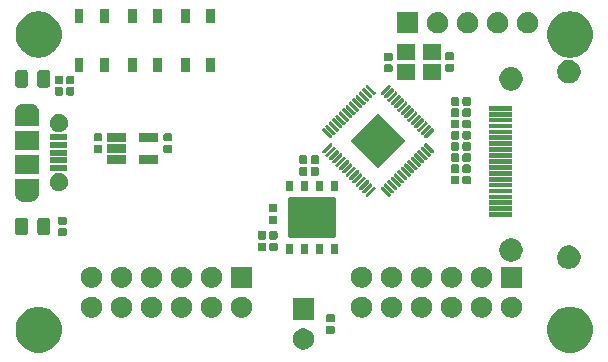
<source format=gbr>
G04 #@! TF.GenerationSoftware,KiCad,Pcbnew,5.1.5+dfsg1-2build2*
G04 #@! TF.CreationDate,2020-11-18T17:14:58+00:00*
G04 #@! TF.ProjectId,picodvi,7069636f-6476-4692-9e6b-696361645f70,rev?*
G04 #@! TF.SameCoordinates,Original*
G04 #@! TF.FileFunction,Soldermask,Top*
G04 #@! TF.FilePolarity,Negative*
%FSLAX46Y46*%
G04 Gerber Fmt 4.6, Leading zero omitted, Abs format (unit mm)*
G04 Created by KiCad (PCBNEW 5.1.5+dfsg1-2build2) date 2020-11-18 17:14:58*
%MOMM*%
%LPD*%
G04 APERTURE LIST*
%ADD10C,0.100000*%
G04 APERTURE END LIST*
D10*
G36*
X247738989Y-110559335D02*
G01*
X248068796Y-110624937D01*
X248423670Y-110771932D01*
X248743053Y-110985336D01*
X249014664Y-111256947D01*
X249228068Y-111576330D01*
X249375063Y-111931204D01*
X249450000Y-112307943D01*
X249450000Y-112692057D01*
X249375063Y-113068796D01*
X249228068Y-113423670D01*
X249014664Y-113743053D01*
X248743053Y-114014664D01*
X248423670Y-114228068D01*
X248068796Y-114375063D01*
X247738989Y-114440665D01*
X247692058Y-114450000D01*
X247307942Y-114450000D01*
X247261011Y-114440665D01*
X246931204Y-114375063D01*
X246576330Y-114228068D01*
X246256947Y-114014664D01*
X245985336Y-113743053D01*
X245771932Y-113423670D01*
X245624937Y-113068796D01*
X245550000Y-112692057D01*
X245550000Y-112307943D01*
X245624937Y-111931204D01*
X245771932Y-111576330D01*
X245985336Y-111256947D01*
X246256947Y-110985336D01*
X246576330Y-110771932D01*
X246931204Y-110624937D01*
X247261011Y-110559335D01*
X247307942Y-110550000D01*
X247692058Y-110550000D01*
X247738989Y-110559335D01*
G37*
G36*
X202738989Y-110559335D02*
G01*
X203068796Y-110624937D01*
X203423670Y-110771932D01*
X203743053Y-110985336D01*
X204014664Y-111256947D01*
X204228068Y-111576330D01*
X204375063Y-111931204D01*
X204450000Y-112307943D01*
X204450000Y-112692057D01*
X204375063Y-113068796D01*
X204228068Y-113423670D01*
X204014664Y-113743053D01*
X203743053Y-114014664D01*
X203423670Y-114228068D01*
X203068796Y-114375063D01*
X202738989Y-114440665D01*
X202692058Y-114450000D01*
X202307942Y-114450000D01*
X202261011Y-114440665D01*
X201931204Y-114375063D01*
X201576330Y-114228068D01*
X201256947Y-114014664D01*
X200985336Y-113743053D01*
X200771932Y-113423670D01*
X200624937Y-113068796D01*
X200550000Y-112692057D01*
X200550000Y-112307943D01*
X200624937Y-111931204D01*
X200771932Y-111576330D01*
X200985336Y-111256947D01*
X201256947Y-110985336D01*
X201576330Y-110771932D01*
X201931204Y-110624937D01*
X202261011Y-110559335D01*
X202307942Y-110550000D01*
X202692058Y-110550000D01*
X202738989Y-110559335D01*
G37*
G36*
X225179520Y-112418586D02*
G01*
X225179522Y-112418587D01*
X225179523Y-112418587D01*
X225216627Y-112433956D01*
X225343310Y-112486430D01*
X225490717Y-112584924D01*
X225616076Y-112710283D01*
X225714570Y-112857690D01*
X225782414Y-113021480D01*
X225817000Y-113195358D01*
X225817000Y-113372642D01*
X225782414Y-113546520D01*
X225714570Y-113710310D01*
X225616076Y-113857717D01*
X225490717Y-113983076D01*
X225343310Y-114081570D01*
X225216627Y-114134044D01*
X225179523Y-114149413D01*
X225179522Y-114149413D01*
X225179520Y-114149414D01*
X225005642Y-114184000D01*
X224828358Y-114184000D01*
X224654480Y-114149414D01*
X224654478Y-114149413D01*
X224654477Y-114149413D01*
X224617373Y-114134044D01*
X224490690Y-114081570D01*
X224343283Y-113983076D01*
X224217924Y-113857717D01*
X224119430Y-113710310D01*
X224051586Y-113546520D01*
X224017000Y-113372642D01*
X224017000Y-113195358D01*
X224051586Y-113021480D01*
X224119430Y-112857690D01*
X224217924Y-112710283D01*
X224343283Y-112584924D01*
X224490690Y-112486430D01*
X224617373Y-112433956D01*
X224654477Y-112418587D01*
X224654478Y-112418587D01*
X224654480Y-112418586D01*
X224828358Y-112384000D01*
X225005642Y-112384000D01*
X225179520Y-112418586D01*
G37*
G36*
X227451032Y-112157075D02*
G01*
X227478696Y-112165467D01*
X227504202Y-112179099D01*
X227526555Y-112197445D01*
X227544901Y-112219798D01*
X227558533Y-112245304D01*
X227566925Y-112272968D01*
X227570000Y-112304186D01*
X227570000Y-112693814D01*
X227566925Y-112725032D01*
X227558533Y-112752696D01*
X227544901Y-112778202D01*
X227526555Y-112800555D01*
X227504202Y-112818901D01*
X227478696Y-112832533D01*
X227451032Y-112840925D01*
X227419814Y-112844000D01*
X226980186Y-112844000D01*
X226948968Y-112840925D01*
X226921304Y-112832533D01*
X226895798Y-112818901D01*
X226873445Y-112800555D01*
X226855099Y-112778202D01*
X226841467Y-112752696D01*
X226833075Y-112725032D01*
X226830000Y-112693814D01*
X226830000Y-112304186D01*
X226833075Y-112272968D01*
X226841467Y-112245304D01*
X226855099Y-112219798D01*
X226873445Y-112197445D01*
X226895798Y-112179099D01*
X226921304Y-112165467D01*
X226948968Y-112157075D01*
X226980186Y-112154000D01*
X227419814Y-112154000D01*
X227451032Y-112157075D01*
G37*
G36*
X227451032Y-111187075D02*
G01*
X227478696Y-111195467D01*
X227504202Y-111209099D01*
X227526555Y-111227445D01*
X227544901Y-111249798D01*
X227558533Y-111275304D01*
X227566925Y-111302968D01*
X227570000Y-111334186D01*
X227570000Y-111723814D01*
X227566925Y-111755032D01*
X227558533Y-111782696D01*
X227544901Y-111808202D01*
X227526555Y-111830555D01*
X227504202Y-111848901D01*
X227478696Y-111862533D01*
X227451032Y-111870925D01*
X227419814Y-111874000D01*
X226980186Y-111874000D01*
X226948968Y-111870925D01*
X226921304Y-111862533D01*
X226895798Y-111848901D01*
X226873445Y-111830555D01*
X226855099Y-111808202D01*
X226841467Y-111782696D01*
X226833075Y-111755032D01*
X226830000Y-111723814D01*
X226830000Y-111334186D01*
X226833075Y-111302968D01*
X226841467Y-111275304D01*
X226855099Y-111249798D01*
X226873445Y-111227445D01*
X226895798Y-111209099D01*
X226921304Y-111195467D01*
X226948968Y-111187075D01*
X226980186Y-111184000D01*
X227419814Y-111184000D01*
X227451032Y-111187075D01*
G37*
G36*
X225817000Y-111644000D02*
G01*
X224017000Y-111644000D01*
X224017000Y-109844000D01*
X225817000Y-109844000D01*
X225817000Y-111644000D01*
G37*
G36*
X214867120Y-109726186D02*
G01*
X214867122Y-109726187D01*
X214867123Y-109726187D01*
X214904227Y-109741556D01*
X215030910Y-109794030D01*
X215178317Y-109892524D01*
X215303676Y-110017883D01*
X215402170Y-110165290D01*
X215470014Y-110329080D01*
X215504600Y-110502958D01*
X215504600Y-110680242D01*
X215470014Y-110854120D01*
X215402170Y-111017910D01*
X215303676Y-111165317D01*
X215178317Y-111290676D01*
X215030910Y-111389170D01*
X214904227Y-111441644D01*
X214867123Y-111457013D01*
X214867122Y-111457013D01*
X214867120Y-111457014D01*
X214693242Y-111491600D01*
X214515958Y-111491600D01*
X214342080Y-111457014D01*
X214342078Y-111457013D01*
X214342077Y-111457013D01*
X214304973Y-111441644D01*
X214178290Y-111389170D01*
X214030883Y-111290676D01*
X213905524Y-111165317D01*
X213807030Y-111017910D01*
X213739186Y-110854120D01*
X213704600Y-110680242D01*
X213704600Y-110502958D01*
X213739186Y-110329080D01*
X213807030Y-110165290D01*
X213905524Y-110017883D01*
X214030883Y-109892524D01*
X214178290Y-109794030D01*
X214304973Y-109741556D01*
X214342077Y-109726187D01*
X214342078Y-109726187D01*
X214342080Y-109726186D01*
X214515958Y-109691600D01*
X214693242Y-109691600D01*
X214867120Y-109726186D01*
G37*
G36*
X207247120Y-109726186D02*
G01*
X207247122Y-109726187D01*
X207247123Y-109726187D01*
X207284227Y-109741556D01*
X207410910Y-109794030D01*
X207558317Y-109892524D01*
X207683676Y-110017883D01*
X207782170Y-110165290D01*
X207850014Y-110329080D01*
X207884600Y-110502958D01*
X207884600Y-110680242D01*
X207850014Y-110854120D01*
X207782170Y-111017910D01*
X207683676Y-111165317D01*
X207558317Y-111290676D01*
X207410910Y-111389170D01*
X207284227Y-111441644D01*
X207247123Y-111457013D01*
X207247122Y-111457013D01*
X207247120Y-111457014D01*
X207073242Y-111491600D01*
X206895958Y-111491600D01*
X206722080Y-111457014D01*
X206722078Y-111457013D01*
X206722077Y-111457013D01*
X206684973Y-111441644D01*
X206558290Y-111389170D01*
X206410883Y-111290676D01*
X206285524Y-111165317D01*
X206187030Y-111017910D01*
X206119186Y-110854120D01*
X206084600Y-110680242D01*
X206084600Y-110502958D01*
X206119186Y-110329080D01*
X206187030Y-110165290D01*
X206285524Y-110017883D01*
X206410883Y-109892524D01*
X206558290Y-109794030D01*
X206684973Y-109741556D01*
X206722077Y-109726187D01*
X206722078Y-109726187D01*
X206722080Y-109726186D01*
X206895958Y-109691600D01*
X207073242Y-109691600D01*
X207247120Y-109726186D01*
G37*
G36*
X209787120Y-109726186D02*
G01*
X209787122Y-109726187D01*
X209787123Y-109726187D01*
X209824227Y-109741556D01*
X209950910Y-109794030D01*
X210098317Y-109892524D01*
X210223676Y-110017883D01*
X210322170Y-110165290D01*
X210390014Y-110329080D01*
X210424600Y-110502958D01*
X210424600Y-110680242D01*
X210390014Y-110854120D01*
X210322170Y-111017910D01*
X210223676Y-111165317D01*
X210098317Y-111290676D01*
X209950910Y-111389170D01*
X209824227Y-111441644D01*
X209787123Y-111457013D01*
X209787122Y-111457013D01*
X209787120Y-111457014D01*
X209613242Y-111491600D01*
X209435958Y-111491600D01*
X209262080Y-111457014D01*
X209262078Y-111457013D01*
X209262077Y-111457013D01*
X209224973Y-111441644D01*
X209098290Y-111389170D01*
X208950883Y-111290676D01*
X208825524Y-111165317D01*
X208727030Y-111017910D01*
X208659186Y-110854120D01*
X208624600Y-110680242D01*
X208624600Y-110502958D01*
X208659186Y-110329080D01*
X208727030Y-110165290D01*
X208825524Y-110017883D01*
X208950883Y-109892524D01*
X209098290Y-109794030D01*
X209224973Y-109741556D01*
X209262077Y-109726187D01*
X209262078Y-109726187D01*
X209262080Y-109726186D01*
X209435958Y-109691600D01*
X209613242Y-109691600D01*
X209787120Y-109726186D01*
G37*
G36*
X212327120Y-109726186D02*
G01*
X212327122Y-109726187D01*
X212327123Y-109726187D01*
X212364227Y-109741556D01*
X212490910Y-109794030D01*
X212638317Y-109892524D01*
X212763676Y-110017883D01*
X212862170Y-110165290D01*
X212930014Y-110329080D01*
X212964600Y-110502958D01*
X212964600Y-110680242D01*
X212930014Y-110854120D01*
X212862170Y-111017910D01*
X212763676Y-111165317D01*
X212638317Y-111290676D01*
X212490910Y-111389170D01*
X212364227Y-111441644D01*
X212327123Y-111457013D01*
X212327122Y-111457013D01*
X212327120Y-111457014D01*
X212153242Y-111491600D01*
X211975958Y-111491600D01*
X211802080Y-111457014D01*
X211802078Y-111457013D01*
X211802077Y-111457013D01*
X211764973Y-111441644D01*
X211638290Y-111389170D01*
X211490883Y-111290676D01*
X211365524Y-111165317D01*
X211267030Y-111017910D01*
X211199186Y-110854120D01*
X211164600Y-110680242D01*
X211164600Y-110502958D01*
X211199186Y-110329080D01*
X211267030Y-110165290D01*
X211365524Y-110017883D01*
X211490883Y-109892524D01*
X211638290Y-109794030D01*
X211764973Y-109741556D01*
X211802077Y-109726187D01*
X211802078Y-109726187D01*
X211802080Y-109726186D01*
X211975958Y-109691600D01*
X212153242Y-109691600D01*
X212327120Y-109726186D01*
G37*
G36*
X217407120Y-109726186D02*
G01*
X217407122Y-109726187D01*
X217407123Y-109726187D01*
X217444227Y-109741556D01*
X217570910Y-109794030D01*
X217718317Y-109892524D01*
X217843676Y-110017883D01*
X217942170Y-110165290D01*
X218010014Y-110329080D01*
X218044600Y-110502958D01*
X218044600Y-110680242D01*
X218010014Y-110854120D01*
X217942170Y-111017910D01*
X217843676Y-111165317D01*
X217718317Y-111290676D01*
X217570910Y-111389170D01*
X217444227Y-111441644D01*
X217407123Y-111457013D01*
X217407122Y-111457013D01*
X217407120Y-111457014D01*
X217233242Y-111491600D01*
X217055958Y-111491600D01*
X216882080Y-111457014D01*
X216882078Y-111457013D01*
X216882077Y-111457013D01*
X216844973Y-111441644D01*
X216718290Y-111389170D01*
X216570883Y-111290676D01*
X216445524Y-111165317D01*
X216347030Y-111017910D01*
X216279186Y-110854120D01*
X216244600Y-110680242D01*
X216244600Y-110502958D01*
X216279186Y-110329080D01*
X216347030Y-110165290D01*
X216445524Y-110017883D01*
X216570883Y-109892524D01*
X216718290Y-109794030D01*
X216844973Y-109741556D01*
X216882077Y-109726187D01*
X216882078Y-109726187D01*
X216882080Y-109726186D01*
X217055958Y-109691600D01*
X217233242Y-109691600D01*
X217407120Y-109726186D01*
G37*
G36*
X219947120Y-109726186D02*
G01*
X219947122Y-109726187D01*
X219947123Y-109726187D01*
X219984227Y-109741556D01*
X220110910Y-109794030D01*
X220258317Y-109892524D01*
X220383676Y-110017883D01*
X220482170Y-110165290D01*
X220550014Y-110329080D01*
X220584600Y-110502958D01*
X220584600Y-110680242D01*
X220550014Y-110854120D01*
X220482170Y-111017910D01*
X220383676Y-111165317D01*
X220258317Y-111290676D01*
X220110910Y-111389170D01*
X219984227Y-111441644D01*
X219947123Y-111457013D01*
X219947122Y-111457013D01*
X219947120Y-111457014D01*
X219773242Y-111491600D01*
X219595958Y-111491600D01*
X219422080Y-111457014D01*
X219422078Y-111457013D01*
X219422077Y-111457013D01*
X219384973Y-111441644D01*
X219258290Y-111389170D01*
X219110883Y-111290676D01*
X218985524Y-111165317D01*
X218887030Y-111017910D01*
X218819186Y-110854120D01*
X218784600Y-110680242D01*
X218784600Y-110502958D01*
X218819186Y-110329080D01*
X218887030Y-110165290D01*
X218985524Y-110017883D01*
X219110883Y-109892524D01*
X219258290Y-109794030D01*
X219384973Y-109741556D01*
X219422077Y-109726187D01*
X219422078Y-109726187D01*
X219422080Y-109726186D01*
X219595958Y-109691600D01*
X219773242Y-109691600D01*
X219947120Y-109726186D01*
G37*
G36*
X230117280Y-109726186D02*
G01*
X230117282Y-109726187D01*
X230117283Y-109726187D01*
X230154387Y-109741556D01*
X230281070Y-109794030D01*
X230428477Y-109892524D01*
X230553836Y-110017883D01*
X230652330Y-110165290D01*
X230720174Y-110329080D01*
X230754760Y-110502958D01*
X230754760Y-110680242D01*
X230720174Y-110854120D01*
X230652330Y-111017910D01*
X230553836Y-111165317D01*
X230428477Y-111290676D01*
X230281070Y-111389170D01*
X230154387Y-111441644D01*
X230117283Y-111457013D01*
X230117282Y-111457013D01*
X230117280Y-111457014D01*
X229943402Y-111491600D01*
X229766118Y-111491600D01*
X229592240Y-111457014D01*
X229592238Y-111457013D01*
X229592237Y-111457013D01*
X229555133Y-111441644D01*
X229428450Y-111389170D01*
X229281043Y-111290676D01*
X229155684Y-111165317D01*
X229057190Y-111017910D01*
X228989346Y-110854120D01*
X228954760Y-110680242D01*
X228954760Y-110502958D01*
X228989346Y-110329080D01*
X229057190Y-110165290D01*
X229155684Y-110017883D01*
X229281043Y-109892524D01*
X229428450Y-109794030D01*
X229555133Y-109741556D01*
X229592237Y-109726187D01*
X229592238Y-109726187D01*
X229592240Y-109726186D01*
X229766118Y-109691600D01*
X229943402Y-109691600D01*
X230117280Y-109726186D01*
G37*
G36*
X242817280Y-109726186D02*
G01*
X242817282Y-109726187D01*
X242817283Y-109726187D01*
X242854387Y-109741556D01*
X242981070Y-109794030D01*
X243128477Y-109892524D01*
X243253836Y-110017883D01*
X243352330Y-110165290D01*
X243420174Y-110329080D01*
X243454760Y-110502958D01*
X243454760Y-110680242D01*
X243420174Y-110854120D01*
X243352330Y-111017910D01*
X243253836Y-111165317D01*
X243128477Y-111290676D01*
X242981070Y-111389170D01*
X242854387Y-111441644D01*
X242817283Y-111457013D01*
X242817282Y-111457013D01*
X242817280Y-111457014D01*
X242643402Y-111491600D01*
X242466118Y-111491600D01*
X242292240Y-111457014D01*
X242292238Y-111457013D01*
X242292237Y-111457013D01*
X242255133Y-111441644D01*
X242128450Y-111389170D01*
X241981043Y-111290676D01*
X241855684Y-111165317D01*
X241757190Y-111017910D01*
X241689346Y-110854120D01*
X241654760Y-110680242D01*
X241654760Y-110502958D01*
X241689346Y-110329080D01*
X241757190Y-110165290D01*
X241855684Y-110017883D01*
X241981043Y-109892524D01*
X242128450Y-109794030D01*
X242255133Y-109741556D01*
X242292237Y-109726187D01*
X242292238Y-109726187D01*
X242292240Y-109726186D01*
X242466118Y-109691600D01*
X242643402Y-109691600D01*
X242817280Y-109726186D01*
G37*
G36*
X240277280Y-109726186D02*
G01*
X240277282Y-109726187D01*
X240277283Y-109726187D01*
X240314387Y-109741556D01*
X240441070Y-109794030D01*
X240588477Y-109892524D01*
X240713836Y-110017883D01*
X240812330Y-110165290D01*
X240880174Y-110329080D01*
X240914760Y-110502958D01*
X240914760Y-110680242D01*
X240880174Y-110854120D01*
X240812330Y-111017910D01*
X240713836Y-111165317D01*
X240588477Y-111290676D01*
X240441070Y-111389170D01*
X240314387Y-111441644D01*
X240277283Y-111457013D01*
X240277282Y-111457013D01*
X240277280Y-111457014D01*
X240103402Y-111491600D01*
X239926118Y-111491600D01*
X239752240Y-111457014D01*
X239752238Y-111457013D01*
X239752237Y-111457013D01*
X239715133Y-111441644D01*
X239588450Y-111389170D01*
X239441043Y-111290676D01*
X239315684Y-111165317D01*
X239217190Y-111017910D01*
X239149346Y-110854120D01*
X239114760Y-110680242D01*
X239114760Y-110502958D01*
X239149346Y-110329080D01*
X239217190Y-110165290D01*
X239315684Y-110017883D01*
X239441043Y-109892524D01*
X239588450Y-109794030D01*
X239715133Y-109741556D01*
X239752237Y-109726187D01*
X239752238Y-109726187D01*
X239752240Y-109726186D01*
X239926118Y-109691600D01*
X240103402Y-109691600D01*
X240277280Y-109726186D01*
G37*
G36*
X237737280Y-109726186D02*
G01*
X237737282Y-109726187D01*
X237737283Y-109726187D01*
X237774387Y-109741556D01*
X237901070Y-109794030D01*
X238048477Y-109892524D01*
X238173836Y-110017883D01*
X238272330Y-110165290D01*
X238340174Y-110329080D01*
X238374760Y-110502958D01*
X238374760Y-110680242D01*
X238340174Y-110854120D01*
X238272330Y-111017910D01*
X238173836Y-111165317D01*
X238048477Y-111290676D01*
X237901070Y-111389170D01*
X237774387Y-111441644D01*
X237737283Y-111457013D01*
X237737282Y-111457013D01*
X237737280Y-111457014D01*
X237563402Y-111491600D01*
X237386118Y-111491600D01*
X237212240Y-111457014D01*
X237212238Y-111457013D01*
X237212237Y-111457013D01*
X237175133Y-111441644D01*
X237048450Y-111389170D01*
X236901043Y-111290676D01*
X236775684Y-111165317D01*
X236677190Y-111017910D01*
X236609346Y-110854120D01*
X236574760Y-110680242D01*
X236574760Y-110502958D01*
X236609346Y-110329080D01*
X236677190Y-110165290D01*
X236775684Y-110017883D01*
X236901043Y-109892524D01*
X237048450Y-109794030D01*
X237175133Y-109741556D01*
X237212237Y-109726187D01*
X237212238Y-109726187D01*
X237212240Y-109726186D01*
X237386118Y-109691600D01*
X237563402Y-109691600D01*
X237737280Y-109726186D01*
G37*
G36*
X235197280Y-109726186D02*
G01*
X235197282Y-109726187D01*
X235197283Y-109726187D01*
X235234387Y-109741556D01*
X235361070Y-109794030D01*
X235508477Y-109892524D01*
X235633836Y-110017883D01*
X235732330Y-110165290D01*
X235800174Y-110329080D01*
X235834760Y-110502958D01*
X235834760Y-110680242D01*
X235800174Y-110854120D01*
X235732330Y-111017910D01*
X235633836Y-111165317D01*
X235508477Y-111290676D01*
X235361070Y-111389170D01*
X235234387Y-111441644D01*
X235197283Y-111457013D01*
X235197282Y-111457013D01*
X235197280Y-111457014D01*
X235023402Y-111491600D01*
X234846118Y-111491600D01*
X234672240Y-111457014D01*
X234672238Y-111457013D01*
X234672237Y-111457013D01*
X234635133Y-111441644D01*
X234508450Y-111389170D01*
X234361043Y-111290676D01*
X234235684Y-111165317D01*
X234137190Y-111017910D01*
X234069346Y-110854120D01*
X234034760Y-110680242D01*
X234034760Y-110502958D01*
X234069346Y-110329080D01*
X234137190Y-110165290D01*
X234235684Y-110017883D01*
X234361043Y-109892524D01*
X234508450Y-109794030D01*
X234635133Y-109741556D01*
X234672237Y-109726187D01*
X234672238Y-109726187D01*
X234672240Y-109726186D01*
X234846118Y-109691600D01*
X235023402Y-109691600D01*
X235197280Y-109726186D01*
G37*
G36*
X232657280Y-109726186D02*
G01*
X232657282Y-109726187D01*
X232657283Y-109726187D01*
X232694387Y-109741556D01*
X232821070Y-109794030D01*
X232968477Y-109892524D01*
X233093836Y-110017883D01*
X233192330Y-110165290D01*
X233260174Y-110329080D01*
X233294760Y-110502958D01*
X233294760Y-110680242D01*
X233260174Y-110854120D01*
X233192330Y-111017910D01*
X233093836Y-111165317D01*
X232968477Y-111290676D01*
X232821070Y-111389170D01*
X232694387Y-111441644D01*
X232657283Y-111457013D01*
X232657282Y-111457013D01*
X232657280Y-111457014D01*
X232483402Y-111491600D01*
X232306118Y-111491600D01*
X232132240Y-111457014D01*
X232132238Y-111457013D01*
X232132237Y-111457013D01*
X232095133Y-111441644D01*
X231968450Y-111389170D01*
X231821043Y-111290676D01*
X231695684Y-111165317D01*
X231597190Y-111017910D01*
X231529346Y-110854120D01*
X231494760Y-110680242D01*
X231494760Y-110502958D01*
X231529346Y-110329080D01*
X231597190Y-110165290D01*
X231695684Y-110017883D01*
X231821043Y-109892524D01*
X231968450Y-109794030D01*
X232095133Y-109741556D01*
X232132237Y-109726187D01*
X232132238Y-109726187D01*
X232132240Y-109726186D01*
X232306118Y-109691600D01*
X232483402Y-109691600D01*
X232657280Y-109726186D01*
G37*
G36*
X235197280Y-107186186D02*
G01*
X235197282Y-107186187D01*
X235197283Y-107186187D01*
X235234387Y-107201556D01*
X235361070Y-107254030D01*
X235508477Y-107352524D01*
X235633836Y-107477883D01*
X235732330Y-107625290D01*
X235800174Y-107789080D01*
X235834760Y-107962958D01*
X235834760Y-108140242D01*
X235800174Y-108314120D01*
X235732330Y-108477910D01*
X235633836Y-108625317D01*
X235508477Y-108750676D01*
X235361070Y-108849170D01*
X235234387Y-108901644D01*
X235197283Y-108917013D01*
X235197282Y-108917013D01*
X235197280Y-108917014D01*
X235023402Y-108951600D01*
X234846118Y-108951600D01*
X234672240Y-108917014D01*
X234672238Y-108917013D01*
X234672237Y-108917013D01*
X234635133Y-108901644D01*
X234508450Y-108849170D01*
X234361043Y-108750676D01*
X234235684Y-108625317D01*
X234137190Y-108477910D01*
X234069346Y-108314120D01*
X234034760Y-108140242D01*
X234034760Y-107962958D01*
X234069346Y-107789080D01*
X234137190Y-107625290D01*
X234235684Y-107477883D01*
X234361043Y-107352524D01*
X234508450Y-107254030D01*
X234635133Y-107201556D01*
X234672237Y-107186187D01*
X234672238Y-107186187D01*
X234672240Y-107186186D01*
X234846118Y-107151600D01*
X235023402Y-107151600D01*
X235197280Y-107186186D01*
G37*
G36*
X232657280Y-107186186D02*
G01*
X232657282Y-107186187D01*
X232657283Y-107186187D01*
X232694387Y-107201556D01*
X232821070Y-107254030D01*
X232968477Y-107352524D01*
X233093836Y-107477883D01*
X233192330Y-107625290D01*
X233260174Y-107789080D01*
X233294760Y-107962958D01*
X233294760Y-108140242D01*
X233260174Y-108314120D01*
X233192330Y-108477910D01*
X233093836Y-108625317D01*
X232968477Y-108750676D01*
X232821070Y-108849170D01*
X232694387Y-108901644D01*
X232657283Y-108917013D01*
X232657282Y-108917013D01*
X232657280Y-108917014D01*
X232483402Y-108951600D01*
X232306118Y-108951600D01*
X232132240Y-108917014D01*
X232132238Y-108917013D01*
X232132237Y-108917013D01*
X232095133Y-108901644D01*
X231968450Y-108849170D01*
X231821043Y-108750676D01*
X231695684Y-108625317D01*
X231597190Y-108477910D01*
X231529346Y-108314120D01*
X231494760Y-108140242D01*
X231494760Y-107962958D01*
X231529346Y-107789080D01*
X231597190Y-107625290D01*
X231695684Y-107477883D01*
X231821043Y-107352524D01*
X231968450Y-107254030D01*
X232095133Y-107201556D01*
X232132237Y-107186187D01*
X232132238Y-107186187D01*
X232132240Y-107186186D01*
X232306118Y-107151600D01*
X232483402Y-107151600D01*
X232657280Y-107186186D01*
G37*
G36*
X237737280Y-107186186D02*
G01*
X237737282Y-107186187D01*
X237737283Y-107186187D01*
X237774387Y-107201556D01*
X237901070Y-107254030D01*
X238048477Y-107352524D01*
X238173836Y-107477883D01*
X238272330Y-107625290D01*
X238340174Y-107789080D01*
X238374760Y-107962958D01*
X238374760Y-108140242D01*
X238340174Y-108314120D01*
X238272330Y-108477910D01*
X238173836Y-108625317D01*
X238048477Y-108750676D01*
X237901070Y-108849170D01*
X237774387Y-108901644D01*
X237737283Y-108917013D01*
X237737282Y-108917013D01*
X237737280Y-108917014D01*
X237563402Y-108951600D01*
X237386118Y-108951600D01*
X237212240Y-108917014D01*
X237212238Y-108917013D01*
X237212237Y-108917013D01*
X237175133Y-108901644D01*
X237048450Y-108849170D01*
X236901043Y-108750676D01*
X236775684Y-108625317D01*
X236677190Y-108477910D01*
X236609346Y-108314120D01*
X236574760Y-108140242D01*
X236574760Y-107962958D01*
X236609346Y-107789080D01*
X236677190Y-107625290D01*
X236775684Y-107477883D01*
X236901043Y-107352524D01*
X237048450Y-107254030D01*
X237175133Y-107201556D01*
X237212237Y-107186187D01*
X237212238Y-107186187D01*
X237212240Y-107186186D01*
X237386118Y-107151600D01*
X237563402Y-107151600D01*
X237737280Y-107186186D01*
G37*
G36*
X240277280Y-107186186D02*
G01*
X240277282Y-107186187D01*
X240277283Y-107186187D01*
X240314387Y-107201556D01*
X240441070Y-107254030D01*
X240588477Y-107352524D01*
X240713836Y-107477883D01*
X240812330Y-107625290D01*
X240880174Y-107789080D01*
X240914760Y-107962958D01*
X240914760Y-108140242D01*
X240880174Y-108314120D01*
X240812330Y-108477910D01*
X240713836Y-108625317D01*
X240588477Y-108750676D01*
X240441070Y-108849170D01*
X240314387Y-108901644D01*
X240277283Y-108917013D01*
X240277282Y-108917013D01*
X240277280Y-108917014D01*
X240103402Y-108951600D01*
X239926118Y-108951600D01*
X239752240Y-108917014D01*
X239752238Y-108917013D01*
X239752237Y-108917013D01*
X239715133Y-108901644D01*
X239588450Y-108849170D01*
X239441043Y-108750676D01*
X239315684Y-108625317D01*
X239217190Y-108477910D01*
X239149346Y-108314120D01*
X239114760Y-108140242D01*
X239114760Y-107962958D01*
X239149346Y-107789080D01*
X239217190Y-107625290D01*
X239315684Y-107477883D01*
X239441043Y-107352524D01*
X239588450Y-107254030D01*
X239715133Y-107201556D01*
X239752237Y-107186187D01*
X239752238Y-107186187D01*
X239752240Y-107186186D01*
X239926118Y-107151600D01*
X240103402Y-107151600D01*
X240277280Y-107186186D01*
G37*
G36*
X243454760Y-108951600D02*
G01*
X241654760Y-108951600D01*
X241654760Y-107151600D01*
X243454760Y-107151600D01*
X243454760Y-108951600D01*
G37*
G36*
X217407120Y-107186186D02*
G01*
X217407122Y-107186187D01*
X217407123Y-107186187D01*
X217444227Y-107201556D01*
X217570910Y-107254030D01*
X217718317Y-107352524D01*
X217843676Y-107477883D01*
X217942170Y-107625290D01*
X218010014Y-107789080D01*
X218044600Y-107962958D01*
X218044600Y-108140242D01*
X218010014Y-108314120D01*
X217942170Y-108477910D01*
X217843676Y-108625317D01*
X217718317Y-108750676D01*
X217570910Y-108849170D01*
X217444227Y-108901644D01*
X217407123Y-108917013D01*
X217407122Y-108917013D01*
X217407120Y-108917014D01*
X217233242Y-108951600D01*
X217055958Y-108951600D01*
X216882080Y-108917014D01*
X216882078Y-108917013D01*
X216882077Y-108917013D01*
X216844973Y-108901644D01*
X216718290Y-108849170D01*
X216570883Y-108750676D01*
X216445524Y-108625317D01*
X216347030Y-108477910D01*
X216279186Y-108314120D01*
X216244600Y-108140242D01*
X216244600Y-107962958D01*
X216279186Y-107789080D01*
X216347030Y-107625290D01*
X216445524Y-107477883D01*
X216570883Y-107352524D01*
X216718290Y-107254030D01*
X216844973Y-107201556D01*
X216882077Y-107186187D01*
X216882078Y-107186187D01*
X216882080Y-107186186D01*
X217055958Y-107151600D01*
X217233242Y-107151600D01*
X217407120Y-107186186D01*
G37*
G36*
X207247120Y-107186186D02*
G01*
X207247122Y-107186187D01*
X207247123Y-107186187D01*
X207284227Y-107201556D01*
X207410910Y-107254030D01*
X207558317Y-107352524D01*
X207683676Y-107477883D01*
X207782170Y-107625290D01*
X207850014Y-107789080D01*
X207884600Y-107962958D01*
X207884600Y-108140242D01*
X207850014Y-108314120D01*
X207782170Y-108477910D01*
X207683676Y-108625317D01*
X207558317Y-108750676D01*
X207410910Y-108849170D01*
X207284227Y-108901644D01*
X207247123Y-108917013D01*
X207247122Y-108917013D01*
X207247120Y-108917014D01*
X207073242Y-108951600D01*
X206895958Y-108951600D01*
X206722080Y-108917014D01*
X206722078Y-108917013D01*
X206722077Y-108917013D01*
X206684973Y-108901644D01*
X206558290Y-108849170D01*
X206410883Y-108750676D01*
X206285524Y-108625317D01*
X206187030Y-108477910D01*
X206119186Y-108314120D01*
X206084600Y-108140242D01*
X206084600Y-107962958D01*
X206119186Y-107789080D01*
X206187030Y-107625290D01*
X206285524Y-107477883D01*
X206410883Y-107352524D01*
X206558290Y-107254030D01*
X206684973Y-107201556D01*
X206722077Y-107186187D01*
X206722078Y-107186187D01*
X206722080Y-107186186D01*
X206895958Y-107151600D01*
X207073242Y-107151600D01*
X207247120Y-107186186D01*
G37*
G36*
X220584600Y-108951600D02*
G01*
X218784600Y-108951600D01*
X218784600Y-107151600D01*
X220584600Y-107151600D01*
X220584600Y-108951600D01*
G37*
G36*
X212327120Y-107186186D02*
G01*
X212327122Y-107186187D01*
X212327123Y-107186187D01*
X212364227Y-107201556D01*
X212490910Y-107254030D01*
X212638317Y-107352524D01*
X212763676Y-107477883D01*
X212862170Y-107625290D01*
X212930014Y-107789080D01*
X212964600Y-107962958D01*
X212964600Y-108140242D01*
X212930014Y-108314120D01*
X212862170Y-108477910D01*
X212763676Y-108625317D01*
X212638317Y-108750676D01*
X212490910Y-108849170D01*
X212364227Y-108901644D01*
X212327123Y-108917013D01*
X212327122Y-108917013D01*
X212327120Y-108917014D01*
X212153242Y-108951600D01*
X211975958Y-108951600D01*
X211802080Y-108917014D01*
X211802078Y-108917013D01*
X211802077Y-108917013D01*
X211764973Y-108901644D01*
X211638290Y-108849170D01*
X211490883Y-108750676D01*
X211365524Y-108625317D01*
X211267030Y-108477910D01*
X211199186Y-108314120D01*
X211164600Y-108140242D01*
X211164600Y-107962958D01*
X211199186Y-107789080D01*
X211267030Y-107625290D01*
X211365524Y-107477883D01*
X211490883Y-107352524D01*
X211638290Y-107254030D01*
X211764973Y-107201556D01*
X211802077Y-107186187D01*
X211802078Y-107186187D01*
X211802080Y-107186186D01*
X211975958Y-107151600D01*
X212153242Y-107151600D01*
X212327120Y-107186186D01*
G37*
G36*
X214867120Y-107186186D02*
G01*
X214867122Y-107186187D01*
X214867123Y-107186187D01*
X214904227Y-107201556D01*
X215030910Y-107254030D01*
X215178317Y-107352524D01*
X215303676Y-107477883D01*
X215402170Y-107625290D01*
X215470014Y-107789080D01*
X215504600Y-107962958D01*
X215504600Y-108140242D01*
X215470014Y-108314120D01*
X215402170Y-108477910D01*
X215303676Y-108625317D01*
X215178317Y-108750676D01*
X215030910Y-108849170D01*
X214904227Y-108901644D01*
X214867123Y-108917013D01*
X214867122Y-108917013D01*
X214867120Y-108917014D01*
X214693242Y-108951600D01*
X214515958Y-108951600D01*
X214342080Y-108917014D01*
X214342078Y-108917013D01*
X214342077Y-108917013D01*
X214304973Y-108901644D01*
X214178290Y-108849170D01*
X214030883Y-108750676D01*
X213905524Y-108625317D01*
X213807030Y-108477910D01*
X213739186Y-108314120D01*
X213704600Y-108140242D01*
X213704600Y-107962958D01*
X213739186Y-107789080D01*
X213807030Y-107625290D01*
X213905524Y-107477883D01*
X214030883Y-107352524D01*
X214178290Y-107254030D01*
X214304973Y-107201556D01*
X214342077Y-107186187D01*
X214342078Y-107186187D01*
X214342080Y-107186186D01*
X214515958Y-107151600D01*
X214693242Y-107151600D01*
X214867120Y-107186186D01*
G37*
G36*
X209787120Y-107186186D02*
G01*
X209787122Y-107186187D01*
X209787123Y-107186187D01*
X209824227Y-107201556D01*
X209950910Y-107254030D01*
X210098317Y-107352524D01*
X210223676Y-107477883D01*
X210322170Y-107625290D01*
X210390014Y-107789080D01*
X210424600Y-107962958D01*
X210424600Y-108140242D01*
X210390014Y-108314120D01*
X210322170Y-108477910D01*
X210223676Y-108625317D01*
X210098317Y-108750676D01*
X209950910Y-108849170D01*
X209824227Y-108901644D01*
X209787123Y-108917013D01*
X209787122Y-108917013D01*
X209787120Y-108917014D01*
X209613242Y-108951600D01*
X209435958Y-108951600D01*
X209262080Y-108917014D01*
X209262078Y-108917013D01*
X209262077Y-108917013D01*
X209224973Y-108901644D01*
X209098290Y-108849170D01*
X208950883Y-108750676D01*
X208825524Y-108625317D01*
X208727030Y-108477910D01*
X208659186Y-108314120D01*
X208624600Y-108140242D01*
X208624600Y-107962958D01*
X208659186Y-107789080D01*
X208727030Y-107625290D01*
X208825524Y-107477883D01*
X208950883Y-107352524D01*
X209098290Y-107254030D01*
X209224973Y-107201556D01*
X209262077Y-107186187D01*
X209262078Y-107186187D01*
X209262080Y-107186186D01*
X209435958Y-107151600D01*
X209613242Y-107151600D01*
X209787120Y-107186186D01*
G37*
G36*
X230117280Y-107186186D02*
G01*
X230117282Y-107186187D01*
X230117283Y-107186187D01*
X230154387Y-107201556D01*
X230281070Y-107254030D01*
X230428477Y-107352524D01*
X230553836Y-107477883D01*
X230652330Y-107625290D01*
X230720174Y-107789080D01*
X230754760Y-107962958D01*
X230754760Y-108140242D01*
X230720174Y-108314120D01*
X230652330Y-108477910D01*
X230553836Y-108625317D01*
X230428477Y-108750676D01*
X230281070Y-108849170D01*
X230154387Y-108901644D01*
X230117283Y-108917013D01*
X230117282Y-108917013D01*
X230117280Y-108917014D01*
X229943402Y-108951600D01*
X229766118Y-108951600D01*
X229592240Y-108917014D01*
X229592238Y-108917013D01*
X229592237Y-108917013D01*
X229555133Y-108901644D01*
X229428450Y-108849170D01*
X229281043Y-108750676D01*
X229155684Y-108625317D01*
X229057190Y-108477910D01*
X228989346Y-108314120D01*
X228954760Y-108140242D01*
X228954760Y-107962958D01*
X228989346Y-107789080D01*
X229057190Y-107625290D01*
X229155684Y-107477883D01*
X229281043Y-107352524D01*
X229428450Y-107254030D01*
X229555133Y-107201556D01*
X229592237Y-107186187D01*
X229592238Y-107186187D01*
X229592240Y-107186186D01*
X229766118Y-107151600D01*
X229943402Y-107151600D01*
X230117280Y-107186186D01*
G37*
G36*
X247691689Y-105388429D02*
G01*
X247691691Y-105388430D01*
X247691692Y-105388430D01*
X247732918Y-105405507D01*
X247873678Y-105463811D01*
X248037463Y-105573249D01*
X248176751Y-105712537D01*
X248286189Y-105876322D01*
X248361571Y-106058311D01*
X248400000Y-106251509D01*
X248400000Y-106448491D01*
X248361571Y-106641689D01*
X248286189Y-106823678D01*
X248176751Y-106987463D01*
X248037463Y-107126751D01*
X247873678Y-107236189D01*
X247732918Y-107294493D01*
X247691692Y-107311570D01*
X247691691Y-107311570D01*
X247691689Y-107311571D01*
X247498491Y-107350000D01*
X247301509Y-107350000D01*
X247108311Y-107311571D01*
X247108309Y-107311570D01*
X247108308Y-107311570D01*
X247067082Y-107294493D01*
X246926322Y-107236189D01*
X246762537Y-107126751D01*
X246623249Y-106987463D01*
X246513811Y-106823678D01*
X246438429Y-106641689D01*
X246400000Y-106448491D01*
X246400000Y-106251509D01*
X246438429Y-106058311D01*
X246513811Y-105876322D01*
X246623249Y-105712537D01*
X246762537Y-105573249D01*
X246926322Y-105463811D01*
X247067082Y-105405507D01*
X247108308Y-105388430D01*
X247108309Y-105388430D01*
X247108311Y-105388429D01*
X247301509Y-105350000D01*
X247498491Y-105350000D01*
X247691689Y-105388429D01*
G37*
G36*
X242791689Y-104788429D02*
G01*
X242791691Y-104788430D01*
X242791692Y-104788430D01*
X242803536Y-104793336D01*
X242973678Y-104863811D01*
X243137463Y-104973249D01*
X243276751Y-105112537D01*
X243386189Y-105276322D01*
X243461571Y-105458311D01*
X243500000Y-105651509D01*
X243500000Y-105848491D01*
X243461571Y-106041689D01*
X243386189Y-106223678D01*
X243276751Y-106387463D01*
X243137463Y-106526751D01*
X242973678Y-106636189D01*
X242832918Y-106694493D01*
X242791692Y-106711570D01*
X242791691Y-106711570D01*
X242791689Y-106711571D01*
X242598491Y-106750000D01*
X242401509Y-106750000D01*
X242208311Y-106711571D01*
X242208309Y-106711570D01*
X242208308Y-106711570D01*
X242167082Y-106694493D01*
X242026322Y-106636189D01*
X241862537Y-106526751D01*
X241723249Y-106387463D01*
X241613811Y-106223678D01*
X241538429Y-106041689D01*
X241500000Y-105848491D01*
X241500000Y-105651509D01*
X241538429Y-105458311D01*
X241613811Y-105276322D01*
X241723249Y-105112537D01*
X241862537Y-104973249D01*
X242026322Y-104863811D01*
X242196464Y-104793336D01*
X242208308Y-104788430D01*
X242208309Y-104788430D01*
X242208311Y-104788429D01*
X242401509Y-104750000D01*
X242598491Y-104750000D01*
X242791689Y-104788429D01*
G37*
G36*
X225214140Y-105227642D02*
G01*
X225237588Y-105234755D01*
X225259203Y-105246309D01*
X225278145Y-105261855D01*
X225293691Y-105280797D01*
X225305245Y-105302412D01*
X225312358Y-105325860D01*
X225315000Y-105352686D01*
X225315000Y-105972314D01*
X225312358Y-105999140D01*
X225305245Y-106022588D01*
X225293691Y-106044203D01*
X225278145Y-106063145D01*
X225259203Y-106078691D01*
X225237588Y-106090245D01*
X225214140Y-106097358D01*
X225187314Y-106100000D01*
X224842686Y-106100000D01*
X224815860Y-106097358D01*
X224792412Y-106090245D01*
X224770797Y-106078691D01*
X224751855Y-106063145D01*
X224736309Y-106044203D01*
X224724755Y-106022588D01*
X224717642Y-105999140D01*
X224715000Y-105972314D01*
X224715000Y-105352686D01*
X224717642Y-105325860D01*
X224724755Y-105302412D01*
X224736309Y-105280797D01*
X224751855Y-105261855D01*
X224770797Y-105246309D01*
X224792412Y-105234755D01*
X224815860Y-105227642D01*
X224842686Y-105225000D01*
X225187314Y-105225000D01*
X225214140Y-105227642D01*
G37*
G36*
X227754140Y-105227642D02*
G01*
X227777588Y-105234755D01*
X227799203Y-105246309D01*
X227818145Y-105261855D01*
X227833691Y-105280797D01*
X227845245Y-105302412D01*
X227852358Y-105325860D01*
X227855000Y-105352686D01*
X227855000Y-105972314D01*
X227852358Y-105999140D01*
X227845245Y-106022588D01*
X227833691Y-106044203D01*
X227818145Y-106063145D01*
X227799203Y-106078691D01*
X227777588Y-106090245D01*
X227754140Y-106097358D01*
X227727314Y-106100000D01*
X227382686Y-106100000D01*
X227355860Y-106097358D01*
X227332412Y-106090245D01*
X227310797Y-106078691D01*
X227291855Y-106063145D01*
X227276309Y-106044203D01*
X227264755Y-106022588D01*
X227257642Y-105999140D01*
X227255000Y-105972314D01*
X227255000Y-105352686D01*
X227257642Y-105325860D01*
X227264755Y-105302412D01*
X227276309Y-105280797D01*
X227291855Y-105261855D01*
X227310797Y-105246309D01*
X227332412Y-105234755D01*
X227355860Y-105227642D01*
X227382686Y-105225000D01*
X227727314Y-105225000D01*
X227754140Y-105227642D01*
G37*
G36*
X226484140Y-105227642D02*
G01*
X226507588Y-105234755D01*
X226529203Y-105246309D01*
X226548145Y-105261855D01*
X226563691Y-105280797D01*
X226575245Y-105302412D01*
X226582358Y-105325860D01*
X226585000Y-105352686D01*
X226585000Y-105972314D01*
X226582358Y-105999140D01*
X226575245Y-106022588D01*
X226563691Y-106044203D01*
X226548145Y-106063145D01*
X226529203Y-106078691D01*
X226507588Y-106090245D01*
X226484140Y-106097358D01*
X226457314Y-106100000D01*
X226112686Y-106100000D01*
X226085860Y-106097358D01*
X226062412Y-106090245D01*
X226040797Y-106078691D01*
X226021855Y-106063145D01*
X226006309Y-106044203D01*
X225994755Y-106022588D01*
X225987642Y-105999140D01*
X225985000Y-105972314D01*
X225985000Y-105352686D01*
X225987642Y-105325860D01*
X225994755Y-105302412D01*
X226006309Y-105280797D01*
X226021855Y-105261855D01*
X226040797Y-105246309D01*
X226062412Y-105234755D01*
X226085860Y-105227642D01*
X226112686Y-105225000D01*
X226457314Y-105225000D01*
X226484140Y-105227642D01*
G37*
G36*
X223944140Y-105227642D02*
G01*
X223967588Y-105234755D01*
X223989203Y-105246309D01*
X224008145Y-105261855D01*
X224023691Y-105280797D01*
X224035245Y-105302412D01*
X224042358Y-105325860D01*
X224045000Y-105352686D01*
X224045000Y-105972314D01*
X224042358Y-105999140D01*
X224035245Y-106022588D01*
X224023691Y-106044203D01*
X224008145Y-106063145D01*
X223989203Y-106078691D01*
X223967588Y-106090245D01*
X223944140Y-106097358D01*
X223917314Y-106100000D01*
X223572686Y-106100000D01*
X223545860Y-106097358D01*
X223522412Y-106090245D01*
X223500797Y-106078691D01*
X223481855Y-106063145D01*
X223466309Y-106044203D01*
X223454755Y-106022588D01*
X223447642Y-105999140D01*
X223445000Y-105972314D01*
X223445000Y-105352686D01*
X223447642Y-105325860D01*
X223454755Y-105302412D01*
X223466309Y-105280797D01*
X223481855Y-105261855D01*
X223500797Y-105246309D01*
X223522412Y-105234755D01*
X223545860Y-105227642D01*
X223572686Y-105225000D01*
X223917314Y-105225000D01*
X223944140Y-105227642D01*
G37*
G36*
X221641032Y-105133075D02*
G01*
X221668696Y-105141467D01*
X221694202Y-105155099D01*
X221716555Y-105173445D01*
X221734901Y-105195798D01*
X221748533Y-105221304D01*
X221756925Y-105248968D01*
X221760000Y-105280186D01*
X221760000Y-105719814D01*
X221756925Y-105751032D01*
X221748533Y-105778696D01*
X221734901Y-105804202D01*
X221716555Y-105826555D01*
X221694202Y-105844901D01*
X221668696Y-105858533D01*
X221641032Y-105866925D01*
X221609814Y-105870000D01*
X221220186Y-105870000D01*
X221188968Y-105866925D01*
X221161304Y-105858533D01*
X221135798Y-105844901D01*
X221113445Y-105826555D01*
X221095099Y-105804202D01*
X221081467Y-105778696D01*
X221073075Y-105751032D01*
X221070000Y-105719814D01*
X221070000Y-105280186D01*
X221073075Y-105248968D01*
X221081467Y-105221304D01*
X221095099Y-105195798D01*
X221113445Y-105173445D01*
X221135798Y-105155099D01*
X221161304Y-105141467D01*
X221188968Y-105133075D01*
X221220186Y-105130000D01*
X221609814Y-105130000D01*
X221641032Y-105133075D01*
G37*
G36*
X222611032Y-105133075D02*
G01*
X222638696Y-105141467D01*
X222664202Y-105155099D01*
X222686555Y-105173445D01*
X222704901Y-105195798D01*
X222718533Y-105221304D01*
X222726925Y-105248968D01*
X222730000Y-105280186D01*
X222730000Y-105719814D01*
X222726925Y-105751032D01*
X222718533Y-105778696D01*
X222704901Y-105804202D01*
X222686555Y-105826555D01*
X222664202Y-105844901D01*
X222638696Y-105858533D01*
X222611032Y-105866925D01*
X222579814Y-105870000D01*
X222190186Y-105870000D01*
X222158968Y-105866925D01*
X222131304Y-105858533D01*
X222105798Y-105844901D01*
X222083445Y-105826555D01*
X222065099Y-105804202D01*
X222051467Y-105778696D01*
X222043075Y-105751032D01*
X222040000Y-105719814D01*
X222040000Y-105280186D01*
X222043075Y-105248968D01*
X222051467Y-105221304D01*
X222065099Y-105195798D01*
X222083445Y-105173445D01*
X222105798Y-105155099D01*
X222131304Y-105141467D01*
X222158968Y-105133075D01*
X222190186Y-105130000D01*
X222579814Y-105130000D01*
X222611032Y-105133075D01*
G37*
G36*
X221641032Y-104133075D02*
G01*
X221668696Y-104141467D01*
X221694202Y-104155099D01*
X221716555Y-104173445D01*
X221734901Y-104195798D01*
X221748533Y-104221304D01*
X221756925Y-104248968D01*
X221760000Y-104280186D01*
X221760000Y-104719814D01*
X221756925Y-104751032D01*
X221748533Y-104778696D01*
X221734901Y-104804202D01*
X221716555Y-104826555D01*
X221694202Y-104844901D01*
X221668696Y-104858533D01*
X221641032Y-104866925D01*
X221609814Y-104870000D01*
X221220186Y-104870000D01*
X221188968Y-104866925D01*
X221161304Y-104858533D01*
X221135798Y-104844901D01*
X221113445Y-104826555D01*
X221095099Y-104804202D01*
X221081467Y-104778696D01*
X221073075Y-104751032D01*
X221070000Y-104719814D01*
X221070000Y-104280186D01*
X221073075Y-104248968D01*
X221081467Y-104221304D01*
X221095099Y-104195798D01*
X221113445Y-104173445D01*
X221135798Y-104155099D01*
X221161304Y-104141467D01*
X221188968Y-104133075D01*
X221220186Y-104130000D01*
X221609814Y-104130000D01*
X221641032Y-104133075D01*
G37*
G36*
X222611032Y-104133075D02*
G01*
X222638696Y-104141467D01*
X222664202Y-104155099D01*
X222686555Y-104173445D01*
X222704901Y-104195798D01*
X222718533Y-104221304D01*
X222726925Y-104248968D01*
X222730000Y-104280186D01*
X222730000Y-104719814D01*
X222726925Y-104751032D01*
X222718533Y-104778696D01*
X222704901Y-104804202D01*
X222686555Y-104826555D01*
X222664202Y-104844901D01*
X222638696Y-104858533D01*
X222611032Y-104866925D01*
X222579814Y-104870000D01*
X222190186Y-104870000D01*
X222158968Y-104866925D01*
X222131304Y-104858533D01*
X222105798Y-104844901D01*
X222083445Y-104826555D01*
X222065099Y-104804202D01*
X222051467Y-104778696D01*
X222043075Y-104751032D01*
X222040000Y-104719814D01*
X222040000Y-104280186D01*
X222043075Y-104248968D01*
X222051467Y-104221304D01*
X222065099Y-104195798D01*
X222083445Y-104173445D01*
X222105798Y-104155099D01*
X222131304Y-104141467D01*
X222158968Y-104133075D01*
X222190186Y-104130000D01*
X222579814Y-104130000D01*
X222611032Y-104133075D01*
G37*
G36*
X227525431Y-101254401D02*
G01*
X227566056Y-101266725D01*
X227603503Y-101286741D01*
X227636324Y-101313676D01*
X227663259Y-101346497D01*
X227683275Y-101383944D01*
X227695599Y-101424569D01*
X227700000Y-101469260D01*
X227700000Y-104530740D01*
X227695599Y-104575431D01*
X227683275Y-104616056D01*
X227663259Y-104653503D01*
X227636324Y-104686324D01*
X227603503Y-104713259D01*
X227566056Y-104733275D01*
X227525431Y-104745599D01*
X227480740Y-104750000D01*
X223819260Y-104750000D01*
X223774569Y-104745599D01*
X223733944Y-104733275D01*
X223696497Y-104713259D01*
X223663676Y-104686324D01*
X223636741Y-104653503D01*
X223616725Y-104616056D01*
X223604401Y-104575431D01*
X223600000Y-104530740D01*
X223600000Y-101469260D01*
X223604401Y-101424569D01*
X223616725Y-101383944D01*
X223636741Y-101346497D01*
X223663676Y-101313676D01*
X223696497Y-101286741D01*
X223733944Y-101266725D01*
X223774569Y-101254401D01*
X223819260Y-101250000D01*
X227480740Y-101250000D01*
X227525431Y-101254401D01*
G37*
G36*
X204751032Y-103893075D02*
G01*
X204778696Y-103901467D01*
X204804202Y-103915099D01*
X204826555Y-103933445D01*
X204844901Y-103955798D01*
X204858533Y-103981304D01*
X204866925Y-104008968D01*
X204870000Y-104040186D01*
X204870000Y-104429814D01*
X204866925Y-104461032D01*
X204858533Y-104488696D01*
X204844901Y-104514202D01*
X204826555Y-104536555D01*
X204804202Y-104554901D01*
X204778696Y-104568533D01*
X204751032Y-104576925D01*
X204719814Y-104580000D01*
X204280186Y-104580000D01*
X204248968Y-104576925D01*
X204221304Y-104568533D01*
X204195798Y-104554901D01*
X204173445Y-104536555D01*
X204155099Y-104514202D01*
X204141467Y-104488696D01*
X204133075Y-104461032D01*
X204130000Y-104429814D01*
X204130000Y-104040186D01*
X204133075Y-104008968D01*
X204141467Y-103981304D01*
X204155099Y-103955798D01*
X204173445Y-103933445D01*
X204195798Y-103915099D01*
X204221304Y-103901467D01*
X204248968Y-103893075D01*
X204280186Y-103890000D01*
X204719814Y-103890000D01*
X204751032Y-103893075D01*
G37*
G36*
X201403557Y-103004924D02*
G01*
X201449284Y-103018795D01*
X201491426Y-103041321D01*
X201528365Y-103071635D01*
X201558679Y-103108574D01*
X201581205Y-103150716D01*
X201595076Y-103196443D01*
X201600000Y-103246436D01*
X201600000Y-104253564D01*
X201595076Y-104303557D01*
X201581205Y-104349284D01*
X201558679Y-104391426D01*
X201528365Y-104428365D01*
X201491426Y-104458679D01*
X201449284Y-104481205D01*
X201403557Y-104495076D01*
X201353564Y-104500000D01*
X200771436Y-104500000D01*
X200721443Y-104495076D01*
X200675716Y-104481205D01*
X200633574Y-104458679D01*
X200596635Y-104428365D01*
X200566321Y-104391426D01*
X200543795Y-104349284D01*
X200529924Y-104303557D01*
X200525000Y-104253564D01*
X200525000Y-103246436D01*
X200529924Y-103196443D01*
X200543795Y-103150716D01*
X200566321Y-103108574D01*
X200596635Y-103071635D01*
X200633574Y-103041321D01*
X200675716Y-103018795D01*
X200721443Y-103004924D01*
X200771436Y-103000000D01*
X201353564Y-103000000D01*
X201403557Y-103004924D01*
G37*
G36*
X203278557Y-103004924D02*
G01*
X203324284Y-103018795D01*
X203366426Y-103041321D01*
X203403365Y-103071635D01*
X203433679Y-103108574D01*
X203456205Y-103150716D01*
X203470076Y-103196443D01*
X203475000Y-103246436D01*
X203475000Y-104253564D01*
X203470076Y-104303557D01*
X203456205Y-104349284D01*
X203433679Y-104391426D01*
X203403365Y-104428365D01*
X203366426Y-104458679D01*
X203324284Y-104481205D01*
X203278557Y-104495076D01*
X203228564Y-104500000D01*
X202646436Y-104500000D01*
X202596443Y-104495076D01*
X202550716Y-104481205D01*
X202508574Y-104458679D01*
X202471635Y-104428365D01*
X202441321Y-104391426D01*
X202418795Y-104349284D01*
X202404924Y-104303557D01*
X202400000Y-104253564D01*
X202400000Y-103246436D01*
X202404924Y-103196443D01*
X202418795Y-103150716D01*
X202441321Y-103108574D01*
X202471635Y-103071635D01*
X202508574Y-103041321D01*
X202550716Y-103018795D01*
X202596443Y-103004924D01*
X202646436Y-103000000D01*
X203228564Y-103000000D01*
X203278557Y-103004924D01*
G37*
G36*
X204751032Y-102923075D02*
G01*
X204778696Y-102931467D01*
X204804202Y-102945099D01*
X204826555Y-102963445D01*
X204844901Y-102985798D01*
X204858533Y-103011304D01*
X204866925Y-103038968D01*
X204870000Y-103070186D01*
X204870000Y-103459814D01*
X204866925Y-103491032D01*
X204858533Y-103518696D01*
X204844901Y-103544202D01*
X204826555Y-103566555D01*
X204804202Y-103584901D01*
X204778696Y-103598533D01*
X204751032Y-103606925D01*
X204719814Y-103610000D01*
X204280186Y-103610000D01*
X204248968Y-103606925D01*
X204221304Y-103598533D01*
X204195798Y-103584901D01*
X204173445Y-103566555D01*
X204155099Y-103544202D01*
X204141467Y-103518696D01*
X204133075Y-103491032D01*
X204130000Y-103459814D01*
X204130000Y-103070186D01*
X204133075Y-103038968D01*
X204141467Y-103011304D01*
X204155099Y-102985798D01*
X204173445Y-102963445D01*
X204195798Y-102945099D01*
X204221304Y-102931467D01*
X204248968Y-102923075D01*
X204280186Y-102920000D01*
X204719814Y-102920000D01*
X204751032Y-102923075D01*
G37*
G36*
X222601032Y-102843075D02*
G01*
X222628696Y-102851467D01*
X222654202Y-102865099D01*
X222676555Y-102883445D01*
X222694901Y-102905798D01*
X222708533Y-102931304D01*
X222716925Y-102958968D01*
X222720000Y-102990186D01*
X222720000Y-103379814D01*
X222716925Y-103411032D01*
X222708533Y-103438696D01*
X222694901Y-103464202D01*
X222676555Y-103486555D01*
X222654202Y-103504901D01*
X222628696Y-103518533D01*
X222601032Y-103526925D01*
X222569814Y-103530000D01*
X222130186Y-103530000D01*
X222098968Y-103526925D01*
X222071304Y-103518533D01*
X222045798Y-103504901D01*
X222023445Y-103486555D01*
X222005099Y-103464202D01*
X221991467Y-103438696D01*
X221983075Y-103411032D01*
X221980000Y-103379814D01*
X221980000Y-102990186D01*
X221983075Y-102958968D01*
X221991467Y-102931304D01*
X222005099Y-102905798D01*
X222023445Y-102883445D01*
X222045798Y-102865099D01*
X222071304Y-102851467D01*
X222098968Y-102843075D01*
X222130186Y-102840000D01*
X222569814Y-102840000D01*
X222601032Y-102843075D01*
G37*
G36*
X242600000Y-102950000D02*
G01*
X240600000Y-102950000D01*
X240600000Y-102550000D01*
X242600000Y-102550000D01*
X242600000Y-102950000D01*
G37*
G36*
X222601032Y-101873075D02*
G01*
X222628696Y-101881467D01*
X222654202Y-101895099D01*
X222676555Y-101913445D01*
X222694901Y-101935798D01*
X222708533Y-101961304D01*
X222716925Y-101988968D01*
X222720000Y-102020186D01*
X222720000Y-102409814D01*
X222716925Y-102441032D01*
X222708533Y-102468696D01*
X222694901Y-102494202D01*
X222676555Y-102516555D01*
X222654202Y-102534901D01*
X222628696Y-102548533D01*
X222601032Y-102556925D01*
X222569814Y-102560000D01*
X222130186Y-102560000D01*
X222098968Y-102556925D01*
X222071304Y-102548533D01*
X222045798Y-102534901D01*
X222023445Y-102516555D01*
X222005099Y-102494202D01*
X221991467Y-102468696D01*
X221983075Y-102441032D01*
X221980000Y-102409814D01*
X221980000Y-102020186D01*
X221983075Y-101988968D01*
X221991467Y-101961304D01*
X222005099Y-101935798D01*
X222023445Y-101913445D01*
X222045798Y-101895099D01*
X222071304Y-101881467D01*
X222098968Y-101873075D01*
X222130186Y-101870000D01*
X222569814Y-101870000D01*
X222601032Y-101873075D01*
G37*
G36*
X242600000Y-102450000D02*
G01*
X240600000Y-102450000D01*
X240600000Y-102050000D01*
X242600000Y-102050000D01*
X242600000Y-102450000D01*
G37*
G36*
X242600000Y-101950000D02*
G01*
X240600000Y-101950000D01*
X240600000Y-101550000D01*
X242600000Y-101550000D01*
X242600000Y-101950000D01*
G37*
G36*
X202512500Y-100965642D02*
G01*
X202512737Y-100970476D01*
X202515645Y-101000000D01*
X202512737Y-101029524D01*
X202512500Y-101034358D01*
X202512500Y-101075603D01*
X202509852Y-101080557D01*
X202506324Y-101094640D01*
X202503095Y-101127422D01*
X202465927Y-101249948D01*
X202405570Y-101362868D01*
X202324343Y-101461843D01*
X202225368Y-101543070D01*
X202112448Y-101603427D01*
X201989922Y-101640595D01*
X201894432Y-101650000D01*
X201130568Y-101650000D01*
X201035078Y-101640595D01*
X200912552Y-101603427D01*
X200799632Y-101543070D01*
X200700657Y-101461843D01*
X200619430Y-101362868D01*
X200559073Y-101249948D01*
X200521905Y-101127422D01*
X200518676Y-101094636D01*
X200516785Y-101085130D01*
X200513071Y-101076165D01*
X200512500Y-101075310D01*
X200512500Y-101034358D01*
X200512263Y-101029524D01*
X200509355Y-101000000D01*
X200512263Y-100970476D01*
X200512500Y-100965642D01*
X200512500Y-99750000D01*
X202512500Y-99750000D01*
X202512500Y-100965642D01*
G37*
G36*
X242600000Y-101450000D02*
G01*
X240600000Y-101450000D01*
X240600000Y-101050000D01*
X242600000Y-101050000D01*
X242600000Y-101450000D01*
G37*
G36*
X230917543Y-100381861D02*
G01*
X230925856Y-100382680D01*
X230949898Y-100389973D01*
X230954127Y-100391256D01*
X230978696Y-100404389D01*
X230980187Y-100405186D01*
X231003026Y-100423929D01*
X231021769Y-100446768D01*
X231021770Y-100446770D01*
X231035699Y-100472828D01*
X231035700Y-100472832D01*
X231044275Y-100501099D01*
X231044275Y-100501103D01*
X231047172Y-100530508D01*
X231046418Y-100538157D01*
X231044275Y-100559918D01*
X231035700Y-100588185D01*
X231035699Y-100588188D01*
X231035698Y-100588189D01*
X231021770Y-100614249D01*
X231007722Y-100631365D01*
X230431622Y-101207465D01*
X230414499Y-101221517D01*
X230399537Y-101229514D01*
X230388438Y-101235447D01*
X230360170Y-101244022D01*
X230351857Y-101244841D01*
X230330761Y-101246919D01*
X230309665Y-101244841D01*
X230301352Y-101244022D01*
X230273084Y-101235447D01*
X230261985Y-101229514D01*
X230247023Y-101221517D01*
X230224183Y-101202772D01*
X230205438Y-101179932D01*
X230191510Y-101153874D01*
X230191508Y-101153871D01*
X230182933Y-101125603D01*
X230182114Y-101117290D01*
X230180036Y-101096194D01*
X230182933Y-101066789D01*
X230182933Y-101066785D01*
X230191508Y-101038517D01*
X230197441Y-101027418D01*
X230205438Y-101012456D01*
X230219490Y-100995333D01*
X230795590Y-100419233D01*
X230812706Y-100405185D01*
X230829365Y-100396282D01*
X230838767Y-100391256D01*
X230838770Y-100391255D01*
X230867037Y-100382680D01*
X230876743Y-100381724D01*
X230896447Y-100379783D01*
X230917543Y-100381861D01*
G37*
G36*
X231624649Y-100381861D02*
G01*
X231632962Y-100382680D01*
X231661230Y-100391255D01*
X231669160Y-100395494D01*
X231687291Y-100405185D01*
X231704414Y-100419237D01*
X232280514Y-100995337D01*
X232294562Y-101012453D01*
X232303465Y-101029112D01*
X232308491Y-101038514D01*
X232308492Y-101038517D01*
X232317067Y-101066784D01*
X232317935Y-101075603D01*
X232319964Y-101096194D01*
X232317886Y-101117290D01*
X232317067Y-101125603D01*
X232309774Y-101149645D01*
X232308491Y-101153874D01*
X232295358Y-101178443D01*
X232294561Y-101179934D01*
X232275818Y-101202773D01*
X232252979Y-101221516D01*
X232252977Y-101221517D01*
X232226919Y-101235446D01*
X232222690Y-101236729D01*
X232198648Y-101244022D01*
X232190335Y-101244841D01*
X232169239Y-101246919D01*
X232149535Y-101244978D01*
X232139829Y-101244022D01*
X232111562Y-101235447D01*
X232111559Y-101235446D01*
X232102157Y-101230420D01*
X232085498Y-101221517D01*
X232068382Y-101207469D01*
X231492282Y-100631369D01*
X231478230Y-100614246D01*
X231470233Y-100599284D01*
X231464300Y-100588185D01*
X231455725Y-100559917D01*
X231453582Y-100538157D01*
X231452828Y-100530508D01*
X231455725Y-100501103D01*
X231455725Y-100501099D01*
X231464300Y-100472831D01*
X231470233Y-100461732D01*
X231478230Y-100446770D01*
X231496975Y-100423930D01*
X231519815Y-100405185D01*
X231537946Y-100395494D01*
X231545876Y-100391255D01*
X231574144Y-100382680D01*
X231582457Y-100381861D01*
X231603553Y-100379783D01*
X231624649Y-100381861D01*
G37*
G36*
X230634700Y-100099019D02*
G01*
X230643013Y-100099838D01*
X230667055Y-100107131D01*
X230671284Y-100108414D01*
X230695853Y-100121547D01*
X230697344Y-100122344D01*
X230720183Y-100141087D01*
X230738926Y-100163926D01*
X230738927Y-100163928D01*
X230752856Y-100189986D01*
X230752857Y-100189990D01*
X230761432Y-100218257D01*
X230761432Y-100218261D01*
X230764329Y-100247666D01*
X230762388Y-100267370D01*
X230761432Y-100277076D01*
X230752857Y-100305342D01*
X230752856Y-100305346D01*
X230747830Y-100314748D01*
X230738927Y-100331407D01*
X230724879Y-100348523D01*
X230148779Y-100924623D01*
X230131656Y-100938675D01*
X230116694Y-100946672D01*
X230105595Y-100952605D01*
X230077327Y-100961180D01*
X230069014Y-100961999D01*
X230047918Y-100964077D01*
X230026822Y-100961999D01*
X230018509Y-100961180D01*
X229990241Y-100952605D01*
X229979142Y-100946672D01*
X229964180Y-100938675D01*
X229941340Y-100919930D01*
X229922595Y-100897090D01*
X229908667Y-100871032D01*
X229908665Y-100871029D01*
X229900090Y-100842761D01*
X229899271Y-100834448D01*
X229897193Y-100813352D01*
X229900090Y-100783947D01*
X229900090Y-100783943D01*
X229908665Y-100755675D01*
X229921819Y-100731066D01*
X229922595Y-100729614D01*
X229936647Y-100712491D01*
X230512747Y-100136391D01*
X230529863Y-100122343D01*
X230546522Y-100113440D01*
X230555924Y-100108414D01*
X230555927Y-100108413D01*
X230584194Y-100099838D01*
X230593900Y-100098882D01*
X230613604Y-100096941D01*
X230634700Y-100099019D01*
G37*
G36*
X231907492Y-100099019D02*
G01*
X231915805Y-100099838D01*
X231944073Y-100108413D01*
X231952003Y-100112652D01*
X231970134Y-100122343D01*
X231987257Y-100136395D01*
X232563357Y-100712495D01*
X232577405Y-100729611D01*
X232581966Y-100738145D01*
X232591334Y-100755672D01*
X232591335Y-100755675D01*
X232599910Y-100783942D01*
X232599910Y-100783947D01*
X232602807Y-100813352D01*
X232600729Y-100834448D01*
X232599910Y-100842761D01*
X232592617Y-100866803D01*
X232591334Y-100871032D01*
X232578201Y-100895601D01*
X232577404Y-100897092D01*
X232558661Y-100919931D01*
X232535822Y-100938674D01*
X232535820Y-100938675D01*
X232509762Y-100952604D01*
X232505533Y-100953887D01*
X232481491Y-100961180D01*
X232473178Y-100961999D01*
X232452082Y-100964077D01*
X232432378Y-100962136D01*
X232422672Y-100961180D01*
X232394405Y-100952605D01*
X232394402Y-100952604D01*
X232385000Y-100947578D01*
X232368341Y-100938675D01*
X232351225Y-100924627D01*
X231775125Y-100348527D01*
X231761073Y-100331404D01*
X231747145Y-100305346D01*
X231747143Y-100305343D01*
X231738568Y-100277075D01*
X231737749Y-100268762D01*
X231735671Y-100247666D01*
X231738568Y-100218261D01*
X231738568Y-100218257D01*
X231747143Y-100189989D01*
X231753076Y-100178890D01*
X231761073Y-100163928D01*
X231779818Y-100141088D01*
X231802658Y-100122343D01*
X231820789Y-100112652D01*
X231828719Y-100108413D01*
X231856987Y-100099838D01*
X231865300Y-100099019D01*
X231886396Y-100096941D01*
X231907492Y-100099019D01*
G37*
G36*
X242600000Y-100950000D02*
G01*
X240600000Y-100950000D01*
X240600000Y-100550000D01*
X242600000Y-100550000D01*
X242600000Y-100950000D01*
G37*
G36*
X227754140Y-99902642D02*
G01*
X227777588Y-99909755D01*
X227799203Y-99921309D01*
X227818145Y-99936855D01*
X227833691Y-99955797D01*
X227845245Y-99977412D01*
X227852358Y-100000860D01*
X227855000Y-100027686D01*
X227855000Y-100647314D01*
X227852358Y-100674140D01*
X227845245Y-100697588D01*
X227833691Y-100719203D01*
X227818145Y-100738145D01*
X227799203Y-100753691D01*
X227777588Y-100765245D01*
X227754140Y-100772358D01*
X227727314Y-100775000D01*
X227382686Y-100775000D01*
X227355860Y-100772358D01*
X227332412Y-100765245D01*
X227310797Y-100753691D01*
X227291855Y-100738145D01*
X227276309Y-100719203D01*
X227264755Y-100697588D01*
X227257642Y-100674140D01*
X227255000Y-100647314D01*
X227255000Y-100027686D01*
X227257642Y-100000860D01*
X227264755Y-99977412D01*
X227276309Y-99955797D01*
X227291855Y-99936855D01*
X227310797Y-99921309D01*
X227332412Y-99909755D01*
X227355860Y-99902642D01*
X227382686Y-99900000D01*
X227727314Y-99900000D01*
X227754140Y-99902642D01*
G37*
G36*
X225214140Y-99902642D02*
G01*
X225237588Y-99909755D01*
X225259203Y-99921309D01*
X225278145Y-99936855D01*
X225293691Y-99955797D01*
X225305245Y-99977412D01*
X225312358Y-100000860D01*
X225315000Y-100027686D01*
X225315000Y-100647314D01*
X225312358Y-100674140D01*
X225305245Y-100697588D01*
X225293691Y-100719203D01*
X225278145Y-100738145D01*
X225259203Y-100753691D01*
X225237588Y-100765245D01*
X225214140Y-100772358D01*
X225187314Y-100775000D01*
X224842686Y-100775000D01*
X224815860Y-100772358D01*
X224792412Y-100765245D01*
X224770797Y-100753691D01*
X224751855Y-100738145D01*
X224736309Y-100719203D01*
X224724755Y-100697588D01*
X224717642Y-100674140D01*
X224715000Y-100647314D01*
X224715000Y-100027686D01*
X224717642Y-100000860D01*
X224724755Y-99977412D01*
X224736309Y-99955797D01*
X224751855Y-99936855D01*
X224770797Y-99921309D01*
X224792412Y-99909755D01*
X224815860Y-99902642D01*
X224842686Y-99900000D01*
X225187314Y-99900000D01*
X225214140Y-99902642D01*
G37*
G36*
X223944140Y-99902642D02*
G01*
X223967588Y-99909755D01*
X223989203Y-99921309D01*
X224008145Y-99936855D01*
X224023691Y-99955797D01*
X224035245Y-99977412D01*
X224042358Y-100000860D01*
X224045000Y-100027686D01*
X224045000Y-100647314D01*
X224042358Y-100674140D01*
X224035245Y-100697588D01*
X224023691Y-100719203D01*
X224008145Y-100738145D01*
X223989203Y-100753691D01*
X223967588Y-100765245D01*
X223944140Y-100772358D01*
X223917314Y-100775000D01*
X223572686Y-100775000D01*
X223545860Y-100772358D01*
X223522412Y-100765245D01*
X223500797Y-100753691D01*
X223481855Y-100738145D01*
X223466309Y-100719203D01*
X223454755Y-100697588D01*
X223447642Y-100674140D01*
X223445000Y-100647314D01*
X223445000Y-100027686D01*
X223447642Y-100000860D01*
X223454755Y-99977412D01*
X223466309Y-99955797D01*
X223481855Y-99936855D01*
X223500797Y-99921309D01*
X223522412Y-99909755D01*
X223545860Y-99902642D01*
X223572686Y-99900000D01*
X223917314Y-99900000D01*
X223944140Y-99902642D01*
G37*
G36*
X204438559Y-99254783D02*
G01*
X204579600Y-99313204D01*
X204706534Y-99398018D01*
X204814482Y-99505966D01*
X204899296Y-99632900D01*
X204957717Y-99773941D01*
X204987500Y-99923669D01*
X204987500Y-100076331D01*
X204957717Y-100226059D01*
X204899296Y-100367100D01*
X204814482Y-100494034D01*
X204706534Y-100601982D01*
X204579600Y-100686796D01*
X204438559Y-100745217D01*
X204288831Y-100775000D01*
X204136169Y-100775000D01*
X203986441Y-100745217D01*
X203845400Y-100686796D01*
X203718466Y-100601982D01*
X203610518Y-100494034D01*
X203525704Y-100367100D01*
X203467283Y-100226059D01*
X203437500Y-100076331D01*
X203437500Y-99923669D01*
X203467283Y-99773941D01*
X203525704Y-99632900D01*
X203610518Y-99505966D01*
X203718466Y-99398018D01*
X203845400Y-99313204D01*
X203986441Y-99254783D01*
X204136169Y-99225000D01*
X204288831Y-99225000D01*
X204438559Y-99254783D01*
G37*
G36*
X226484140Y-99902642D02*
G01*
X226507588Y-99909755D01*
X226529203Y-99921309D01*
X226548145Y-99936855D01*
X226563691Y-99955797D01*
X226575245Y-99977412D01*
X226582358Y-100000860D01*
X226585000Y-100027686D01*
X226585000Y-100647314D01*
X226582358Y-100674140D01*
X226575245Y-100697588D01*
X226563691Y-100719203D01*
X226548145Y-100738145D01*
X226529203Y-100753691D01*
X226507588Y-100765245D01*
X226484140Y-100772358D01*
X226457314Y-100775000D01*
X226112686Y-100775000D01*
X226085860Y-100772358D01*
X226062412Y-100765245D01*
X226040797Y-100753691D01*
X226021855Y-100738145D01*
X226006309Y-100719203D01*
X225994755Y-100697588D01*
X225987642Y-100674140D01*
X225985000Y-100647314D01*
X225985000Y-100027686D01*
X225987642Y-100000860D01*
X225994755Y-99977412D01*
X226006309Y-99955797D01*
X226021855Y-99936855D01*
X226040797Y-99921309D01*
X226062412Y-99909755D01*
X226085860Y-99902642D01*
X226112686Y-99900000D01*
X226457314Y-99900000D01*
X226484140Y-99902642D01*
G37*
G36*
X230351857Y-99816176D02*
G01*
X230360170Y-99816995D01*
X230384212Y-99824288D01*
X230388441Y-99825571D01*
X230413010Y-99838704D01*
X230414501Y-99839501D01*
X230437340Y-99858244D01*
X230456083Y-99881083D01*
X230456084Y-99881085D01*
X230470013Y-99907143D01*
X230470014Y-99907147D01*
X230478589Y-99935414D01*
X230478589Y-99935418D01*
X230481486Y-99964823D01*
X230479545Y-99984527D01*
X230478589Y-99994233D01*
X230470549Y-100020736D01*
X230470013Y-100022503D01*
X230464987Y-100031905D01*
X230456084Y-100048564D01*
X230442036Y-100065680D01*
X229865936Y-100641780D01*
X229848813Y-100655832D01*
X229833851Y-100663829D01*
X229822752Y-100669762D01*
X229794484Y-100678337D01*
X229786171Y-100679156D01*
X229765075Y-100681234D01*
X229743979Y-100679156D01*
X229735666Y-100678337D01*
X229707398Y-100669762D01*
X229696299Y-100663829D01*
X229681337Y-100655832D01*
X229658497Y-100637087D01*
X229639752Y-100614247D01*
X229625824Y-100588189D01*
X229625822Y-100588186D01*
X229617247Y-100559918D01*
X229616270Y-100550000D01*
X229614350Y-100530509D01*
X229617247Y-100501104D01*
X229617247Y-100501100D01*
X229625822Y-100472832D01*
X229634322Y-100456930D01*
X229639752Y-100446771D01*
X229653804Y-100429648D01*
X230229904Y-99853548D01*
X230247020Y-99839500D01*
X230263679Y-99830597D01*
X230273081Y-99825571D01*
X230273084Y-99825570D01*
X230301351Y-99816995D01*
X230311057Y-99816039D01*
X230330761Y-99814098D01*
X230351857Y-99816176D01*
G37*
G36*
X232190335Y-99816176D02*
G01*
X232198648Y-99816995D01*
X232226916Y-99825570D01*
X232234846Y-99829809D01*
X232252977Y-99839500D01*
X232270100Y-99853552D01*
X232846200Y-100429652D01*
X232860248Y-100446768D01*
X232865679Y-100456930D01*
X232874177Y-100472829D01*
X232874178Y-100472832D01*
X232882753Y-100501099D01*
X232882753Y-100501104D01*
X232885650Y-100530509D01*
X232883730Y-100550000D01*
X232882753Y-100559918D01*
X232875460Y-100583960D01*
X232874177Y-100588189D01*
X232866804Y-100601982D01*
X232860247Y-100614249D01*
X232841504Y-100637088D01*
X232818665Y-100655831D01*
X232818663Y-100655832D01*
X232792605Y-100669761D01*
X232788376Y-100671044D01*
X232764334Y-100678337D01*
X232756021Y-100679156D01*
X232734925Y-100681234D01*
X232715221Y-100679293D01*
X232705515Y-100678337D01*
X232677248Y-100669762D01*
X232677245Y-100669761D01*
X232667843Y-100664735D01*
X232651184Y-100655832D01*
X232634068Y-100641784D01*
X232057968Y-100065684D01*
X232043916Y-100048561D01*
X232032758Y-100027686D01*
X232029986Y-100022500D01*
X232021411Y-99994232D01*
X232020592Y-99985919D01*
X232018514Y-99964823D01*
X232021411Y-99935418D01*
X232021411Y-99935414D01*
X232029986Y-99907146D01*
X232043915Y-99881087D01*
X232043916Y-99881085D01*
X232062661Y-99858245D01*
X232085501Y-99839500D01*
X232103632Y-99829809D01*
X232111562Y-99825570D01*
X232139830Y-99816995D01*
X232148143Y-99816176D01*
X232169239Y-99814098D01*
X232190335Y-99816176D01*
G37*
G36*
X242600000Y-100450000D02*
G01*
X240600000Y-100450000D01*
X240600000Y-100050000D01*
X242600000Y-100050000D01*
X242600000Y-100450000D01*
G37*
G36*
X232473177Y-99533333D02*
G01*
X232481490Y-99534152D01*
X232509758Y-99542727D01*
X232517688Y-99546966D01*
X232535819Y-99556657D01*
X232552942Y-99570709D01*
X233129042Y-100146809D01*
X233143090Y-100163925D01*
X233151993Y-100180584D01*
X233157019Y-100189986D01*
X233157020Y-100189989D01*
X233165595Y-100218256D01*
X233165595Y-100218261D01*
X233168492Y-100247666D01*
X233166414Y-100268762D01*
X233165595Y-100277075D01*
X233158302Y-100301117D01*
X233157019Y-100305346D01*
X233143886Y-100329915D01*
X233143089Y-100331406D01*
X233124346Y-100354245D01*
X233101507Y-100372988D01*
X233101505Y-100372989D01*
X233075447Y-100386918D01*
X233071218Y-100388201D01*
X233047176Y-100395494D01*
X233038863Y-100396313D01*
X233017767Y-100398391D01*
X232998063Y-100396450D01*
X232988357Y-100395494D01*
X232960090Y-100386919D01*
X232960087Y-100386918D01*
X232946740Y-100379784D01*
X232934026Y-100372989D01*
X232916910Y-100358941D01*
X232340810Y-99782841D01*
X232326758Y-99765718D01*
X232318357Y-99750000D01*
X232312828Y-99739657D01*
X232304253Y-99711389D01*
X232303434Y-99703076D01*
X232301356Y-99681980D01*
X232304253Y-99652575D01*
X232304253Y-99652571D01*
X232312828Y-99624303D01*
X232318761Y-99613204D01*
X232326758Y-99598242D01*
X232345503Y-99575402D01*
X232368343Y-99556657D01*
X232386474Y-99546966D01*
X232394404Y-99542727D01*
X232422672Y-99534152D01*
X232430985Y-99533333D01*
X232452081Y-99531255D01*
X232473177Y-99533333D01*
G37*
G36*
X230069015Y-99533333D02*
G01*
X230077328Y-99534152D01*
X230101370Y-99541445D01*
X230105599Y-99542728D01*
X230130168Y-99555861D01*
X230131659Y-99556658D01*
X230154498Y-99575401D01*
X230173241Y-99598240D01*
X230173242Y-99598242D01*
X230187171Y-99624300D01*
X230187172Y-99624304D01*
X230195747Y-99652571D01*
X230195747Y-99652575D01*
X230198644Y-99681980D01*
X230196703Y-99701684D01*
X230195747Y-99711390D01*
X230187172Y-99739657D01*
X230187171Y-99739660D01*
X230187170Y-99739661D01*
X230173242Y-99765721D01*
X230159194Y-99782837D01*
X229583094Y-100358937D01*
X229565971Y-100372989D01*
X229553260Y-100379783D01*
X229539910Y-100386919D01*
X229511642Y-100395494D01*
X229503329Y-100396313D01*
X229482233Y-100398391D01*
X229461137Y-100396313D01*
X229452824Y-100395494D01*
X229424556Y-100386919D01*
X229411206Y-100379783D01*
X229398495Y-100372989D01*
X229375655Y-100354244D01*
X229356910Y-100331404D01*
X229342982Y-100305346D01*
X229342980Y-100305343D01*
X229334405Y-100277075D01*
X229333586Y-100268762D01*
X229331508Y-100247666D01*
X229334405Y-100218261D01*
X229334405Y-100218257D01*
X229342980Y-100189989D01*
X229348913Y-100178890D01*
X229356910Y-100163928D01*
X229370962Y-100146805D01*
X229947062Y-99570705D01*
X229964178Y-99556657D01*
X229980837Y-99547754D01*
X229990239Y-99542728D01*
X229990242Y-99542727D01*
X230018509Y-99534152D01*
X230028215Y-99533196D01*
X230047919Y-99531255D01*
X230069015Y-99533333D01*
G37*
G36*
X237991032Y-99458075D02*
G01*
X238018696Y-99466467D01*
X238044202Y-99480099D01*
X238066555Y-99498445D01*
X238084901Y-99520798D01*
X238098533Y-99546304D01*
X238106925Y-99573968D01*
X238110000Y-99605186D01*
X238110000Y-100044814D01*
X238106925Y-100076032D01*
X238098533Y-100103696D01*
X238084901Y-100129202D01*
X238066555Y-100151555D01*
X238044202Y-100169901D01*
X238018696Y-100183533D01*
X237991032Y-100191925D01*
X237959814Y-100195000D01*
X237570186Y-100195000D01*
X237538968Y-100191925D01*
X237511304Y-100183533D01*
X237485798Y-100169901D01*
X237463445Y-100151555D01*
X237445099Y-100129202D01*
X237431467Y-100103696D01*
X237423075Y-100076032D01*
X237420000Y-100044814D01*
X237420000Y-99605186D01*
X237423075Y-99573968D01*
X237431467Y-99546304D01*
X237445099Y-99520798D01*
X237463445Y-99498445D01*
X237485798Y-99480099D01*
X237511304Y-99466467D01*
X237538968Y-99458075D01*
X237570186Y-99455000D01*
X237959814Y-99455000D01*
X237991032Y-99458075D01*
G37*
G36*
X238961032Y-99458075D02*
G01*
X238988696Y-99466467D01*
X239014202Y-99480099D01*
X239036555Y-99498445D01*
X239054901Y-99520798D01*
X239068533Y-99546304D01*
X239076925Y-99573968D01*
X239080000Y-99605186D01*
X239080000Y-100044814D01*
X239076925Y-100076032D01*
X239068533Y-100103696D01*
X239054901Y-100129202D01*
X239036555Y-100151555D01*
X239014202Y-100169901D01*
X238988696Y-100183533D01*
X238961032Y-100191925D01*
X238929814Y-100195000D01*
X238540186Y-100195000D01*
X238508968Y-100191925D01*
X238481304Y-100183533D01*
X238455798Y-100169901D01*
X238433445Y-100151555D01*
X238415099Y-100129202D01*
X238401467Y-100103696D01*
X238393075Y-100076032D01*
X238390000Y-100044814D01*
X238390000Y-99605186D01*
X238393075Y-99573968D01*
X238401467Y-99546304D01*
X238415099Y-99520798D01*
X238433445Y-99498445D01*
X238455798Y-99480099D01*
X238481304Y-99466467D01*
X238508968Y-99458075D01*
X238540186Y-99455000D01*
X238929814Y-99455000D01*
X238961032Y-99458075D01*
G37*
G36*
X232756020Y-99250491D02*
G01*
X232764333Y-99251310D01*
X232792601Y-99259885D01*
X232800529Y-99264123D01*
X232818662Y-99273815D01*
X232835785Y-99287867D01*
X233411885Y-99863967D01*
X233425933Y-99881083D01*
X233434836Y-99897742D01*
X233439862Y-99907144D01*
X233439863Y-99907147D01*
X233448438Y-99935414D01*
X233449277Y-99943934D01*
X233451335Y-99964824D01*
X233449203Y-99986468D01*
X233448438Y-99994233D01*
X233441145Y-100018275D01*
X233439862Y-100022504D01*
X233427936Y-100044814D01*
X233425932Y-100048564D01*
X233407189Y-100071403D01*
X233384350Y-100090146D01*
X233384348Y-100090147D01*
X233358290Y-100104076D01*
X233354061Y-100105359D01*
X233330019Y-100112652D01*
X233321706Y-100113471D01*
X233300610Y-100115549D01*
X233280906Y-100113608D01*
X233271200Y-100112652D01*
X233242933Y-100104077D01*
X233242930Y-100104076D01*
X233229583Y-100096942D01*
X233216869Y-100090147D01*
X233199753Y-100076099D01*
X232623653Y-99499999D01*
X232609601Y-99482876D01*
X232600830Y-99466467D01*
X232595671Y-99456815D01*
X232587096Y-99428547D01*
X232586203Y-99419476D01*
X232584199Y-99399138D01*
X232587096Y-99369733D01*
X232587096Y-99369729D01*
X232595671Y-99341461D01*
X232607242Y-99319814D01*
X232609601Y-99315400D01*
X232628346Y-99292560D01*
X232651186Y-99273815D01*
X232669319Y-99264123D01*
X232677247Y-99259885D01*
X232705515Y-99251310D01*
X232713828Y-99250491D01*
X232734924Y-99248413D01*
X232756020Y-99250491D01*
G37*
G36*
X229786172Y-99250491D02*
G01*
X229794485Y-99251310D01*
X229818527Y-99258603D01*
X229822756Y-99259886D01*
X229847325Y-99273019D01*
X229848816Y-99273816D01*
X229871655Y-99292559D01*
X229890398Y-99315398D01*
X229890399Y-99315400D01*
X229904328Y-99341458D01*
X229904329Y-99341462D01*
X229912904Y-99369729D01*
X229912904Y-99369733D01*
X229915801Y-99399138D01*
X229913860Y-99418842D01*
X229912904Y-99428548D01*
X229904329Y-99456814D01*
X229904328Y-99456818D01*
X229903411Y-99458533D01*
X229890399Y-99482879D01*
X229876351Y-99499995D01*
X229300251Y-100076095D01*
X229283128Y-100090147D01*
X229270417Y-100096941D01*
X229257067Y-100104077D01*
X229228799Y-100112652D01*
X229220486Y-100113471D01*
X229199390Y-100115549D01*
X229178294Y-100113471D01*
X229169981Y-100112652D01*
X229141713Y-100104077D01*
X229128363Y-100096941D01*
X229115652Y-100090147D01*
X229092812Y-100071402D01*
X229074067Y-100048562D01*
X229060139Y-100022504D01*
X229060137Y-100022501D01*
X229051562Y-99994233D01*
X229050797Y-99986468D01*
X229048665Y-99964824D01*
X229050723Y-99943934D01*
X229051562Y-99935415D01*
X229060137Y-99907147D01*
X229066070Y-99896048D01*
X229074067Y-99881086D01*
X229088119Y-99863963D01*
X229664219Y-99287863D01*
X229681335Y-99273815D01*
X229699469Y-99264123D01*
X229707396Y-99259886D01*
X229707399Y-99259885D01*
X229735666Y-99251310D01*
X229745372Y-99250354D01*
X229765076Y-99248413D01*
X229786172Y-99250491D01*
G37*
G36*
X242600000Y-99950000D02*
G01*
X240600000Y-99950000D01*
X240600000Y-99550000D01*
X242600000Y-99550000D01*
X242600000Y-99950000D01*
G37*
G36*
X229503329Y-98967648D02*
G01*
X229511642Y-98968467D01*
X229535684Y-98975760D01*
X229539913Y-98977043D01*
X229564482Y-98990176D01*
X229565973Y-98990973D01*
X229588812Y-99009716D01*
X229607555Y-99032555D01*
X229607556Y-99032557D01*
X229621485Y-99058615D01*
X229621486Y-99058619D01*
X229630061Y-99086886D01*
X229630061Y-99086890D01*
X229632958Y-99116295D01*
X229631017Y-99135999D01*
X229630061Y-99145705D01*
X229621486Y-99173971D01*
X229621485Y-99173975D01*
X229618691Y-99179202D01*
X229607556Y-99200036D01*
X229593508Y-99217152D01*
X229017408Y-99793252D01*
X229000285Y-99807304D01*
X228987574Y-99814098D01*
X228974224Y-99821234D01*
X228945956Y-99829809D01*
X228937643Y-99830628D01*
X228916547Y-99832706D01*
X228895451Y-99830628D01*
X228887138Y-99829809D01*
X228858870Y-99821234D01*
X228845520Y-99814098D01*
X228832809Y-99807304D01*
X228809969Y-99788559D01*
X228791224Y-99765719D01*
X228777296Y-99739661D01*
X228777294Y-99739658D01*
X228768719Y-99711390D01*
X228767954Y-99703625D01*
X228765822Y-99681981D01*
X228768719Y-99652576D01*
X228768719Y-99652572D01*
X228777294Y-99624304D01*
X228787513Y-99605186D01*
X228791224Y-99598243D01*
X228805276Y-99581120D01*
X229381376Y-99005020D01*
X229398492Y-98990972D01*
X229415151Y-98982069D01*
X229424553Y-98977043D01*
X229424556Y-98977042D01*
X229452823Y-98968467D01*
X229462529Y-98967511D01*
X229482233Y-98965570D01*
X229503329Y-98967648D01*
G37*
G36*
X233038863Y-98967648D02*
G01*
X233047176Y-98968467D01*
X233075444Y-98977042D01*
X233083374Y-98981281D01*
X233101505Y-98990972D01*
X233118628Y-99005024D01*
X233694728Y-99581124D01*
X233708776Y-99598240D01*
X233712488Y-99605186D01*
X233722705Y-99624301D01*
X233722706Y-99624304D01*
X233731281Y-99652571D01*
X233731281Y-99652576D01*
X233734178Y-99681981D01*
X233732046Y-99703625D01*
X233731281Y-99711390D01*
X233723988Y-99735432D01*
X233722705Y-99739661D01*
X233717178Y-99750000D01*
X233708775Y-99765721D01*
X233690032Y-99788560D01*
X233667193Y-99807303D01*
X233667191Y-99807304D01*
X233641133Y-99821233D01*
X233636904Y-99822516D01*
X233612862Y-99829809D01*
X233604549Y-99830628D01*
X233583453Y-99832706D01*
X233563749Y-99830765D01*
X233554043Y-99829809D01*
X233525776Y-99821234D01*
X233525773Y-99821233D01*
X233512426Y-99814099D01*
X233499712Y-99807304D01*
X233482596Y-99793256D01*
X232906496Y-99217156D01*
X232892444Y-99200033D01*
X232878516Y-99173975D01*
X232878514Y-99173972D01*
X232869939Y-99145704D01*
X232869120Y-99137391D01*
X232867042Y-99116295D01*
X232869939Y-99086890D01*
X232869939Y-99086886D01*
X232878514Y-99058618D01*
X232884447Y-99047519D01*
X232892444Y-99032557D01*
X232911189Y-99009717D01*
X232934029Y-98990972D01*
X232952160Y-98981281D01*
X232960090Y-98977042D01*
X232988358Y-98968467D01*
X232996671Y-98967648D01*
X233017767Y-98965570D01*
X233038863Y-98967648D01*
G37*
G36*
X229220487Y-98684805D02*
G01*
X229228800Y-98685624D01*
X229252842Y-98692917D01*
X229257071Y-98694200D01*
X229281640Y-98707333D01*
X229283131Y-98708130D01*
X229305970Y-98726873D01*
X229324713Y-98749712D01*
X229324714Y-98749714D01*
X229338643Y-98775772D01*
X229338644Y-98775776D01*
X229347219Y-98804043D01*
X229347219Y-98804047D01*
X229350116Y-98833452D01*
X229348587Y-98848968D01*
X229347219Y-98862862D01*
X229338644Y-98891129D01*
X229338643Y-98891132D01*
X229338642Y-98891133D01*
X229324714Y-98917193D01*
X229310666Y-98934309D01*
X228734566Y-99510409D01*
X228717443Y-99524461D01*
X228704732Y-99531255D01*
X228691382Y-99538391D01*
X228663114Y-99546966D01*
X228654801Y-99547785D01*
X228633705Y-99549863D01*
X228612609Y-99547785D01*
X228604296Y-99546966D01*
X228576028Y-99538391D01*
X228562678Y-99531255D01*
X228549967Y-99524461D01*
X228527127Y-99505716D01*
X228508382Y-99482876D01*
X228499611Y-99466467D01*
X228494452Y-99456815D01*
X228485877Y-99428547D01*
X228484984Y-99419476D01*
X228482980Y-99399138D01*
X228485877Y-99369733D01*
X228485877Y-99369729D01*
X228494452Y-99341461D01*
X228506023Y-99319814D01*
X228508382Y-99315400D01*
X228522434Y-99298277D01*
X229098534Y-98722177D01*
X229115650Y-98708129D01*
X229132309Y-98699226D01*
X229141711Y-98694200D01*
X229141714Y-98694199D01*
X229169981Y-98685624D01*
X229179687Y-98684668D01*
X229199391Y-98682727D01*
X229220487Y-98684805D01*
G37*
G36*
X233321705Y-98684805D02*
G01*
X233330018Y-98685624D01*
X233358286Y-98694199D01*
X233366216Y-98698438D01*
X233384347Y-98708129D01*
X233401470Y-98722181D01*
X233977570Y-99298281D01*
X233991618Y-99315397D01*
X234000039Y-99331153D01*
X234005547Y-99341458D01*
X234005548Y-99341461D01*
X234014123Y-99369728D01*
X234014123Y-99369733D01*
X234017020Y-99399138D01*
X234015016Y-99419476D01*
X234014123Y-99428547D01*
X234009162Y-99444901D01*
X234005547Y-99456818D01*
X233993102Y-99480099D01*
X233991617Y-99482878D01*
X233972874Y-99505717D01*
X233950035Y-99524460D01*
X233950033Y-99524461D01*
X233923975Y-99538390D01*
X233919746Y-99539673D01*
X233895704Y-99546966D01*
X233887391Y-99547785D01*
X233866295Y-99549863D01*
X233846591Y-99547922D01*
X233836885Y-99546966D01*
X233808618Y-99538391D01*
X233808615Y-99538390D01*
X233799213Y-99533364D01*
X233782554Y-99524461D01*
X233765438Y-99510413D01*
X233189338Y-98934313D01*
X233175286Y-98917190D01*
X233167289Y-98902228D01*
X233161356Y-98891129D01*
X233152781Y-98862861D01*
X233151413Y-98848968D01*
X233149884Y-98833452D01*
X233152781Y-98804047D01*
X233152781Y-98804043D01*
X233161356Y-98775775D01*
X233175285Y-98749716D01*
X233175286Y-98749714D01*
X233194031Y-98726874D01*
X233216871Y-98708129D01*
X233235002Y-98698438D01*
X233242932Y-98694199D01*
X233271200Y-98685624D01*
X233279513Y-98684805D01*
X233300609Y-98682727D01*
X233321705Y-98684805D01*
G37*
G36*
X225141032Y-98733075D02*
G01*
X225168696Y-98741467D01*
X225194202Y-98755099D01*
X225216555Y-98773445D01*
X225234901Y-98795798D01*
X225248533Y-98821304D01*
X225256925Y-98848968D01*
X225260000Y-98880186D01*
X225260000Y-99319814D01*
X225256925Y-99351032D01*
X225248533Y-99378696D01*
X225234901Y-99404202D01*
X225216555Y-99426555D01*
X225194202Y-99444901D01*
X225168696Y-99458533D01*
X225141032Y-99466925D01*
X225109814Y-99470000D01*
X224720186Y-99470000D01*
X224688968Y-99466925D01*
X224661304Y-99458533D01*
X224635798Y-99444901D01*
X224613445Y-99426555D01*
X224595099Y-99404202D01*
X224581467Y-99378696D01*
X224573075Y-99351032D01*
X224570000Y-99319814D01*
X224570000Y-98880186D01*
X224573075Y-98848968D01*
X224581467Y-98821304D01*
X224595099Y-98795798D01*
X224613445Y-98773445D01*
X224635798Y-98755099D01*
X224661304Y-98741467D01*
X224688968Y-98733075D01*
X224720186Y-98730000D01*
X225109814Y-98730000D01*
X225141032Y-98733075D01*
G37*
G36*
X226111032Y-98733075D02*
G01*
X226138696Y-98741467D01*
X226164202Y-98755099D01*
X226186555Y-98773445D01*
X226204901Y-98795798D01*
X226218533Y-98821304D01*
X226226925Y-98848968D01*
X226230000Y-98880186D01*
X226230000Y-99319814D01*
X226226925Y-99351032D01*
X226218533Y-99378696D01*
X226204901Y-99404202D01*
X226186555Y-99426555D01*
X226164202Y-99444901D01*
X226138696Y-99458533D01*
X226111032Y-99466925D01*
X226079814Y-99470000D01*
X225690186Y-99470000D01*
X225658968Y-99466925D01*
X225631304Y-99458533D01*
X225605798Y-99444901D01*
X225583445Y-99426555D01*
X225565099Y-99404202D01*
X225551467Y-99378696D01*
X225543075Y-99351032D01*
X225540000Y-99319814D01*
X225540000Y-98880186D01*
X225543075Y-98848968D01*
X225551467Y-98821304D01*
X225565099Y-98795798D01*
X225583445Y-98773445D01*
X225605798Y-98755099D01*
X225631304Y-98741467D01*
X225658968Y-98733075D01*
X225690186Y-98730000D01*
X226079814Y-98730000D01*
X226111032Y-98733075D01*
G37*
G36*
X242600000Y-99450000D02*
G01*
X240600000Y-99450000D01*
X240600000Y-99050000D01*
X242600000Y-99050000D01*
X242600000Y-99450000D01*
G37*
G36*
X202512500Y-99300000D02*
G01*
X200512500Y-99300000D01*
X200512500Y-97700000D01*
X202512500Y-97700000D01*
X202512500Y-99300000D01*
G37*
G36*
X233604548Y-98401962D02*
G01*
X233612861Y-98402781D01*
X233641129Y-98411356D01*
X233649059Y-98415595D01*
X233667190Y-98425286D01*
X233684313Y-98439338D01*
X234260413Y-99015438D01*
X234274461Y-99032554D01*
X234283364Y-99049213D01*
X234288390Y-99058615D01*
X234288391Y-99058618D01*
X234296966Y-99086885D01*
X234296966Y-99086890D01*
X234299863Y-99116295D01*
X234297785Y-99137391D01*
X234296966Y-99145704D01*
X234290100Y-99168336D01*
X234288390Y-99173975D01*
X234277431Y-99194476D01*
X234274460Y-99200035D01*
X234255717Y-99222874D01*
X234232878Y-99241617D01*
X234232876Y-99241618D01*
X234206818Y-99255547D01*
X234202589Y-99256830D01*
X234178547Y-99264123D01*
X234170234Y-99264942D01*
X234149138Y-99267020D01*
X234129434Y-99265079D01*
X234119728Y-99264123D01*
X234091461Y-99255548D01*
X234091458Y-99255547D01*
X234078111Y-99248413D01*
X234065397Y-99241618D01*
X234048281Y-99227570D01*
X233472181Y-98651470D01*
X233458129Y-98634347D01*
X233445910Y-98611487D01*
X233444199Y-98608286D01*
X233435624Y-98580018D01*
X233434716Y-98570798D01*
X233432727Y-98550609D01*
X233435624Y-98521204D01*
X233435624Y-98521200D01*
X233444199Y-98492932D01*
X233456457Y-98470000D01*
X233458129Y-98466871D01*
X233476874Y-98444031D01*
X233499714Y-98425286D01*
X233517845Y-98415595D01*
X233525775Y-98411356D01*
X233554043Y-98402781D01*
X233562356Y-98401962D01*
X233583452Y-98399884D01*
X233604548Y-98401962D01*
G37*
G36*
X228937644Y-98401962D02*
G01*
X228945957Y-98402781D01*
X228969999Y-98410074D01*
X228974228Y-98411357D01*
X228998797Y-98424490D01*
X229000288Y-98425287D01*
X229023127Y-98444030D01*
X229041870Y-98466869D01*
X229041871Y-98466871D01*
X229055800Y-98492929D01*
X229055801Y-98492933D01*
X229064376Y-98521200D01*
X229064376Y-98521204D01*
X229067273Y-98550609D01*
X229065332Y-98570313D01*
X229064376Y-98580019D01*
X229055801Y-98608286D01*
X229055800Y-98608289D01*
X229050774Y-98617691D01*
X229041871Y-98634350D01*
X229027823Y-98651466D01*
X228451723Y-99227566D01*
X228434600Y-99241618D01*
X228421887Y-99248413D01*
X228408539Y-99255548D01*
X228380271Y-99264123D01*
X228371958Y-99264942D01*
X228350862Y-99267020D01*
X228329766Y-99264942D01*
X228321453Y-99264123D01*
X228293185Y-99255548D01*
X228279837Y-99248413D01*
X228267124Y-99241618D01*
X228244284Y-99222873D01*
X228225539Y-99200033D01*
X228211611Y-99173975D01*
X228211609Y-99173972D01*
X228203034Y-99145704D01*
X228202215Y-99137391D01*
X228200137Y-99116295D01*
X228203034Y-99086890D01*
X228203034Y-99086886D01*
X228211609Y-99058618D01*
X228217542Y-99047519D01*
X228225539Y-99032557D01*
X228239591Y-99015434D01*
X228815691Y-98439334D01*
X228832807Y-98425286D01*
X228849466Y-98416383D01*
X228858868Y-98411357D01*
X228858871Y-98411356D01*
X228887138Y-98402781D01*
X228896844Y-98401825D01*
X228916548Y-98399884D01*
X228937644Y-98401962D01*
G37*
G36*
X237991032Y-98508075D02*
G01*
X238018696Y-98516467D01*
X238044202Y-98530099D01*
X238066555Y-98548445D01*
X238084901Y-98570798D01*
X238098533Y-98596304D01*
X238106925Y-98623968D01*
X238110000Y-98655186D01*
X238110000Y-99094814D01*
X238106925Y-99126032D01*
X238098533Y-99153696D01*
X238084901Y-99179202D01*
X238066555Y-99201555D01*
X238044202Y-99219901D01*
X238018696Y-99233533D01*
X237991032Y-99241925D01*
X237959814Y-99245000D01*
X237570186Y-99245000D01*
X237538968Y-99241925D01*
X237511304Y-99233533D01*
X237485798Y-99219901D01*
X237463445Y-99201555D01*
X237445099Y-99179202D01*
X237431467Y-99153696D01*
X237423075Y-99126032D01*
X237420000Y-99094814D01*
X237420000Y-98655186D01*
X237423075Y-98623968D01*
X237431467Y-98596304D01*
X237445099Y-98570798D01*
X237463445Y-98548445D01*
X237485798Y-98530099D01*
X237511304Y-98516467D01*
X237538968Y-98508075D01*
X237570186Y-98505000D01*
X237959814Y-98505000D01*
X237991032Y-98508075D01*
G37*
G36*
X238961032Y-98508075D02*
G01*
X238988696Y-98516467D01*
X239014202Y-98530099D01*
X239036555Y-98548445D01*
X239054901Y-98570798D01*
X239068533Y-98596304D01*
X239076925Y-98623968D01*
X239080000Y-98655186D01*
X239080000Y-99094814D01*
X239076925Y-99126032D01*
X239068533Y-99153696D01*
X239054901Y-99179202D01*
X239036555Y-99201555D01*
X239014202Y-99219901D01*
X238988696Y-99233533D01*
X238961032Y-99241925D01*
X238929814Y-99245000D01*
X238540186Y-99245000D01*
X238508968Y-99241925D01*
X238481304Y-99233533D01*
X238455798Y-99219901D01*
X238433445Y-99201555D01*
X238415099Y-99179202D01*
X238401467Y-99153696D01*
X238393075Y-99126032D01*
X238390000Y-99094814D01*
X238390000Y-98655186D01*
X238393075Y-98623968D01*
X238401467Y-98596304D01*
X238415099Y-98570798D01*
X238433445Y-98548445D01*
X238455798Y-98530099D01*
X238481304Y-98516467D01*
X238508968Y-98508075D01*
X238540186Y-98505000D01*
X238929814Y-98505000D01*
X238961032Y-98508075D01*
G37*
G36*
X204937500Y-99050000D02*
G01*
X203487500Y-99050000D01*
X203487500Y-98550000D01*
X204937500Y-98550000D01*
X204937500Y-99050000D01*
G37*
G36*
X228654801Y-98119120D02*
G01*
X228663114Y-98119939D01*
X228687156Y-98127232D01*
X228691385Y-98128515D01*
X228715954Y-98141648D01*
X228717445Y-98142445D01*
X228740284Y-98161188D01*
X228759027Y-98184027D01*
X228759028Y-98184029D01*
X228772957Y-98210087D01*
X228772958Y-98210091D01*
X228781533Y-98238358D01*
X228781533Y-98238362D01*
X228784430Y-98267767D01*
X228782877Y-98283533D01*
X228781533Y-98297177D01*
X228774666Y-98319814D01*
X228772957Y-98325447D01*
X228769907Y-98331153D01*
X228759028Y-98351508D01*
X228744980Y-98368624D01*
X228168880Y-98944724D01*
X228151757Y-98958776D01*
X228139046Y-98965570D01*
X228125696Y-98972706D01*
X228097428Y-98981281D01*
X228089115Y-98982100D01*
X228068019Y-98984178D01*
X228046923Y-98982100D01*
X228038610Y-98981281D01*
X228010342Y-98972706D01*
X227996992Y-98965570D01*
X227984281Y-98958776D01*
X227961441Y-98940031D01*
X227942696Y-98917191D01*
X227928768Y-98891133D01*
X227928766Y-98891130D01*
X227920191Y-98862862D01*
X227918823Y-98848968D01*
X227917294Y-98833453D01*
X227920191Y-98804048D01*
X227920191Y-98804044D01*
X227928766Y-98775776D01*
X227937695Y-98759071D01*
X227942696Y-98749715D01*
X227956748Y-98732592D01*
X228532848Y-98156492D01*
X228549964Y-98142444D01*
X228566623Y-98133541D01*
X228576025Y-98128515D01*
X228576028Y-98128514D01*
X228604295Y-98119939D01*
X228614001Y-98118983D01*
X228633705Y-98117042D01*
X228654801Y-98119120D01*
G37*
G36*
X233887391Y-98119120D02*
G01*
X233895704Y-98119939D01*
X233923972Y-98128514D01*
X233931902Y-98132753D01*
X233950033Y-98142444D01*
X233967156Y-98156496D01*
X234543256Y-98732596D01*
X234557304Y-98749712D01*
X234566207Y-98766371D01*
X234571233Y-98775773D01*
X234571234Y-98775776D01*
X234579809Y-98804043D01*
X234579809Y-98804048D01*
X234582706Y-98833453D01*
X234581177Y-98848968D01*
X234579809Y-98862862D01*
X234572516Y-98886904D01*
X234571233Y-98891133D01*
X234558100Y-98915702D01*
X234557303Y-98917193D01*
X234538560Y-98940032D01*
X234515721Y-98958775D01*
X234515719Y-98958776D01*
X234489661Y-98972705D01*
X234485432Y-98973988D01*
X234461390Y-98981281D01*
X234453077Y-98982100D01*
X234431981Y-98984178D01*
X234412277Y-98982237D01*
X234402571Y-98981281D01*
X234374304Y-98972706D01*
X234374301Y-98972705D01*
X234360954Y-98965571D01*
X234348240Y-98958776D01*
X234331124Y-98944728D01*
X233755024Y-98368628D01*
X233740972Y-98351505D01*
X233727044Y-98325447D01*
X233727042Y-98325444D01*
X233718467Y-98297176D01*
X233717648Y-98288863D01*
X233715570Y-98267767D01*
X233718467Y-98238362D01*
X233718467Y-98238358D01*
X233727042Y-98210090D01*
X233732975Y-98198991D01*
X233740972Y-98184029D01*
X233759717Y-98161189D01*
X233782557Y-98142444D01*
X233800688Y-98132753D01*
X233808618Y-98128514D01*
X233836886Y-98119939D01*
X233845199Y-98119120D01*
X233866295Y-98117042D01*
X233887391Y-98119120D01*
G37*
G36*
X242600000Y-98950000D02*
G01*
X240600000Y-98950000D01*
X240600000Y-98550000D01*
X242600000Y-98550000D01*
X242600000Y-98950000D01*
G37*
G36*
X233583453Y-96500000D02*
G01*
X231250000Y-98833453D01*
X228916547Y-96500000D01*
X231250000Y-94166547D01*
X233583453Y-96500000D01*
G37*
G36*
X228371958Y-97836277D02*
G01*
X228380271Y-97837096D01*
X228404313Y-97844389D01*
X228408542Y-97845672D01*
X228433111Y-97858805D01*
X228434602Y-97859602D01*
X228457441Y-97878345D01*
X228476184Y-97901184D01*
X228476185Y-97901186D01*
X228490114Y-97927244D01*
X228490115Y-97927248D01*
X228498690Y-97955515D01*
X228498690Y-97955519D01*
X228501587Y-97984924D01*
X228499646Y-98004628D01*
X228498690Y-98014334D01*
X228490115Y-98042601D01*
X228490114Y-98042604D01*
X228490113Y-98042605D01*
X228476185Y-98068665D01*
X228462137Y-98085781D01*
X227886037Y-98661881D01*
X227868914Y-98675933D01*
X227856203Y-98682727D01*
X227842853Y-98689863D01*
X227814585Y-98698438D01*
X227806272Y-98699257D01*
X227785176Y-98701335D01*
X227764080Y-98699257D01*
X227755767Y-98698438D01*
X227727499Y-98689863D01*
X227714149Y-98682727D01*
X227701438Y-98675933D01*
X227678598Y-98657188D01*
X227659853Y-98634348D01*
X227645925Y-98608290D01*
X227645923Y-98608287D01*
X227637348Y-98580019D01*
X227636440Y-98570798D01*
X227634451Y-98550610D01*
X227637348Y-98521205D01*
X227637348Y-98521201D01*
X227645923Y-98492933D01*
X227655509Y-98475000D01*
X227659853Y-98466872D01*
X227673905Y-98449749D01*
X228250005Y-97873649D01*
X228267121Y-97859601D01*
X228283780Y-97850698D01*
X228293182Y-97845672D01*
X228293185Y-97845671D01*
X228321452Y-97837096D01*
X228331158Y-97836140D01*
X228350862Y-97834199D01*
X228371958Y-97836277D01*
G37*
G36*
X234170234Y-97836277D02*
G01*
X234178547Y-97837096D01*
X234206815Y-97845671D01*
X234212983Y-97848968D01*
X234232876Y-97859601D01*
X234249999Y-97873653D01*
X234826099Y-98449753D01*
X234840147Y-98466869D01*
X234849050Y-98483528D01*
X234854076Y-98492930D01*
X234854077Y-98492933D01*
X234862652Y-98521200D01*
X234862652Y-98521205D01*
X234865549Y-98550610D01*
X234863560Y-98570798D01*
X234862652Y-98580019D01*
X234855359Y-98604061D01*
X234854076Y-98608290D01*
X234840943Y-98632859D01*
X234840146Y-98634350D01*
X234821403Y-98657189D01*
X234798564Y-98675932D01*
X234798562Y-98675933D01*
X234772504Y-98689862D01*
X234768275Y-98691145D01*
X234744233Y-98698438D01*
X234735920Y-98699257D01*
X234714824Y-98701335D01*
X234695120Y-98699394D01*
X234685414Y-98698438D01*
X234657147Y-98689863D01*
X234657144Y-98689862D01*
X234643797Y-98682728D01*
X234631083Y-98675933D01*
X234613967Y-98661885D01*
X234037867Y-98085785D01*
X234023815Y-98068662D01*
X234013840Y-98050000D01*
X234009885Y-98042601D01*
X234001310Y-98014333D01*
X234000491Y-98006020D01*
X233998413Y-97984924D01*
X234001310Y-97955519D01*
X234001310Y-97955515D01*
X234009885Y-97927247D01*
X234023814Y-97901188D01*
X234023815Y-97901186D01*
X234042560Y-97878346D01*
X234065400Y-97859601D01*
X234085293Y-97848968D01*
X234091461Y-97845671D01*
X234119729Y-97837096D01*
X234128042Y-97836277D01*
X234149138Y-97834199D01*
X234170234Y-97836277D01*
G37*
G36*
X209930000Y-98475000D02*
G01*
X208270000Y-98475000D01*
X208270000Y-97725000D01*
X209930000Y-97725000D01*
X209930000Y-98475000D01*
G37*
G36*
X212630000Y-98475000D02*
G01*
X210970000Y-98475000D01*
X210970000Y-97725000D01*
X212630000Y-97725000D01*
X212630000Y-98475000D01*
G37*
G36*
X226111032Y-97733075D02*
G01*
X226138696Y-97741467D01*
X226164202Y-97755099D01*
X226186555Y-97773445D01*
X226204901Y-97795798D01*
X226218533Y-97821304D01*
X226226925Y-97848968D01*
X226230000Y-97880186D01*
X226230000Y-98319814D01*
X226226925Y-98351032D01*
X226218533Y-98378696D01*
X226204901Y-98404202D01*
X226186555Y-98426555D01*
X226164202Y-98444901D01*
X226138696Y-98458533D01*
X226111032Y-98466925D01*
X226079814Y-98470000D01*
X225690186Y-98470000D01*
X225658968Y-98466925D01*
X225631304Y-98458533D01*
X225605798Y-98444901D01*
X225583445Y-98426555D01*
X225565099Y-98404202D01*
X225551467Y-98378696D01*
X225543075Y-98351032D01*
X225540000Y-98319814D01*
X225540000Y-97880186D01*
X225543075Y-97848968D01*
X225551467Y-97821304D01*
X225565099Y-97795798D01*
X225583445Y-97773445D01*
X225605798Y-97755099D01*
X225631304Y-97741467D01*
X225658968Y-97733075D01*
X225690186Y-97730000D01*
X226079814Y-97730000D01*
X226111032Y-97733075D01*
G37*
G36*
X225141032Y-97733075D02*
G01*
X225168696Y-97741467D01*
X225194202Y-97755099D01*
X225216555Y-97773445D01*
X225234901Y-97795798D01*
X225248533Y-97821304D01*
X225256925Y-97848968D01*
X225260000Y-97880186D01*
X225260000Y-98319814D01*
X225256925Y-98351032D01*
X225248533Y-98378696D01*
X225234901Y-98404202D01*
X225216555Y-98426555D01*
X225194202Y-98444901D01*
X225168696Y-98458533D01*
X225141032Y-98466925D01*
X225109814Y-98470000D01*
X224720186Y-98470000D01*
X224688968Y-98466925D01*
X224661304Y-98458533D01*
X224635798Y-98444901D01*
X224613445Y-98426555D01*
X224595099Y-98404202D01*
X224581467Y-98378696D01*
X224573075Y-98351032D01*
X224570000Y-98319814D01*
X224570000Y-97880186D01*
X224573075Y-97848968D01*
X224581467Y-97821304D01*
X224595099Y-97795798D01*
X224613445Y-97773445D01*
X224635798Y-97755099D01*
X224661304Y-97741467D01*
X224688968Y-97733075D01*
X224720186Y-97730000D01*
X225109814Y-97730000D01*
X225141032Y-97733075D01*
G37*
G36*
X242600000Y-98450000D02*
G01*
X240600000Y-98450000D01*
X240600000Y-98050000D01*
X242600000Y-98050000D01*
X242600000Y-98450000D01*
G37*
G36*
X234453076Y-97553434D02*
G01*
X234461389Y-97554253D01*
X234489657Y-97562828D01*
X234497587Y-97567067D01*
X234515718Y-97576758D01*
X234532841Y-97590810D01*
X235108941Y-98166910D01*
X235122989Y-98184026D01*
X235131892Y-98200685D01*
X235136918Y-98210087D01*
X235136919Y-98210090D01*
X235145494Y-98238357D01*
X235146450Y-98248063D01*
X235148391Y-98267767D01*
X235146313Y-98288863D01*
X235145494Y-98297176D01*
X235138627Y-98319814D01*
X235136918Y-98325447D01*
X235123785Y-98350016D01*
X235122988Y-98351507D01*
X235104245Y-98374346D01*
X235081406Y-98393089D01*
X235081404Y-98393090D01*
X235055346Y-98407019D01*
X235051117Y-98408302D01*
X235027075Y-98415595D01*
X235018762Y-98416414D01*
X234997666Y-98418492D01*
X234977962Y-98416551D01*
X234968256Y-98415595D01*
X234939989Y-98407020D01*
X234939986Y-98407019D01*
X234930584Y-98401993D01*
X234913925Y-98393090D01*
X234896809Y-98379042D01*
X234320709Y-97802942D01*
X234306657Y-97785819D01*
X234298660Y-97770857D01*
X234292727Y-97759758D01*
X234284152Y-97731490D01*
X234283333Y-97723177D01*
X234281255Y-97702081D01*
X234283333Y-97680985D01*
X234284152Y-97672672D01*
X234292727Y-97644404D01*
X234306656Y-97618345D01*
X234306657Y-97618343D01*
X234325402Y-97595503D01*
X234348242Y-97576758D01*
X234366373Y-97567067D01*
X234374303Y-97562828D01*
X234402571Y-97554253D01*
X234410884Y-97553434D01*
X234431980Y-97551356D01*
X234453076Y-97553434D01*
G37*
G36*
X228089116Y-97553434D02*
G01*
X228097429Y-97554253D01*
X228121471Y-97561546D01*
X228125700Y-97562829D01*
X228150269Y-97575962D01*
X228151760Y-97576759D01*
X228174599Y-97595502D01*
X228193342Y-97618341D01*
X228193343Y-97618343D01*
X228207272Y-97644401D01*
X228207273Y-97644405D01*
X228215848Y-97672672D01*
X228216667Y-97680985D01*
X228218745Y-97702081D01*
X228216804Y-97721785D01*
X228215848Y-97731491D01*
X228210233Y-97750000D01*
X228207272Y-97759761D01*
X228207271Y-97759762D01*
X228193343Y-97785822D01*
X228179295Y-97802938D01*
X227603195Y-98379038D01*
X227586072Y-98393090D01*
X227573361Y-98399884D01*
X227560011Y-98407020D01*
X227531743Y-98415595D01*
X227523430Y-98416414D01*
X227502334Y-98418492D01*
X227481238Y-98416414D01*
X227472925Y-98415595D01*
X227444657Y-98407020D01*
X227431307Y-98399884D01*
X227418596Y-98393090D01*
X227395756Y-98374345D01*
X227377011Y-98351505D01*
X227363083Y-98325447D01*
X227363081Y-98325444D01*
X227354506Y-98297176D01*
X227353687Y-98288863D01*
X227351609Y-98267767D01*
X227354506Y-98238362D01*
X227354506Y-98238358D01*
X227363081Y-98210090D01*
X227369014Y-98198991D01*
X227377011Y-98184029D01*
X227391063Y-98166906D01*
X227967163Y-97590806D01*
X227984279Y-97576758D01*
X228000938Y-97567855D01*
X228010340Y-97562829D01*
X228010343Y-97562828D01*
X228038610Y-97554253D01*
X228048316Y-97553297D01*
X228068020Y-97551356D01*
X228089116Y-97553434D01*
G37*
G36*
X204937500Y-98400000D02*
G01*
X203487500Y-98400000D01*
X203487500Y-97900000D01*
X204937500Y-97900000D01*
X204937500Y-98400000D01*
G37*
G36*
X237991032Y-97558075D02*
G01*
X238018696Y-97566467D01*
X238044202Y-97580099D01*
X238066555Y-97598445D01*
X238084901Y-97620798D01*
X238098533Y-97646304D01*
X238106925Y-97673968D01*
X238110000Y-97705186D01*
X238110000Y-98144814D01*
X238106925Y-98176032D01*
X238098533Y-98203696D01*
X238084901Y-98229202D01*
X238066555Y-98251555D01*
X238044202Y-98269901D01*
X238018696Y-98283533D01*
X237991032Y-98291925D01*
X237959814Y-98295000D01*
X237570186Y-98295000D01*
X237538968Y-98291925D01*
X237511304Y-98283533D01*
X237485798Y-98269901D01*
X237463445Y-98251555D01*
X237445099Y-98229202D01*
X237431467Y-98203696D01*
X237423075Y-98176032D01*
X237420000Y-98144814D01*
X237420000Y-97705186D01*
X237423075Y-97673968D01*
X237431467Y-97646304D01*
X237445099Y-97620798D01*
X237463445Y-97598445D01*
X237485798Y-97580099D01*
X237511304Y-97566467D01*
X237538968Y-97558075D01*
X237570186Y-97555000D01*
X237959814Y-97555000D01*
X237991032Y-97558075D01*
G37*
G36*
X238961032Y-97558075D02*
G01*
X238988696Y-97566467D01*
X239014202Y-97580099D01*
X239036555Y-97598445D01*
X239054901Y-97620798D01*
X239068533Y-97646304D01*
X239076925Y-97673968D01*
X239080000Y-97705186D01*
X239080000Y-98144814D01*
X239076925Y-98176032D01*
X239068533Y-98203696D01*
X239054901Y-98229202D01*
X239036555Y-98251555D01*
X239014202Y-98269901D01*
X238988696Y-98283533D01*
X238961032Y-98291925D01*
X238929814Y-98295000D01*
X238540186Y-98295000D01*
X238508968Y-98291925D01*
X238481304Y-98283533D01*
X238455798Y-98269901D01*
X238433445Y-98251555D01*
X238415099Y-98229202D01*
X238401467Y-98203696D01*
X238393075Y-98176032D01*
X238390000Y-98144814D01*
X238390000Y-97705186D01*
X238393075Y-97673968D01*
X238401467Y-97646304D01*
X238415099Y-97620798D01*
X238433445Y-97598445D01*
X238455798Y-97580099D01*
X238481304Y-97566467D01*
X238508968Y-97558075D01*
X238540186Y-97555000D01*
X238929814Y-97555000D01*
X238961032Y-97558075D01*
G37*
G36*
X234735919Y-97270592D02*
G01*
X234744232Y-97271411D01*
X234772500Y-97279986D01*
X234783599Y-97285919D01*
X234798561Y-97293916D01*
X234815684Y-97307968D01*
X235391784Y-97884068D01*
X235405832Y-97901184D01*
X235414735Y-97917843D01*
X235419761Y-97927245D01*
X235419762Y-97927248D01*
X235428337Y-97955515D01*
X235428337Y-97955520D01*
X235431234Y-97984925D01*
X235429102Y-98006569D01*
X235428337Y-98014334D01*
X235421044Y-98038376D01*
X235419761Y-98042605D01*
X235406628Y-98067174D01*
X235405831Y-98068665D01*
X235387088Y-98091504D01*
X235364249Y-98110247D01*
X235364247Y-98110248D01*
X235338189Y-98124177D01*
X235333960Y-98125460D01*
X235309918Y-98132753D01*
X235301605Y-98133572D01*
X235280509Y-98135650D01*
X235260805Y-98133709D01*
X235251099Y-98132753D01*
X235222832Y-98124178D01*
X235222829Y-98124177D01*
X235209482Y-98117043D01*
X235196768Y-98110248D01*
X235179652Y-98096200D01*
X234603552Y-97520100D01*
X234589500Y-97502977D01*
X234580722Y-97486555D01*
X234575570Y-97476916D01*
X234566995Y-97448648D01*
X234566015Y-97438696D01*
X234564098Y-97419239D01*
X234566995Y-97389834D01*
X234566995Y-97389830D01*
X234575570Y-97361562D01*
X234584423Y-97345000D01*
X234589500Y-97335501D01*
X234608245Y-97312661D01*
X234631085Y-97293916D01*
X234646047Y-97285919D01*
X234657146Y-97279986D01*
X234685414Y-97271411D01*
X234693727Y-97270592D01*
X234714823Y-97268514D01*
X234735919Y-97270592D01*
G37*
G36*
X227806273Y-97270592D02*
G01*
X227814586Y-97271411D01*
X227838628Y-97278704D01*
X227842857Y-97279987D01*
X227867426Y-97293120D01*
X227868917Y-97293917D01*
X227891756Y-97312660D01*
X227910499Y-97335499D01*
X227910500Y-97335501D01*
X227924429Y-97361559D01*
X227924430Y-97361563D01*
X227933005Y-97389830D01*
X227933005Y-97389834D01*
X227935902Y-97419239D01*
X227933985Y-97438696D01*
X227933005Y-97448649D01*
X227924430Y-97476915D01*
X227924429Y-97476919D01*
X227923062Y-97479476D01*
X227910500Y-97502980D01*
X227896452Y-97520096D01*
X227320352Y-98096196D01*
X227303229Y-98110248D01*
X227290518Y-98117042D01*
X227277168Y-98124178D01*
X227248900Y-98132753D01*
X227240587Y-98133572D01*
X227219491Y-98135650D01*
X227198395Y-98133572D01*
X227190082Y-98132753D01*
X227161814Y-98124178D01*
X227148464Y-98117042D01*
X227135753Y-98110248D01*
X227112913Y-98091503D01*
X227094168Y-98068663D01*
X227086171Y-98053701D01*
X227080238Y-98042602D01*
X227071663Y-98014334D01*
X227070898Y-98006569D01*
X227068766Y-97984925D01*
X227071663Y-97955520D01*
X227071663Y-97955516D01*
X227080238Y-97927248D01*
X227086171Y-97916149D01*
X227094168Y-97901187D01*
X227108220Y-97884064D01*
X227684320Y-97307964D01*
X227701436Y-97293916D01*
X227718095Y-97285013D01*
X227727497Y-97279987D01*
X227727500Y-97279986D01*
X227755767Y-97271411D01*
X227765473Y-97270455D01*
X227785177Y-97268514D01*
X227806273Y-97270592D01*
G37*
G36*
X242600000Y-97950000D02*
G01*
X240600000Y-97950000D01*
X240600000Y-97550000D01*
X242600000Y-97550000D01*
X242600000Y-97950000D01*
G37*
G36*
X235018762Y-96987749D02*
G01*
X235027075Y-96988568D01*
X235055343Y-96997143D01*
X235066442Y-97003076D01*
X235081404Y-97011073D01*
X235098527Y-97025125D01*
X235674627Y-97601225D01*
X235688675Y-97618341D01*
X235697578Y-97635000D01*
X235702604Y-97644402D01*
X235702605Y-97644405D01*
X235711180Y-97672672D01*
X235712203Y-97683064D01*
X235714077Y-97702082D01*
X235711945Y-97723726D01*
X235711180Y-97731491D01*
X235705565Y-97750000D01*
X235702604Y-97759762D01*
X235691506Y-97780524D01*
X235688674Y-97785822D01*
X235669931Y-97808661D01*
X235647092Y-97827404D01*
X235647090Y-97827405D01*
X235621032Y-97841334D01*
X235616803Y-97842617D01*
X235592761Y-97849910D01*
X235584448Y-97850729D01*
X235563352Y-97852807D01*
X235543648Y-97850866D01*
X235533942Y-97849910D01*
X235505675Y-97841335D01*
X235505672Y-97841334D01*
X235492325Y-97834200D01*
X235479611Y-97827405D01*
X235462495Y-97813357D01*
X234886395Y-97237257D01*
X234872343Y-97220134D01*
X234858415Y-97194076D01*
X234858413Y-97194073D01*
X234849838Y-97165805D01*
X234849019Y-97157492D01*
X234846941Y-97136396D01*
X234849838Y-97106991D01*
X234849838Y-97106987D01*
X234858413Y-97078719D01*
X234864346Y-97067620D01*
X234872343Y-97052658D01*
X234891088Y-97029818D01*
X234913928Y-97011073D01*
X234928890Y-97003076D01*
X234939989Y-96997143D01*
X234968257Y-96988568D01*
X234976570Y-96987749D01*
X234997666Y-96985671D01*
X235018762Y-96987749D01*
G37*
G36*
X227523430Y-96987749D02*
G01*
X227531743Y-96988568D01*
X227555785Y-96995861D01*
X227560014Y-96997144D01*
X227584583Y-97010277D01*
X227586074Y-97011074D01*
X227608913Y-97029817D01*
X227627656Y-97052656D01*
X227627657Y-97052658D01*
X227641586Y-97078716D01*
X227641587Y-97078720D01*
X227650162Y-97106987D01*
X227650162Y-97106991D01*
X227653059Y-97136396D01*
X227651118Y-97156100D01*
X227650162Y-97165806D01*
X227641587Y-97194073D01*
X227641586Y-97194076D01*
X227636560Y-97203478D01*
X227627657Y-97220137D01*
X227613609Y-97237253D01*
X227037509Y-97813353D01*
X227020386Y-97827405D01*
X227007675Y-97834199D01*
X226994325Y-97841335D01*
X226966057Y-97849910D01*
X226957744Y-97850729D01*
X226936648Y-97852807D01*
X226915552Y-97850729D01*
X226907239Y-97849910D01*
X226878971Y-97841335D01*
X226865621Y-97834199D01*
X226852910Y-97827405D01*
X226830070Y-97808660D01*
X226811325Y-97785820D01*
X226797397Y-97759762D01*
X226797395Y-97759759D01*
X226788820Y-97731491D01*
X226788055Y-97723726D01*
X226785923Y-97702082D01*
X226787939Y-97681618D01*
X226788820Y-97672673D01*
X226797395Y-97644405D01*
X226803328Y-97633306D01*
X226811325Y-97618344D01*
X226825377Y-97601221D01*
X227401477Y-97025121D01*
X227418593Y-97011073D01*
X227435252Y-97002170D01*
X227444654Y-96997144D01*
X227444657Y-96997143D01*
X227472924Y-96988568D01*
X227482630Y-96987612D01*
X227502334Y-96985671D01*
X227523430Y-96987749D01*
G37*
G36*
X204937500Y-97750000D02*
G01*
X203487500Y-97750000D01*
X203487500Y-97250000D01*
X204937500Y-97250000D01*
X204937500Y-97750000D01*
G37*
G36*
X227240588Y-96704906D02*
G01*
X227248901Y-96705725D01*
X227272943Y-96713018D01*
X227277172Y-96714301D01*
X227301741Y-96727434D01*
X227303232Y-96728231D01*
X227326071Y-96746974D01*
X227344814Y-96769813D01*
X227344815Y-96769815D01*
X227358744Y-96795873D01*
X227358745Y-96795877D01*
X227367320Y-96824144D01*
X227367320Y-96824148D01*
X227370217Y-96853553D01*
X227369079Y-96865099D01*
X227367320Y-96882963D01*
X227358745Y-96911230D01*
X227358744Y-96911233D01*
X227355841Y-96916664D01*
X227344815Y-96937294D01*
X227330767Y-96954410D01*
X226754667Y-97530510D01*
X226737544Y-97544562D01*
X226727370Y-97550000D01*
X226711483Y-97558492D01*
X226683215Y-97567067D01*
X226674902Y-97567886D01*
X226653806Y-97569964D01*
X226632710Y-97567886D01*
X226624397Y-97567067D01*
X226596129Y-97558492D01*
X226580242Y-97550000D01*
X226570068Y-97544562D01*
X226547228Y-97525817D01*
X226528483Y-97502977D01*
X226519705Y-97486555D01*
X226514553Y-97476916D01*
X226505978Y-97448648D01*
X226504998Y-97438696D01*
X226503081Y-97419239D01*
X226505978Y-97389834D01*
X226505978Y-97389830D01*
X226514553Y-97361562D01*
X226523406Y-97345000D01*
X226528483Y-97335501D01*
X226542535Y-97318378D01*
X227118635Y-96742278D01*
X227135751Y-96728230D01*
X227152410Y-96719327D01*
X227161812Y-96714301D01*
X227161815Y-96714300D01*
X227190082Y-96705725D01*
X227199788Y-96704769D01*
X227219492Y-96702828D01*
X227240588Y-96704906D01*
G37*
G36*
X235301604Y-96704906D02*
G01*
X235309917Y-96705725D01*
X235338185Y-96714300D01*
X235349284Y-96720233D01*
X235364246Y-96728230D01*
X235381369Y-96742282D01*
X235957469Y-97318382D01*
X235971517Y-97335498D01*
X235976595Y-97345000D01*
X235985446Y-97361559D01*
X235985447Y-97361562D01*
X235994022Y-97389829D01*
X235994022Y-97389834D01*
X235996919Y-97419239D01*
X235995002Y-97438696D01*
X235994022Y-97448648D01*
X235986729Y-97472690D01*
X235985446Y-97476919D01*
X235972612Y-97500929D01*
X235971516Y-97502979D01*
X235952773Y-97525818D01*
X235929934Y-97544561D01*
X235929932Y-97544562D01*
X235903874Y-97558491D01*
X235899645Y-97559774D01*
X235875603Y-97567067D01*
X235867290Y-97567886D01*
X235846194Y-97569964D01*
X235826490Y-97568023D01*
X235816784Y-97567067D01*
X235788517Y-97558492D01*
X235788514Y-97558491D01*
X235775167Y-97551357D01*
X235762453Y-97544562D01*
X235745337Y-97530514D01*
X235169237Y-96954414D01*
X235155185Y-96937291D01*
X235141257Y-96911233D01*
X235141255Y-96911230D01*
X235132680Y-96882962D01*
X235130921Y-96865099D01*
X235129783Y-96853553D01*
X235132680Y-96824148D01*
X235132680Y-96824144D01*
X235141255Y-96795876D01*
X235147188Y-96784777D01*
X235155185Y-96769815D01*
X235173930Y-96746975D01*
X235196770Y-96728230D01*
X235211732Y-96720233D01*
X235222831Y-96714300D01*
X235251099Y-96705725D01*
X235259412Y-96704906D01*
X235280508Y-96702828D01*
X235301604Y-96704906D01*
G37*
G36*
X213691032Y-96843075D02*
G01*
X213718696Y-96851467D01*
X213744202Y-96865099D01*
X213766555Y-96883445D01*
X213784901Y-96905798D01*
X213798533Y-96931304D01*
X213806925Y-96958968D01*
X213810000Y-96990186D01*
X213810000Y-97379814D01*
X213806925Y-97411032D01*
X213798533Y-97438696D01*
X213784901Y-97464202D01*
X213766555Y-97486555D01*
X213744202Y-97504901D01*
X213718696Y-97518533D01*
X213691032Y-97526925D01*
X213659814Y-97530000D01*
X213220186Y-97530000D01*
X213188968Y-97526925D01*
X213161304Y-97518533D01*
X213135798Y-97504901D01*
X213113445Y-97486555D01*
X213095099Y-97464202D01*
X213081467Y-97438696D01*
X213073075Y-97411032D01*
X213070000Y-97379814D01*
X213070000Y-96990186D01*
X213073075Y-96958968D01*
X213081467Y-96931304D01*
X213095099Y-96905798D01*
X213113445Y-96883445D01*
X213135798Y-96865099D01*
X213161304Y-96851467D01*
X213188968Y-96843075D01*
X213220186Y-96840000D01*
X213659814Y-96840000D01*
X213691032Y-96843075D01*
G37*
G36*
X207771032Y-96843075D02*
G01*
X207798696Y-96851467D01*
X207824202Y-96865099D01*
X207846555Y-96883445D01*
X207864901Y-96905798D01*
X207878533Y-96931304D01*
X207886925Y-96958968D01*
X207890000Y-96990186D01*
X207890000Y-97379814D01*
X207886925Y-97411032D01*
X207878533Y-97438696D01*
X207864901Y-97464202D01*
X207846555Y-97486555D01*
X207824202Y-97504901D01*
X207798696Y-97518533D01*
X207771032Y-97526925D01*
X207739814Y-97530000D01*
X207300186Y-97530000D01*
X207268968Y-97526925D01*
X207241304Y-97518533D01*
X207215798Y-97504901D01*
X207193445Y-97486555D01*
X207175099Y-97464202D01*
X207161467Y-97438696D01*
X207153075Y-97411032D01*
X207150000Y-97379814D01*
X207150000Y-96990186D01*
X207153075Y-96958968D01*
X207161467Y-96931304D01*
X207175099Y-96905798D01*
X207193445Y-96883445D01*
X207215798Y-96865099D01*
X207241304Y-96851467D01*
X207268968Y-96843075D01*
X207300186Y-96840000D01*
X207739814Y-96840000D01*
X207771032Y-96843075D01*
G37*
G36*
X209930000Y-97525000D02*
G01*
X208270000Y-97525000D01*
X208270000Y-96775000D01*
X209930000Y-96775000D01*
X209930000Y-97525000D01*
G37*
G36*
X242600000Y-97450000D02*
G01*
X240600000Y-97450000D01*
X240600000Y-97050000D01*
X242600000Y-97050000D01*
X242600000Y-97450000D01*
G37*
G36*
X237991032Y-96608075D02*
G01*
X238018696Y-96616467D01*
X238044202Y-96630099D01*
X238066555Y-96648445D01*
X238084901Y-96670798D01*
X238098533Y-96696304D01*
X238106925Y-96723968D01*
X238110000Y-96755186D01*
X238110000Y-97194814D01*
X238106925Y-97226032D01*
X238098533Y-97253696D01*
X238084901Y-97279202D01*
X238066555Y-97301555D01*
X238044202Y-97319901D01*
X238018696Y-97333533D01*
X237991032Y-97341925D01*
X237959814Y-97345000D01*
X237570186Y-97345000D01*
X237538968Y-97341925D01*
X237511304Y-97333533D01*
X237485798Y-97319901D01*
X237463445Y-97301555D01*
X237445099Y-97279202D01*
X237431467Y-97253696D01*
X237423075Y-97226032D01*
X237420000Y-97194814D01*
X237420000Y-96755186D01*
X237423075Y-96723968D01*
X237431467Y-96696304D01*
X237445099Y-96670798D01*
X237463445Y-96648445D01*
X237485798Y-96630099D01*
X237511304Y-96616467D01*
X237538968Y-96608075D01*
X237570186Y-96605000D01*
X237959814Y-96605000D01*
X237991032Y-96608075D01*
G37*
G36*
X238961032Y-96608075D02*
G01*
X238988696Y-96616467D01*
X239014202Y-96630099D01*
X239036555Y-96648445D01*
X239054901Y-96670798D01*
X239068533Y-96696304D01*
X239076925Y-96723968D01*
X239080000Y-96755186D01*
X239080000Y-97194814D01*
X239076925Y-97226032D01*
X239068533Y-97253696D01*
X239054901Y-97279202D01*
X239036555Y-97301555D01*
X239014202Y-97319901D01*
X238988696Y-97333533D01*
X238961032Y-97341925D01*
X238929814Y-97345000D01*
X238540186Y-97345000D01*
X238508968Y-97341925D01*
X238481304Y-97333533D01*
X238455798Y-97319901D01*
X238433445Y-97301555D01*
X238415099Y-97279202D01*
X238401467Y-97253696D01*
X238393075Y-97226032D01*
X238390000Y-97194814D01*
X238390000Y-96755186D01*
X238393075Y-96723968D01*
X238401467Y-96696304D01*
X238415099Y-96670798D01*
X238433445Y-96648445D01*
X238455798Y-96630099D01*
X238481304Y-96616467D01*
X238508968Y-96608075D01*
X238540186Y-96605000D01*
X238929814Y-96605000D01*
X238961032Y-96608075D01*
G37*
G36*
X202512500Y-97300000D02*
G01*
X200512500Y-97300000D01*
X200512500Y-95700000D01*
X202512500Y-95700000D01*
X202512500Y-97300000D01*
G37*
G36*
X204937500Y-97100000D02*
G01*
X203487500Y-97100000D01*
X203487500Y-96600000D01*
X204937500Y-96600000D01*
X204937500Y-97100000D01*
G37*
G36*
X242600000Y-96950000D02*
G01*
X240600000Y-96950000D01*
X240600000Y-96550000D01*
X242600000Y-96550000D01*
X242600000Y-96950000D01*
G37*
G36*
X209930000Y-96575000D02*
G01*
X208270000Y-96575000D01*
X208270000Y-95825000D01*
X209930000Y-95825000D01*
X209930000Y-96575000D01*
G37*
G36*
X212630000Y-96575000D02*
G01*
X210970000Y-96575000D01*
X210970000Y-95825000D01*
X212630000Y-95825000D01*
X212630000Y-96575000D01*
G37*
G36*
X213691032Y-95873075D02*
G01*
X213718696Y-95881467D01*
X213744202Y-95895099D01*
X213766555Y-95913445D01*
X213784901Y-95935798D01*
X213798533Y-95961304D01*
X213806925Y-95988968D01*
X213810000Y-96020186D01*
X213810000Y-96409814D01*
X213806925Y-96441032D01*
X213798533Y-96468696D01*
X213784901Y-96494202D01*
X213766555Y-96516555D01*
X213744202Y-96534901D01*
X213718696Y-96548533D01*
X213691032Y-96556925D01*
X213659814Y-96560000D01*
X213220186Y-96560000D01*
X213188968Y-96556925D01*
X213161304Y-96548533D01*
X213135798Y-96534901D01*
X213113445Y-96516555D01*
X213095099Y-96494202D01*
X213081467Y-96468696D01*
X213073075Y-96441032D01*
X213070000Y-96409814D01*
X213070000Y-96020186D01*
X213073075Y-95988968D01*
X213081467Y-95961304D01*
X213095099Y-95935798D01*
X213113445Y-95913445D01*
X213135798Y-95895099D01*
X213161304Y-95881467D01*
X213188968Y-95873075D01*
X213220186Y-95870000D01*
X213659814Y-95870000D01*
X213691032Y-95873075D01*
G37*
G36*
X207771032Y-95873075D02*
G01*
X207798696Y-95881467D01*
X207824202Y-95895099D01*
X207846555Y-95913445D01*
X207864901Y-95935798D01*
X207878533Y-95961304D01*
X207886925Y-95988968D01*
X207890000Y-96020186D01*
X207890000Y-96409814D01*
X207886925Y-96441032D01*
X207878533Y-96468696D01*
X207864901Y-96494202D01*
X207846555Y-96516555D01*
X207824202Y-96534901D01*
X207798696Y-96548533D01*
X207771032Y-96556925D01*
X207739814Y-96560000D01*
X207300186Y-96560000D01*
X207268968Y-96556925D01*
X207241304Y-96548533D01*
X207215798Y-96534901D01*
X207193445Y-96516555D01*
X207175099Y-96494202D01*
X207161467Y-96468696D01*
X207153075Y-96441032D01*
X207150000Y-96409814D01*
X207150000Y-96020186D01*
X207153075Y-95988968D01*
X207161467Y-95961304D01*
X207175099Y-95935798D01*
X207193445Y-95913445D01*
X207215798Y-95895099D01*
X207241304Y-95881467D01*
X207268968Y-95873075D01*
X207300186Y-95870000D01*
X207739814Y-95870000D01*
X207771032Y-95873075D01*
G37*
G36*
X242600000Y-96450000D02*
G01*
X240600000Y-96450000D01*
X240600000Y-96050000D01*
X242600000Y-96050000D01*
X242600000Y-96450000D01*
G37*
G36*
X204937500Y-96450000D02*
G01*
X203487500Y-96450000D01*
X203487500Y-95950000D01*
X204937500Y-95950000D01*
X204937500Y-96450000D01*
G37*
G36*
X237991032Y-95658075D02*
G01*
X238018696Y-95666467D01*
X238044202Y-95680099D01*
X238066555Y-95698445D01*
X238084901Y-95720798D01*
X238098533Y-95746304D01*
X238106925Y-95773968D01*
X238110000Y-95805186D01*
X238110000Y-96244814D01*
X238106925Y-96276032D01*
X238098533Y-96303696D01*
X238084901Y-96329202D01*
X238066555Y-96351555D01*
X238044202Y-96369901D01*
X238018696Y-96383533D01*
X237991032Y-96391925D01*
X237959814Y-96395000D01*
X237570186Y-96395000D01*
X237538968Y-96391925D01*
X237511304Y-96383533D01*
X237485798Y-96369901D01*
X237463445Y-96351555D01*
X237445099Y-96329202D01*
X237431467Y-96303696D01*
X237423075Y-96276032D01*
X237420000Y-96244814D01*
X237420000Y-95805186D01*
X237423075Y-95773968D01*
X237431467Y-95746304D01*
X237445099Y-95720798D01*
X237463445Y-95698445D01*
X237485798Y-95680099D01*
X237511304Y-95666467D01*
X237538968Y-95658075D01*
X237570186Y-95655000D01*
X237959814Y-95655000D01*
X237991032Y-95658075D01*
G37*
G36*
X238961032Y-95658075D02*
G01*
X238988696Y-95666467D01*
X239014202Y-95680099D01*
X239036555Y-95698445D01*
X239054901Y-95720798D01*
X239068533Y-95746304D01*
X239076925Y-95773968D01*
X239080000Y-95805186D01*
X239080000Y-96244814D01*
X239076925Y-96276032D01*
X239068533Y-96303696D01*
X239054901Y-96329202D01*
X239036555Y-96351555D01*
X239014202Y-96369901D01*
X238988696Y-96383533D01*
X238961032Y-96391925D01*
X238929814Y-96395000D01*
X238540186Y-96395000D01*
X238508968Y-96391925D01*
X238481304Y-96383533D01*
X238455798Y-96369901D01*
X238433445Y-96351555D01*
X238415099Y-96329202D01*
X238401467Y-96303696D01*
X238393075Y-96276032D01*
X238390000Y-96244814D01*
X238390000Y-95805186D01*
X238393075Y-95773968D01*
X238401467Y-95746304D01*
X238415099Y-95720798D01*
X238433445Y-95698445D01*
X238455798Y-95680099D01*
X238481304Y-95666467D01*
X238508968Y-95658075D01*
X238540186Y-95655000D01*
X238929814Y-95655000D01*
X238961032Y-95658075D01*
G37*
G36*
X235867290Y-95432114D02*
G01*
X235875603Y-95432933D01*
X235899645Y-95440226D01*
X235903874Y-95441509D01*
X235928443Y-95454642D01*
X235929934Y-95455439D01*
X235952773Y-95474182D01*
X235971516Y-95497021D01*
X235971517Y-95497023D01*
X235985446Y-95523081D01*
X235985447Y-95523085D01*
X235994022Y-95551352D01*
X235994022Y-95551356D01*
X235996919Y-95580761D01*
X235994978Y-95600465D01*
X235994022Y-95610171D01*
X235985447Y-95638437D01*
X235985446Y-95638441D01*
X235980420Y-95647843D01*
X235971517Y-95664502D01*
X235957469Y-95681618D01*
X235381369Y-96257718D01*
X235364246Y-96271770D01*
X235356272Y-96276032D01*
X235338185Y-96285700D01*
X235309917Y-96294275D01*
X235301604Y-96295094D01*
X235280508Y-96297172D01*
X235259412Y-96295094D01*
X235251099Y-96294275D01*
X235222831Y-96285700D01*
X235204744Y-96276032D01*
X235196770Y-96271770D01*
X235173930Y-96253025D01*
X235155185Y-96230185D01*
X235141257Y-96204127D01*
X235141255Y-96204124D01*
X235132680Y-96175856D01*
X235131861Y-96167543D01*
X235129783Y-96146447D01*
X235132680Y-96117042D01*
X235132680Y-96117038D01*
X235141255Y-96088770D01*
X235147188Y-96077671D01*
X235155185Y-96062709D01*
X235169237Y-96045586D01*
X235745337Y-95469486D01*
X235762453Y-95455438D01*
X235779112Y-95446535D01*
X235788514Y-95441509D01*
X235788517Y-95441508D01*
X235816784Y-95432933D01*
X235827589Y-95431869D01*
X235846194Y-95430036D01*
X235867290Y-95432114D01*
G37*
G36*
X226674902Y-95432114D02*
G01*
X226683215Y-95432933D01*
X226711483Y-95441508D01*
X226719413Y-95445747D01*
X226737544Y-95455438D01*
X226754667Y-95469490D01*
X227330767Y-96045590D01*
X227344815Y-96062706D01*
X227353718Y-96079365D01*
X227358744Y-96088767D01*
X227358745Y-96088770D01*
X227367320Y-96117037D01*
X227367320Y-96117042D01*
X227370217Y-96146447D01*
X227368139Y-96167543D01*
X227367320Y-96175856D01*
X227360027Y-96199898D01*
X227358744Y-96204127D01*
X227348923Y-96222500D01*
X227344814Y-96230187D01*
X227326071Y-96253026D01*
X227303232Y-96271769D01*
X227303230Y-96271770D01*
X227277172Y-96285699D01*
X227272943Y-96286982D01*
X227248901Y-96294275D01*
X227240588Y-96295094D01*
X227219492Y-96297172D01*
X227199788Y-96295231D01*
X227190082Y-96294275D01*
X227161815Y-96285700D01*
X227161812Y-96285699D01*
X227152410Y-96280673D01*
X227135751Y-96271770D01*
X227118635Y-96257722D01*
X226542535Y-95681622D01*
X226528483Y-95664499D01*
X226514555Y-95638441D01*
X226514553Y-95638438D01*
X226505978Y-95610170D01*
X226505159Y-95601857D01*
X226503081Y-95580761D01*
X226505978Y-95551356D01*
X226505978Y-95551352D01*
X226514553Y-95523084D01*
X226520486Y-95511985D01*
X226528483Y-95497023D01*
X226547228Y-95474183D01*
X226570068Y-95455438D01*
X226588199Y-95445747D01*
X226596129Y-95441508D01*
X226624397Y-95432933D01*
X226632710Y-95432114D01*
X226653806Y-95430036D01*
X226674902Y-95432114D01*
G37*
G36*
X226957744Y-95149271D02*
G01*
X226966057Y-95150090D01*
X226994325Y-95158665D01*
X227002255Y-95162904D01*
X227020386Y-95172595D01*
X227037509Y-95186647D01*
X227613609Y-95762747D01*
X227627657Y-95779863D01*
X227635131Y-95793847D01*
X227641586Y-95805924D01*
X227641587Y-95805927D01*
X227650162Y-95834194D01*
X227650162Y-95834199D01*
X227653059Y-95863604D01*
X227652102Y-95873315D01*
X227650162Y-95893013D01*
X227643964Y-95913445D01*
X227641586Y-95921284D01*
X227628453Y-95945853D01*
X227627656Y-95947344D01*
X227608913Y-95970183D01*
X227586074Y-95988926D01*
X227586072Y-95988927D01*
X227560014Y-96002856D01*
X227555785Y-96004139D01*
X227531743Y-96011432D01*
X227523430Y-96012251D01*
X227502334Y-96014329D01*
X227482630Y-96012388D01*
X227472924Y-96011432D01*
X227444657Y-96002857D01*
X227444654Y-96002856D01*
X227435252Y-95997830D01*
X227418593Y-95988927D01*
X227401477Y-95974879D01*
X226825377Y-95398779D01*
X226811325Y-95381656D01*
X226803328Y-95366694D01*
X226797395Y-95355595D01*
X226788820Y-95327327D01*
X226788001Y-95319014D01*
X226785923Y-95297918D01*
X226788820Y-95268513D01*
X226788820Y-95268509D01*
X226797395Y-95240241D01*
X226811324Y-95214182D01*
X226811325Y-95214180D01*
X226830070Y-95191340D01*
X226852910Y-95172595D01*
X226871041Y-95162904D01*
X226878971Y-95158665D01*
X226907239Y-95150090D01*
X226915552Y-95149271D01*
X226936648Y-95147193D01*
X226957744Y-95149271D01*
G37*
G36*
X235584448Y-95149271D02*
G01*
X235592761Y-95150090D01*
X235616803Y-95157383D01*
X235621032Y-95158666D01*
X235645601Y-95171799D01*
X235647092Y-95172596D01*
X235669931Y-95191339D01*
X235688674Y-95214178D01*
X235688675Y-95214180D01*
X235702604Y-95240238D01*
X235702605Y-95240242D01*
X235711180Y-95268509D01*
X235711180Y-95268513D01*
X235714077Y-95297918D01*
X235712136Y-95317622D01*
X235711180Y-95327328D01*
X235703181Y-95353696D01*
X235702604Y-95355598D01*
X235702603Y-95355599D01*
X235688675Y-95381659D01*
X235674627Y-95398775D01*
X235098527Y-95974875D01*
X235081404Y-95988927D01*
X235066442Y-95996924D01*
X235055343Y-96002857D01*
X235027075Y-96011432D01*
X235018762Y-96012251D01*
X234997666Y-96014329D01*
X234976570Y-96012251D01*
X234968257Y-96011432D01*
X234939989Y-96002857D01*
X234928890Y-95996924D01*
X234913928Y-95988927D01*
X234891088Y-95970182D01*
X234872343Y-95947342D01*
X234858415Y-95921284D01*
X234858413Y-95921281D01*
X234849838Y-95893013D01*
X234847898Y-95873315D01*
X234846941Y-95863604D01*
X234849838Y-95834199D01*
X234849838Y-95834195D01*
X234858413Y-95805927D01*
X234864870Y-95793847D01*
X234872343Y-95779866D01*
X234886395Y-95762743D01*
X235462495Y-95186643D01*
X235479611Y-95172595D01*
X235496270Y-95163692D01*
X235505672Y-95158666D01*
X235505675Y-95158665D01*
X235533942Y-95150090D01*
X235543648Y-95149134D01*
X235563352Y-95147193D01*
X235584448Y-95149271D01*
G37*
G36*
X242600000Y-95950000D02*
G01*
X240600000Y-95950000D01*
X240600000Y-95550000D01*
X242600000Y-95550000D01*
X242600000Y-95950000D01*
G37*
G36*
X204438559Y-94254783D02*
G01*
X204579600Y-94313204D01*
X204706534Y-94398018D01*
X204814482Y-94505966D01*
X204899296Y-94632900D01*
X204957717Y-94773941D01*
X204987500Y-94923669D01*
X204987500Y-95076331D01*
X204957717Y-95226059D01*
X204899296Y-95367100D01*
X204814482Y-95494034D01*
X204706534Y-95601982D01*
X204579600Y-95686796D01*
X204438559Y-95745217D01*
X204288831Y-95775000D01*
X204136169Y-95775000D01*
X203986441Y-95745217D01*
X203845400Y-95686796D01*
X203718466Y-95601982D01*
X203610518Y-95494034D01*
X203525704Y-95367100D01*
X203467283Y-95226059D01*
X203437500Y-95076331D01*
X203437500Y-94923669D01*
X203467283Y-94773941D01*
X203525704Y-94632900D01*
X203610518Y-94505966D01*
X203718466Y-94398018D01*
X203845400Y-94313204D01*
X203986441Y-94254783D01*
X204136169Y-94225000D01*
X204288831Y-94225000D01*
X204438559Y-94254783D01*
G37*
G36*
X235301605Y-94866428D02*
G01*
X235309918Y-94867247D01*
X235333960Y-94874540D01*
X235338189Y-94875823D01*
X235362758Y-94888956D01*
X235364249Y-94889753D01*
X235387088Y-94908496D01*
X235405831Y-94931335D01*
X235405832Y-94931337D01*
X235419761Y-94957395D01*
X235419762Y-94957399D01*
X235428337Y-94985666D01*
X235428337Y-94985670D01*
X235431234Y-95015075D01*
X235429293Y-95034779D01*
X235428337Y-95044485D01*
X235419762Y-95072752D01*
X235419761Y-95072755D01*
X235414735Y-95082157D01*
X235405832Y-95098816D01*
X235391784Y-95115932D01*
X234815684Y-95692032D01*
X234798561Y-95706084D01*
X234783599Y-95714081D01*
X234772500Y-95720014D01*
X234744232Y-95728589D01*
X234735919Y-95729408D01*
X234714823Y-95731486D01*
X234693727Y-95729408D01*
X234685414Y-95728589D01*
X234657146Y-95720014D01*
X234646047Y-95714081D01*
X234631085Y-95706084D01*
X234608245Y-95687339D01*
X234589500Y-95664499D01*
X234575572Y-95638441D01*
X234575570Y-95638438D01*
X234566995Y-95610170D01*
X234566176Y-95601857D01*
X234564098Y-95580761D01*
X234566995Y-95551356D01*
X234566995Y-95551352D01*
X234575570Y-95523084D01*
X234581503Y-95511985D01*
X234589500Y-95497023D01*
X234603552Y-95479900D01*
X235179652Y-94903800D01*
X235196768Y-94889752D01*
X235213427Y-94880849D01*
X235222829Y-94875823D01*
X235222832Y-94875822D01*
X235251099Y-94867247D01*
X235260805Y-94866291D01*
X235280509Y-94864350D01*
X235301605Y-94866428D01*
G37*
G36*
X227240587Y-94866428D02*
G01*
X227248900Y-94867247D01*
X227277168Y-94875822D01*
X227280307Y-94877500D01*
X227303229Y-94889752D01*
X227320352Y-94903804D01*
X227896452Y-95479904D01*
X227910500Y-95497020D01*
X227919403Y-95513679D01*
X227924429Y-95523081D01*
X227924430Y-95523084D01*
X227933005Y-95551351D01*
X227933005Y-95551356D01*
X227935902Y-95580761D01*
X227933824Y-95601857D01*
X227933005Y-95610170D01*
X227925712Y-95634212D01*
X227924429Y-95638441D01*
X227911296Y-95663010D01*
X227910499Y-95664501D01*
X227891756Y-95687340D01*
X227868917Y-95706083D01*
X227868915Y-95706084D01*
X227842857Y-95720013D01*
X227840269Y-95720798D01*
X227814586Y-95728589D01*
X227806273Y-95729408D01*
X227785177Y-95731486D01*
X227765473Y-95729545D01*
X227755767Y-95728589D01*
X227727500Y-95720014D01*
X227727497Y-95720013D01*
X227718095Y-95714987D01*
X227701436Y-95706084D01*
X227684320Y-95692036D01*
X227108220Y-95115936D01*
X227094168Y-95098813D01*
X227082151Y-95076330D01*
X227080238Y-95072752D01*
X227071663Y-95044484D01*
X227070844Y-95036171D01*
X227068766Y-95015075D01*
X227071663Y-94985670D01*
X227071663Y-94985666D01*
X227080238Y-94957398D01*
X227094167Y-94931339D01*
X227094168Y-94931337D01*
X227112913Y-94908497D01*
X227135753Y-94889752D01*
X227158675Y-94877500D01*
X227161814Y-94875822D01*
X227190082Y-94867247D01*
X227198395Y-94866428D01*
X227219491Y-94864350D01*
X227240587Y-94866428D01*
G37*
G36*
X242600000Y-95450000D02*
G01*
X240600000Y-95450000D01*
X240600000Y-95050000D01*
X242600000Y-95050000D01*
X242600000Y-95450000D01*
G37*
G36*
X235018762Y-94583586D02*
G01*
X235027075Y-94584405D01*
X235051117Y-94591698D01*
X235055346Y-94592981D01*
X235074888Y-94603427D01*
X235081406Y-94606911D01*
X235104245Y-94625654D01*
X235122988Y-94648493D01*
X235122989Y-94648495D01*
X235136918Y-94674553D01*
X235136919Y-94674557D01*
X235145494Y-94702824D01*
X235145494Y-94702828D01*
X235148391Y-94732233D01*
X235146794Y-94748445D01*
X235145494Y-94761643D01*
X235139420Y-94781664D01*
X235136918Y-94789913D01*
X235133502Y-94796304D01*
X235122989Y-94815974D01*
X235108941Y-94833090D01*
X234532841Y-95409190D01*
X234515718Y-95423242D01*
X234503007Y-95430036D01*
X234489657Y-95437172D01*
X234461389Y-95445747D01*
X234453076Y-95446566D01*
X234431980Y-95448644D01*
X234410884Y-95446566D01*
X234402571Y-95445747D01*
X234374303Y-95437172D01*
X234360953Y-95430036D01*
X234348242Y-95423242D01*
X234325402Y-95404497D01*
X234306657Y-95381657D01*
X234292729Y-95355599D01*
X234292727Y-95355596D01*
X234284152Y-95327328D01*
X234283387Y-95319563D01*
X234281255Y-95297919D01*
X234284152Y-95268514D01*
X234284152Y-95268510D01*
X234292727Y-95240242D01*
X234300308Y-95226059D01*
X234306657Y-95214181D01*
X234320709Y-95197058D01*
X234896809Y-94620958D01*
X234913925Y-94606910D01*
X234930584Y-94598007D01*
X234939986Y-94592981D01*
X234939989Y-94592980D01*
X234968256Y-94584405D01*
X234977962Y-94583449D01*
X234997666Y-94581508D01*
X235018762Y-94583586D01*
G37*
G36*
X227523430Y-94583586D02*
G01*
X227531743Y-94584405D01*
X227560011Y-94592980D01*
X227567941Y-94597219D01*
X227586072Y-94606910D01*
X227603195Y-94620962D01*
X228179295Y-95197062D01*
X228193343Y-95214178D01*
X228199693Y-95226059D01*
X228207272Y-95240239D01*
X228207273Y-95240242D01*
X228215848Y-95268509D01*
X228215848Y-95268514D01*
X228218745Y-95297919D01*
X228216613Y-95319563D01*
X228215848Y-95327328D01*
X228208555Y-95351370D01*
X228207272Y-95355599D01*
X228194655Y-95379202D01*
X228193342Y-95381659D01*
X228174599Y-95404498D01*
X228151760Y-95423241D01*
X228151758Y-95423242D01*
X228125700Y-95437171D01*
X228121471Y-95438454D01*
X228097429Y-95445747D01*
X228089116Y-95446566D01*
X228068020Y-95448644D01*
X228048316Y-95446703D01*
X228038610Y-95445747D01*
X228010343Y-95437172D01*
X228010340Y-95437171D01*
X227996993Y-95430037D01*
X227984279Y-95423242D01*
X227967163Y-95409194D01*
X227391063Y-94833094D01*
X227377011Y-94815971D01*
X227363083Y-94789913D01*
X227363081Y-94789910D01*
X227354506Y-94761642D01*
X227353206Y-94748445D01*
X227351609Y-94732233D01*
X227354506Y-94702828D01*
X227354506Y-94702824D01*
X227363081Y-94674556D01*
X227376207Y-94650000D01*
X227377011Y-94648495D01*
X227395756Y-94625655D01*
X227418596Y-94606910D01*
X227436727Y-94597219D01*
X227444657Y-94592980D01*
X227472925Y-94584405D01*
X227481238Y-94583586D01*
X227502334Y-94581508D01*
X227523430Y-94583586D01*
G37*
G36*
X237991032Y-94708075D02*
G01*
X238018696Y-94716467D01*
X238044202Y-94730099D01*
X238066555Y-94748445D01*
X238084901Y-94770798D01*
X238098533Y-94796304D01*
X238106925Y-94823968D01*
X238110000Y-94855186D01*
X238110000Y-95294814D01*
X238106925Y-95326032D01*
X238098533Y-95353696D01*
X238084901Y-95379202D01*
X238066555Y-95401555D01*
X238044202Y-95419901D01*
X238018696Y-95433533D01*
X237991032Y-95441925D01*
X237959814Y-95445000D01*
X237570186Y-95445000D01*
X237538968Y-95441925D01*
X237511304Y-95433533D01*
X237485798Y-95419901D01*
X237463445Y-95401555D01*
X237445099Y-95379202D01*
X237431467Y-95353696D01*
X237423075Y-95326032D01*
X237420000Y-95294814D01*
X237420000Y-94855186D01*
X237423075Y-94823968D01*
X237431467Y-94796304D01*
X237445099Y-94770798D01*
X237463445Y-94748445D01*
X237485798Y-94730099D01*
X237511304Y-94716467D01*
X237538968Y-94708075D01*
X237570186Y-94705000D01*
X237959814Y-94705000D01*
X237991032Y-94708075D01*
G37*
G36*
X238961032Y-94708075D02*
G01*
X238988696Y-94716467D01*
X239014202Y-94730099D01*
X239036555Y-94748445D01*
X239054901Y-94770798D01*
X239068533Y-94796304D01*
X239076925Y-94823968D01*
X239080000Y-94855186D01*
X239080000Y-95294814D01*
X239076925Y-95326032D01*
X239068533Y-95353696D01*
X239054901Y-95379202D01*
X239036555Y-95401555D01*
X239014202Y-95419901D01*
X238988696Y-95433533D01*
X238961032Y-95441925D01*
X238929814Y-95445000D01*
X238540186Y-95445000D01*
X238508968Y-95441925D01*
X238481304Y-95433533D01*
X238455798Y-95419901D01*
X238433445Y-95401555D01*
X238415099Y-95379202D01*
X238401467Y-95353696D01*
X238393075Y-95326032D01*
X238390000Y-95294814D01*
X238390000Y-94855186D01*
X238393075Y-94823968D01*
X238401467Y-94796304D01*
X238415099Y-94770798D01*
X238433445Y-94748445D01*
X238455798Y-94730099D01*
X238481304Y-94716467D01*
X238508968Y-94708075D01*
X238540186Y-94705000D01*
X238929814Y-94705000D01*
X238961032Y-94708075D01*
G37*
G36*
X201989922Y-93359405D02*
G01*
X202112448Y-93396573D01*
X202225368Y-93456930D01*
X202324343Y-93538157D01*
X202405570Y-93637132D01*
X202465927Y-93750052D01*
X202503095Y-93872578D01*
X202506324Y-93905364D01*
X202508215Y-93914870D01*
X202511929Y-93923835D01*
X202512500Y-93924690D01*
X202512500Y-93965642D01*
X202512737Y-93970476D01*
X202515645Y-94000000D01*
X202512737Y-94029524D01*
X202512500Y-94034358D01*
X202512500Y-95250000D01*
X200512500Y-95250000D01*
X200512500Y-94034358D01*
X200512263Y-94029524D01*
X200509355Y-94000000D01*
X200512263Y-93970476D01*
X200512500Y-93965642D01*
X200512500Y-93924397D01*
X200515148Y-93919443D01*
X200518676Y-93905360D01*
X200521905Y-93872578D01*
X200559073Y-93750052D01*
X200619430Y-93637132D01*
X200700657Y-93538157D01*
X200799632Y-93456930D01*
X200912552Y-93396573D01*
X201035078Y-93359405D01*
X201130568Y-93350000D01*
X201894432Y-93350000D01*
X201989922Y-93359405D01*
G37*
G36*
X227806272Y-94300743D02*
G01*
X227814585Y-94301562D01*
X227842853Y-94310137D01*
X227850783Y-94314376D01*
X227868914Y-94324067D01*
X227886037Y-94338119D01*
X228462137Y-94914219D01*
X228476185Y-94931335D01*
X228485088Y-94947994D01*
X228490114Y-94957396D01*
X228490115Y-94957399D01*
X228498690Y-94985666D01*
X228498690Y-94985671D01*
X228501587Y-95015076D01*
X228499455Y-95036720D01*
X228498690Y-95044485D01*
X228491397Y-95068527D01*
X228490114Y-95072756D01*
X228476981Y-95097325D01*
X228476184Y-95098816D01*
X228457441Y-95121655D01*
X228434602Y-95140398D01*
X228434600Y-95140399D01*
X228408542Y-95154328D01*
X228404313Y-95155611D01*
X228380271Y-95162904D01*
X228371958Y-95163723D01*
X228350862Y-95165801D01*
X228331158Y-95163860D01*
X228321452Y-95162904D01*
X228293185Y-95154329D01*
X228293182Y-95154328D01*
X228279835Y-95147194D01*
X228267121Y-95140399D01*
X228250005Y-95126351D01*
X227673905Y-94550251D01*
X227659853Y-94533128D01*
X227651856Y-94518166D01*
X227645923Y-94507067D01*
X227637348Y-94478799D01*
X227636472Y-94469901D01*
X227634451Y-94449390D01*
X227637348Y-94419985D01*
X227637348Y-94419981D01*
X227645923Y-94391713D01*
X227659852Y-94365654D01*
X227659853Y-94365652D01*
X227678598Y-94342812D01*
X227701438Y-94324067D01*
X227719569Y-94314376D01*
X227727499Y-94310137D01*
X227755767Y-94301562D01*
X227764080Y-94300743D01*
X227785176Y-94298665D01*
X227806272Y-94300743D01*
G37*
G36*
X234735920Y-94300743D02*
G01*
X234744233Y-94301562D01*
X234768275Y-94308855D01*
X234772504Y-94310138D01*
X234795630Y-94322500D01*
X234798564Y-94324068D01*
X234821403Y-94342811D01*
X234840146Y-94365650D01*
X234840147Y-94365652D01*
X234854076Y-94391710D01*
X234854077Y-94391714D01*
X234862652Y-94419981D01*
X234862652Y-94419985D01*
X234865549Y-94449390D01*
X234863608Y-94469094D01*
X234862652Y-94478800D01*
X234854411Y-94505966D01*
X234854076Y-94507070D01*
X234854075Y-94507071D01*
X234840147Y-94533131D01*
X234826099Y-94550247D01*
X234249999Y-95126347D01*
X234232876Y-95140399D01*
X234220165Y-95147193D01*
X234206815Y-95154329D01*
X234178547Y-95162904D01*
X234170234Y-95163723D01*
X234149138Y-95165801D01*
X234128042Y-95163723D01*
X234119729Y-95162904D01*
X234091461Y-95154329D01*
X234078111Y-95147193D01*
X234065400Y-95140399D01*
X234042560Y-95121654D01*
X234023815Y-95098814D01*
X234009887Y-95072756D01*
X234009885Y-95072753D01*
X234001310Y-95044485D01*
X234000545Y-95036720D01*
X233998413Y-95015076D01*
X234001310Y-94985671D01*
X234001310Y-94985667D01*
X234009885Y-94957399D01*
X234015818Y-94946300D01*
X234023815Y-94931338D01*
X234037867Y-94914215D01*
X234613967Y-94338115D01*
X234631083Y-94324067D01*
X234647742Y-94315164D01*
X234657144Y-94310138D01*
X234657147Y-94310137D01*
X234685414Y-94301562D01*
X234695120Y-94300606D01*
X234714824Y-94298665D01*
X234735920Y-94300743D01*
G37*
G36*
X242600000Y-94950000D02*
G01*
X240600000Y-94950000D01*
X240600000Y-94550000D01*
X242600000Y-94550000D01*
X242600000Y-94950000D01*
G37*
G36*
X234453077Y-94017900D02*
G01*
X234461390Y-94018719D01*
X234485432Y-94026012D01*
X234489661Y-94027295D01*
X234514230Y-94040428D01*
X234515721Y-94041225D01*
X234538560Y-94059968D01*
X234557303Y-94082807D01*
X234557304Y-94082809D01*
X234571233Y-94108867D01*
X234571234Y-94108871D01*
X234579809Y-94137138D01*
X234579809Y-94137142D01*
X234582706Y-94166547D01*
X234580765Y-94186251D01*
X234579809Y-94195957D01*
X234571234Y-94224224D01*
X234571233Y-94224227D01*
X234566207Y-94233629D01*
X234557304Y-94250288D01*
X234543256Y-94267404D01*
X233967156Y-94843504D01*
X233950033Y-94857556D01*
X233937322Y-94864350D01*
X233923972Y-94871486D01*
X233895704Y-94880061D01*
X233887391Y-94880880D01*
X233866295Y-94882958D01*
X233845199Y-94880880D01*
X233836886Y-94880061D01*
X233808618Y-94871486D01*
X233795268Y-94864350D01*
X233782557Y-94857556D01*
X233759717Y-94838811D01*
X233740972Y-94815971D01*
X233727044Y-94789913D01*
X233727042Y-94789910D01*
X233718467Y-94761642D01*
X233717167Y-94748445D01*
X233715570Y-94732233D01*
X233718467Y-94702828D01*
X233718467Y-94702824D01*
X233727042Y-94674556D01*
X233740168Y-94650000D01*
X233740972Y-94648495D01*
X233755024Y-94631372D01*
X234331124Y-94055272D01*
X234348240Y-94041224D01*
X234364899Y-94032321D01*
X234374301Y-94027295D01*
X234374304Y-94027294D01*
X234402571Y-94018719D01*
X234412277Y-94017763D01*
X234431981Y-94015822D01*
X234453077Y-94017900D01*
G37*
G36*
X228089115Y-94017900D02*
G01*
X228097428Y-94018719D01*
X228125696Y-94027294D01*
X228129834Y-94029506D01*
X228151757Y-94041224D01*
X228168880Y-94055276D01*
X228744980Y-94631376D01*
X228759028Y-94648492D01*
X228767931Y-94665151D01*
X228772957Y-94674553D01*
X228772958Y-94674556D01*
X228781533Y-94702823D01*
X228781533Y-94702828D01*
X228784430Y-94732233D01*
X228782833Y-94748445D01*
X228781533Y-94761642D01*
X228775459Y-94781664D01*
X228772957Y-94789913D01*
X228761425Y-94811487D01*
X228759027Y-94815973D01*
X228740284Y-94838812D01*
X228717445Y-94857555D01*
X228717443Y-94857556D01*
X228691385Y-94871485D01*
X228687156Y-94872768D01*
X228663114Y-94880061D01*
X228654801Y-94880880D01*
X228633705Y-94882958D01*
X228614001Y-94881017D01*
X228604295Y-94880061D01*
X228576028Y-94871486D01*
X228576025Y-94871485D01*
X228562678Y-94864351D01*
X228549964Y-94857556D01*
X228532848Y-94843508D01*
X227956748Y-94267408D01*
X227942696Y-94250285D01*
X227929181Y-94225000D01*
X227928766Y-94224224D01*
X227920191Y-94195956D01*
X227919372Y-94187643D01*
X227917294Y-94166547D01*
X227920191Y-94137142D01*
X227920191Y-94137138D01*
X227928766Y-94108870D01*
X227942695Y-94082811D01*
X227942696Y-94082809D01*
X227961441Y-94059969D01*
X227984281Y-94041224D01*
X228006204Y-94029506D01*
X228010342Y-94027294D01*
X228038610Y-94018719D01*
X228046923Y-94017900D01*
X228068019Y-94015822D01*
X228089115Y-94017900D01*
G37*
G36*
X228371958Y-93735058D02*
G01*
X228380271Y-93735877D01*
X228408539Y-93744452D01*
X228416467Y-93748690D01*
X228434600Y-93758382D01*
X228451723Y-93772434D01*
X229027823Y-94348534D01*
X229041871Y-94365650D01*
X229050774Y-94382309D01*
X229055800Y-94391711D01*
X229055801Y-94391714D01*
X229064376Y-94419981D01*
X229064376Y-94419986D01*
X229067273Y-94449391D01*
X229065252Y-94469901D01*
X229064376Y-94478800D01*
X229057083Y-94502842D01*
X229055800Y-94507071D01*
X229042667Y-94531640D01*
X229041870Y-94533131D01*
X229023127Y-94555970D01*
X229000288Y-94574713D01*
X229000286Y-94574714D01*
X228974228Y-94588643D01*
X228969999Y-94589926D01*
X228945957Y-94597219D01*
X228937644Y-94598038D01*
X228916548Y-94600116D01*
X228896844Y-94598175D01*
X228887138Y-94597219D01*
X228858871Y-94588644D01*
X228858868Y-94588643D01*
X228845521Y-94581509D01*
X228832807Y-94574714D01*
X228815691Y-94560666D01*
X228239591Y-93984566D01*
X228225539Y-93967443D01*
X228211611Y-93941385D01*
X228211609Y-93941382D01*
X228203034Y-93913114D01*
X228202215Y-93904801D01*
X228200137Y-93883705D01*
X228203034Y-93854300D01*
X228203034Y-93854296D01*
X228211609Y-93826028D01*
X228222569Y-93805524D01*
X228225539Y-93799967D01*
X228244284Y-93777127D01*
X228267124Y-93758382D01*
X228285257Y-93748690D01*
X228293185Y-93744452D01*
X228321453Y-93735877D01*
X228329766Y-93735058D01*
X228350862Y-93732980D01*
X228371958Y-93735058D01*
G37*
G36*
X234170234Y-93735058D02*
G01*
X234178547Y-93735877D01*
X234202589Y-93743170D01*
X234206818Y-93744453D01*
X234226549Y-93755000D01*
X234232878Y-93758383D01*
X234255717Y-93777126D01*
X234274460Y-93799965D01*
X234274461Y-93799967D01*
X234288390Y-93826025D01*
X234288391Y-93826029D01*
X234296966Y-93854296D01*
X234296966Y-93854300D01*
X234299863Y-93883705D01*
X234297922Y-93903409D01*
X234296966Y-93913115D01*
X234288391Y-93941381D01*
X234288390Y-93941385D01*
X234283785Y-93950000D01*
X234274461Y-93967446D01*
X234260413Y-93984562D01*
X233684313Y-94560662D01*
X233667190Y-94574714D01*
X233654479Y-94581508D01*
X233641129Y-94588644D01*
X233612861Y-94597219D01*
X233604548Y-94598038D01*
X233583452Y-94600116D01*
X233562356Y-94598038D01*
X233554043Y-94597219D01*
X233525775Y-94588644D01*
X233512425Y-94581508D01*
X233499714Y-94574714D01*
X233476874Y-94555969D01*
X233458129Y-94533129D01*
X233444201Y-94507071D01*
X233444199Y-94507068D01*
X233435624Y-94478800D01*
X233434748Y-94469901D01*
X233432727Y-94449391D01*
X233435624Y-94419986D01*
X233435624Y-94419982D01*
X233444199Y-94391714D01*
X233450132Y-94380615D01*
X233458129Y-94365653D01*
X233472181Y-94348530D01*
X234048281Y-93772430D01*
X234065397Y-93758382D01*
X234083531Y-93748690D01*
X234091458Y-93744453D01*
X234091461Y-93744452D01*
X234119728Y-93735877D01*
X234129434Y-93734921D01*
X234149138Y-93732980D01*
X234170234Y-93735058D01*
G37*
G36*
X238961032Y-93758075D02*
G01*
X238988696Y-93766467D01*
X239014202Y-93780099D01*
X239036555Y-93798445D01*
X239054901Y-93820798D01*
X239068533Y-93846304D01*
X239076925Y-93873968D01*
X239080000Y-93905186D01*
X239080000Y-94344814D01*
X239076925Y-94376032D01*
X239068533Y-94403696D01*
X239054901Y-94429202D01*
X239036555Y-94451555D01*
X239014202Y-94469901D01*
X238988696Y-94483533D01*
X238961032Y-94491925D01*
X238929814Y-94495000D01*
X238540186Y-94495000D01*
X238508968Y-94491925D01*
X238481304Y-94483533D01*
X238455798Y-94469901D01*
X238433445Y-94451555D01*
X238415099Y-94429202D01*
X238401467Y-94403696D01*
X238393075Y-94376032D01*
X238390000Y-94344814D01*
X238390000Y-93905186D01*
X238393075Y-93873968D01*
X238401467Y-93846304D01*
X238415099Y-93820798D01*
X238433445Y-93798445D01*
X238455798Y-93780099D01*
X238481304Y-93766467D01*
X238508968Y-93758075D01*
X238540186Y-93755000D01*
X238929814Y-93755000D01*
X238961032Y-93758075D01*
G37*
G36*
X237991032Y-93758075D02*
G01*
X238018696Y-93766467D01*
X238044202Y-93780099D01*
X238066555Y-93798445D01*
X238084901Y-93820798D01*
X238098533Y-93846304D01*
X238106925Y-93873968D01*
X238110000Y-93905186D01*
X238110000Y-94344814D01*
X238106925Y-94376032D01*
X238098533Y-94403696D01*
X238084901Y-94429202D01*
X238066555Y-94451555D01*
X238044202Y-94469901D01*
X238018696Y-94483533D01*
X237991032Y-94491925D01*
X237959814Y-94495000D01*
X237570186Y-94495000D01*
X237538968Y-94491925D01*
X237511304Y-94483533D01*
X237485798Y-94469901D01*
X237463445Y-94451555D01*
X237445099Y-94429202D01*
X237431467Y-94403696D01*
X237423075Y-94376032D01*
X237420000Y-94344814D01*
X237420000Y-93905186D01*
X237423075Y-93873968D01*
X237431467Y-93846304D01*
X237445099Y-93820798D01*
X237463445Y-93798445D01*
X237485798Y-93780099D01*
X237511304Y-93766467D01*
X237538968Y-93758075D01*
X237570186Y-93755000D01*
X237959814Y-93755000D01*
X237991032Y-93758075D01*
G37*
G36*
X242600000Y-94450000D02*
G01*
X240600000Y-94450000D01*
X240600000Y-94050000D01*
X242600000Y-94050000D01*
X242600000Y-94450000D01*
G37*
G36*
X233887391Y-93452215D02*
G01*
X233895704Y-93453034D01*
X233919746Y-93460327D01*
X233923975Y-93461610D01*
X233948544Y-93474743D01*
X233950035Y-93475540D01*
X233972874Y-93494283D01*
X233991617Y-93517122D01*
X233991618Y-93517124D01*
X234005547Y-93543182D01*
X234005548Y-93543186D01*
X234014123Y-93571453D01*
X234014123Y-93571457D01*
X234017020Y-93600862D01*
X234015079Y-93620566D01*
X234014123Y-93630272D01*
X234005548Y-93658538D01*
X234005547Y-93658542D01*
X234000521Y-93667944D01*
X233991618Y-93684603D01*
X233977570Y-93701719D01*
X233401470Y-94277819D01*
X233384347Y-94291871D01*
X233371636Y-94298665D01*
X233358286Y-94305801D01*
X233330018Y-94314376D01*
X233321705Y-94315195D01*
X233300609Y-94317273D01*
X233279513Y-94315195D01*
X233271200Y-94314376D01*
X233242932Y-94305801D01*
X233229582Y-94298665D01*
X233216871Y-94291871D01*
X233194031Y-94273126D01*
X233175286Y-94250286D01*
X233167289Y-94235324D01*
X233161356Y-94224225D01*
X233152781Y-94195957D01*
X233152016Y-94188192D01*
X233149884Y-94166548D01*
X233152781Y-94137143D01*
X233152781Y-94137139D01*
X233161356Y-94108871D01*
X233167289Y-94097772D01*
X233175286Y-94082810D01*
X233189338Y-94065687D01*
X233765438Y-93489587D01*
X233782554Y-93475539D01*
X233799213Y-93466636D01*
X233808615Y-93461610D01*
X233808618Y-93461609D01*
X233836885Y-93453034D01*
X233846591Y-93452078D01*
X233866295Y-93450137D01*
X233887391Y-93452215D01*
G37*
G36*
X228654801Y-93452215D02*
G01*
X228663114Y-93453034D01*
X228691382Y-93461609D01*
X228699312Y-93465848D01*
X228717443Y-93475539D01*
X228734566Y-93489591D01*
X229310666Y-94065691D01*
X229324714Y-94082807D01*
X229333617Y-94099466D01*
X229338643Y-94108868D01*
X229338644Y-94108871D01*
X229347219Y-94137138D01*
X229347219Y-94137143D01*
X229350116Y-94166548D01*
X229347984Y-94188192D01*
X229347219Y-94195957D01*
X229339926Y-94219999D01*
X229338643Y-94224228D01*
X229325510Y-94248797D01*
X229324713Y-94250288D01*
X229305970Y-94273127D01*
X229283131Y-94291870D01*
X229283129Y-94291871D01*
X229257071Y-94305800D01*
X229252842Y-94307083D01*
X229228800Y-94314376D01*
X229220487Y-94315195D01*
X229199391Y-94317273D01*
X229179687Y-94315332D01*
X229169981Y-94314376D01*
X229141714Y-94305801D01*
X229141711Y-94305800D01*
X229128364Y-94298666D01*
X229115650Y-94291871D01*
X229098534Y-94277823D01*
X228522434Y-93701723D01*
X228508382Y-93684600D01*
X228494454Y-93658542D01*
X228494452Y-93658539D01*
X228485877Y-93630271D01*
X228485058Y-93621958D01*
X228482980Y-93600862D01*
X228485877Y-93571457D01*
X228485877Y-93571453D01*
X228494452Y-93543185D01*
X228506898Y-93519901D01*
X228508382Y-93517124D01*
X228527127Y-93494284D01*
X228549967Y-93475539D01*
X228568098Y-93465848D01*
X228576028Y-93461609D01*
X228604296Y-93453034D01*
X228612609Y-93452215D01*
X228633705Y-93450137D01*
X228654801Y-93452215D01*
G37*
G36*
X228937643Y-93169372D02*
G01*
X228945956Y-93170191D01*
X228974224Y-93178766D01*
X228982154Y-93183005D01*
X229000285Y-93192696D01*
X229017408Y-93206748D01*
X229593508Y-93782848D01*
X229607556Y-93799964D01*
X229616459Y-93816623D01*
X229621485Y-93826025D01*
X229621486Y-93826028D01*
X229630061Y-93854295D01*
X229630061Y-93854300D01*
X229632958Y-93883705D01*
X229630880Y-93904801D01*
X229630061Y-93913114D01*
X229622768Y-93937156D01*
X229621485Y-93941385D01*
X229608519Y-93965642D01*
X229607555Y-93967445D01*
X229588812Y-93990284D01*
X229565973Y-94009027D01*
X229565971Y-94009028D01*
X229539913Y-94022957D01*
X229535684Y-94024240D01*
X229511642Y-94031533D01*
X229503329Y-94032352D01*
X229482233Y-94034430D01*
X229462529Y-94032489D01*
X229452823Y-94031533D01*
X229424556Y-94022958D01*
X229424553Y-94022957D01*
X229411206Y-94015823D01*
X229398492Y-94009028D01*
X229381376Y-93994980D01*
X228805276Y-93418880D01*
X228791224Y-93401757D01*
X228783227Y-93386795D01*
X228777294Y-93375696D01*
X228768719Y-93347428D01*
X228767900Y-93339115D01*
X228765822Y-93318019D01*
X228768719Y-93288614D01*
X228768719Y-93288610D01*
X228777294Y-93260342D01*
X228791223Y-93234283D01*
X228791224Y-93234281D01*
X228809969Y-93211441D01*
X228832809Y-93192696D01*
X228850940Y-93183005D01*
X228858870Y-93178766D01*
X228887138Y-93170191D01*
X228895451Y-93169372D01*
X228916547Y-93167294D01*
X228937643Y-93169372D01*
G37*
G36*
X233604549Y-93169372D02*
G01*
X233612862Y-93170191D01*
X233636904Y-93177484D01*
X233641133Y-93178767D01*
X233665702Y-93191900D01*
X233667193Y-93192697D01*
X233690032Y-93211440D01*
X233708775Y-93234279D01*
X233708776Y-93234281D01*
X233722705Y-93260339D01*
X233722706Y-93260343D01*
X233731281Y-93288610D01*
X233731281Y-93288614D01*
X233734178Y-93318019D01*
X233732237Y-93337723D01*
X233731281Y-93347429D01*
X233722706Y-93375696D01*
X233722705Y-93375699D01*
X233722704Y-93375700D01*
X233708776Y-93401760D01*
X233694728Y-93418876D01*
X233118628Y-93994976D01*
X233101505Y-94009028D01*
X233088794Y-94015822D01*
X233075444Y-94022958D01*
X233047176Y-94031533D01*
X233038863Y-94032352D01*
X233017767Y-94034430D01*
X232996671Y-94032352D01*
X232988358Y-94031533D01*
X232960090Y-94022958D01*
X232946740Y-94015822D01*
X232934029Y-94009028D01*
X232911189Y-93990283D01*
X232892444Y-93967443D01*
X232878516Y-93941385D01*
X232878514Y-93941382D01*
X232869939Y-93913114D01*
X232869120Y-93904801D01*
X232867042Y-93883705D01*
X232869939Y-93854300D01*
X232869939Y-93854296D01*
X232878514Y-93826028D01*
X232889474Y-93805524D01*
X232892444Y-93799967D01*
X232906496Y-93782844D01*
X233482596Y-93206744D01*
X233499712Y-93192696D01*
X233516371Y-93183793D01*
X233525773Y-93178767D01*
X233525776Y-93178766D01*
X233554043Y-93170191D01*
X233563749Y-93169235D01*
X233583453Y-93167294D01*
X233604549Y-93169372D01*
G37*
G36*
X242600000Y-93950000D02*
G01*
X240600000Y-93950000D01*
X240600000Y-93550000D01*
X242600000Y-93550000D01*
X242600000Y-93950000D01*
G37*
G36*
X233321706Y-92886529D02*
G01*
X233330019Y-92887348D01*
X233354061Y-92894641D01*
X233358290Y-92895924D01*
X233382859Y-92909057D01*
X233384350Y-92909854D01*
X233407189Y-92928597D01*
X233425932Y-92951436D01*
X233425933Y-92951438D01*
X233439862Y-92977496D01*
X233439863Y-92977500D01*
X233448438Y-93005767D01*
X233448438Y-93005771D01*
X233451335Y-93035176D01*
X233449394Y-93054880D01*
X233448438Y-93064586D01*
X233439863Y-93092853D01*
X233439862Y-93092856D01*
X233439861Y-93092857D01*
X233425933Y-93118917D01*
X233411885Y-93136033D01*
X232835785Y-93712133D01*
X232818662Y-93726185D01*
X232805949Y-93732980D01*
X232792601Y-93740115D01*
X232764333Y-93748690D01*
X232756020Y-93749509D01*
X232734924Y-93751587D01*
X232713828Y-93749509D01*
X232705515Y-93748690D01*
X232677247Y-93740115D01*
X232663899Y-93732980D01*
X232651186Y-93726185D01*
X232628346Y-93707440D01*
X232609601Y-93684600D01*
X232595673Y-93658542D01*
X232595671Y-93658539D01*
X232587096Y-93630271D01*
X232586277Y-93621958D01*
X232584199Y-93600862D01*
X232587096Y-93571457D01*
X232587096Y-93571453D01*
X232595671Y-93543185D01*
X232608117Y-93519901D01*
X232609601Y-93517124D01*
X232623653Y-93500001D01*
X233199753Y-92923901D01*
X233216869Y-92909853D01*
X233233528Y-92900950D01*
X233242930Y-92895924D01*
X233242933Y-92895923D01*
X233271200Y-92887348D01*
X233280906Y-92886392D01*
X233300610Y-92884451D01*
X233321706Y-92886529D01*
G37*
G36*
X229220486Y-92886529D02*
G01*
X229228799Y-92887348D01*
X229257067Y-92895923D01*
X229264997Y-92900162D01*
X229283128Y-92909853D01*
X229300251Y-92923905D01*
X229876351Y-93500005D01*
X229890399Y-93517121D01*
X229898281Y-93531869D01*
X229904328Y-93543182D01*
X229904329Y-93543185D01*
X229912904Y-93571452D01*
X229912904Y-93571457D01*
X229915801Y-93600862D01*
X229913723Y-93621958D01*
X229912904Y-93630271D01*
X229905611Y-93654313D01*
X229904328Y-93658542D01*
X229891195Y-93683111D01*
X229890398Y-93684602D01*
X229871655Y-93707441D01*
X229848816Y-93726184D01*
X229848814Y-93726185D01*
X229822756Y-93740114D01*
X229818527Y-93741397D01*
X229794485Y-93748690D01*
X229786172Y-93749509D01*
X229765076Y-93751587D01*
X229745372Y-93749646D01*
X229735666Y-93748690D01*
X229707399Y-93740115D01*
X229707396Y-93740114D01*
X229694049Y-93732980D01*
X229681335Y-93726185D01*
X229664219Y-93712137D01*
X229088119Y-93136037D01*
X229074067Y-93118914D01*
X229066070Y-93103952D01*
X229060137Y-93092853D01*
X229051562Y-93064585D01*
X229050743Y-93056272D01*
X229048665Y-93035176D01*
X229051562Y-93005771D01*
X229051562Y-93005767D01*
X229060137Y-92977499D01*
X229074066Y-92951440D01*
X229074067Y-92951438D01*
X229092812Y-92928598D01*
X229115652Y-92909853D01*
X229133783Y-92900162D01*
X229141713Y-92895923D01*
X229169981Y-92887348D01*
X229178294Y-92886529D01*
X229199390Y-92884451D01*
X229220486Y-92886529D01*
G37*
G36*
X237991032Y-92808075D02*
G01*
X238018696Y-92816467D01*
X238044202Y-92830099D01*
X238066555Y-92848445D01*
X238084901Y-92870798D01*
X238098533Y-92896304D01*
X238106925Y-92923968D01*
X238110000Y-92955186D01*
X238110000Y-93394814D01*
X238106925Y-93426032D01*
X238098533Y-93453696D01*
X238084901Y-93479202D01*
X238066555Y-93501555D01*
X238044202Y-93519901D01*
X238018696Y-93533533D01*
X237991032Y-93541925D01*
X237959814Y-93545000D01*
X237570186Y-93545000D01*
X237538968Y-93541925D01*
X237511304Y-93533533D01*
X237485798Y-93519901D01*
X237463445Y-93501555D01*
X237445099Y-93479202D01*
X237431467Y-93453696D01*
X237423075Y-93426032D01*
X237420000Y-93394814D01*
X237420000Y-92955186D01*
X237423075Y-92923968D01*
X237431467Y-92896304D01*
X237445099Y-92870798D01*
X237463445Y-92848445D01*
X237485798Y-92830099D01*
X237511304Y-92816467D01*
X237538968Y-92808075D01*
X237570186Y-92805000D01*
X237959814Y-92805000D01*
X237991032Y-92808075D01*
G37*
G36*
X238961032Y-92808075D02*
G01*
X238988696Y-92816467D01*
X239014202Y-92830099D01*
X239036555Y-92848445D01*
X239054901Y-92870798D01*
X239068533Y-92896304D01*
X239076925Y-92923968D01*
X239080000Y-92955186D01*
X239080000Y-93394814D01*
X239076925Y-93426032D01*
X239068533Y-93453696D01*
X239054901Y-93479202D01*
X239036555Y-93501555D01*
X239014202Y-93519901D01*
X238988696Y-93533533D01*
X238961032Y-93541925D01*
X238929814Y-93545000D01*
X238540186Y-93545000D01*
X238508968Y-93541925D01*
X238481304Y-93533533D01*
X238455798Y-93519901D01*
X238433445Y-93501555D01*
X238415099Y-93479202D01*
X238401467Y-93453696D01*
X238393075Y-93426032D01*
X238390000Y-93394814D01*
X238390000Y-92955186D01*
X238393075Y-92923968D01*
X238401467Y-92896304D01*
X238415099Y-92870798D01*
X238433445Y-92848445D01*
X238455798Y-92830099D01*
X238481304Y-92816467D01*
X238508968Y-92808075D01*
X238540186Y-92805000D01*
X238929814Y-92805000D01*
X238961032Y-92808075D01*
G37*
G36*
X233038863Y-92603687D02*
G01*
X233047176Y-92604506D01*
X233071218Y-92611799D01*
X233075447Y-92613082D01*
X233100016Y-92626215D01*
X233101507Y-92627012D01*
X233124346Y-92645755D01*
X233143089Y-92668594D01*
X233143090Y-92668596D01*
X233157019Y-92694654D01*
X233157020Y-92694658D01*
X233165595Y-92722925D01*
X233165595Y-92722929D01*
X233168492Y-92752334D01*
X233166551Y-92772038D01*
X233165595Y-92781744D01*
X233158540Y-92805000D01*
X233157019Y-92810014D01*
X233153570Y-92816467D01*
X233143090Y-92836075D01*
X233129042Y-92853191D01*
X232552942Y-93429291D01*
X232535819Y-93443343D01*
X232523108Y-93450137D01*
X232509758Y-93457273D01*
X232481490Y-93465848D01*
X232473177Y-93466667D01*
X232452081Y-93468745D01*
X232430985Y-93466667D01*
X232422672Y-93465848D01*
X232394404Y-93457273D01*
X232381054Y-93450137D01*
X232368343Y-93443343D01*
X232345503Y-93424598D01*
X232326758Y-93401758D01*
X232312830Y-93375700D01*
X232312828Y-93375697D01*
X232304253Y-93347429D01*
X232303488Y-93339664D01*
X232301356Y-93318020D01*
X232304253Y-93288615D01*
X232304253Y-93288611D01*
X232312828Y-93260343D01*
X232318761Y-93249244D01*
X232326758Y-93234282D01*
X232340810Y-93217159D01*
X232916910Y-92641059D01*
X232934026Y-92627011D01*
X232950685Y-92618108D01*
X232960087Y-92613082D01*
X232960090Y-92613081D01*
X232988357Y-92604506D01*
X232998063Y-92603550D01*
X233017767Y-92601609D01*
X233038863Y-92603687D01*
G37*
G36*
X229503329Y-92603687D02*
G01*
X229511642Y-92604506D01*
X229539910Y-92613081D01*
X229547840Y-92617320D01*
X229565971Y-92627011D01*
X229583094Y-92641063D01*
X230159194Y-93217163D01*
X230173242Y-93234279D01*
X230182145Y-93250938D01*
X230187171Y-93260340D01*
X230187172Y-93260343D01*
X230195747Y-93288610D01*
X230195747Y-93288615D01*
X230198644Y-93318020D01*
X230196512Y-93339664D01*
X230195747Y-93347429D01*
X230188454Y-93371471D01*
X230187171Y-93375700D01*
X230174038Y-93400269D01*
X230173241Y-93401760D01*
X230154498Y-93424599D01*
X230131659Y-93443342D01*
X230131657Y-93443343D01*
X230105599Y-93457272D01*
X230101370Y-93458555D01*
X230077328Y-93465848D01*
X230069015Y-93466667D01*
X230047919Y-93468745D01*
X230028215Y-93466804D01*
X230018509Y-93465848D01*
X229990242Y-93457273D01*
X229990239Y-93457272D01*
X229976892Y-93450138D01*
X229964178Y-93443343D01*
X229947062Y-93429295D01*
X229370962Y-92853195D01*
X229356910Y-92836072D01*
X229348913Y-92821110D01*
X229342980Y-92810011D01*
X229334405Y-92781743D01*
X229333586Y-92773430D01*
X229331508Y-92752334D01*
X229334405Y-92722929D01*
X229334405Y-92722925D01*
X229342980Y-92694657D01*
X229356160Y-92670000D01*
X229356910Y-92668596D01*
X229375655Y-92645756D01*
X229398495Y-92627011D01*
X229416626Y-92617320D01*
X229424556Y-92613081D01*
X229452824Y-92604506D01*
X229461137Y-92603687D01*
X229482233Y-92601609D01*
X229503329Y-92603687D01*
G37*
G36*
X232756021Y-92320844D02*
G01*
X232764334Y-92321663D01*
X232788376Y-92328956D01*
X232792605Y-92330239D01*
X232817174Y-92343372D01*
X232818665Y-92344169D01*
X232841504Y-92362912D01*
X232860247Y-92385751D01*
X232860248Y-92385753D01*
X232874177Y-92411811D01*
X232874178Y-92411815D01*
X232882753Y-92440082D01*
X232882753Y-92440086D01*
X232885650Y-92469491D01*
X232883709Y-92489195D01*
X232882753Y-92498901D01*
X232874178Y-92527168D01*
X232874177Y-92527171D01*
X232869151Y-92536573D01*
X232860248Y-92553232D01*
X232846200Y-92570348D01*
X232270100Y-93146448D01*
X232252977Y-93160500D01*
X232240266Y-93167294D01*
X232226916Y-93174430D01*
X232198648Y-93183005D01*
X232190335Y-93183824D01*
X232169239Y-93185902D01*
X232148143Y-93183824D01*
X232139830Y-93183005D01*
X232111562Y-93174430D01*
X232098212Y-93167294D01*
X232085501Y-93160500D01*
X232062661Y-93141755D01*
X232043916Y-93118915D01*
X232029988Y-93092857D01*
X232029986Y-93092854D01*
X232021411Y-93064586D01*
X232020646Y-93056821D01*
X232018514Y-93035177D01*
X232021411Y-93005772D01*
X232021411Y-93005768D01*
X232029986Y-92977500D01*
X232035919Y-92966401D01*
X232043916Y-92951439D01*
X232057968Y-92934316D01*
X232634068Y-92358216D01*
X232651184Y-92344168D01*
X232667843Y-92335265D01*
X232677245Y-92330239D01*
X232677248Y-92330238D01*
X232705515Y-92321663D01*
X232715221Y-92320707D01*
X232734925Y-92318766D01*
X232756021Y-92320844D01*
G37*
G36*
X229786171Y-92320844D02*
G01*
X229794484Y-92321663D01*
X229822752Y-92330238D01*
X229833851Y-92336171D01*
X229848813Y-92344168D01*
X229865936Y-92358220D01*
X230442036Y-92934320D01*
X230456084Y-92951436D01*
X230464987Y-92968095D01*
X230470013Y-92977497D01*
X230470014Y-92977500D01*
X230478589Y-93005767D01*
X230478589Y-93005772D01*
X230481486Y-93035177D01*
X230479354Y-93056821D01*
X230478589Y-93064586D01*
X230471296Y-93088628D01*
X230470013Y-93092857D01*
X230456880Y-93117426D01*
X230456083Y-93118917D01*
X230437340Y-93141756D01*
X230414501Y-93160499D01*
X230414499Y-93160500D01*
X230388441Y-93174429D01*
X230384212Y-93175712D01*
X230360170Y-93183005D01*
X230351857Y-93183824D01*
X230330761Y-93185902D01*
X230311057Y-93183961D01*
X230301351Y-93183005D01*
X230273084Y-93174430D01*
X230273081Y-93174429D01*
X230259734Y-93167295D01*
X230247020Y-93160500D01*
X230229904Y-93146452D01*
X229653804Y-92570352D01*
X229639752Y-92553229D01*
X229627952Y-92531153D01*
X229625822Y-92527168D01*
X229617247Y-92498900D01*
X229616428Y-92490587D01*
X229614350Y-92469491D01*
X229617247Y-92440086D01*
X229617247Y-92440082D01*
X229625822Y-92411814D01*
X229639751Y-92385755D01*
X229639752Y-92385753D01*
X229658497Y-92362913D01*
X229681337Y-92344168D01*
X229696299Y-92336171D01*
X229707398Y-92330238D01*
X229735666Y-92321663D01*
X229743979Y-92320844D01*
X229765075Y-92318766D01*
X229786171Y-92320844D01*
G37*
G36*
X232473178Y-92038001D02*
G01*
X232481491Y-92038820D01*
X232505533Y-92046113D01*
X232509762Y-92047396D01*
X232534331Y-92060529D01*
X232535822Y-92061326D01*
X232558661Y-92080069D01*
X232577404Y-92102908D01*
X232577405Y-92102910D01*
X232591334Y-92128968D01*
X232591335Y-92128972D01*
X232599910Y-92157239D01*
X232599910Y-92157243D01*
X232602807Y-92186648D01*
X232600866Y-92206352D01*
X232599910Y-92216058D01*
X232591335Y-92244325D01*
X232591334Y-92244328D01*
X232588302Y-92250000D01*
X232577405Y-92270389D01*
X232563357Y-92287505D01*
X231987257Y-92863605D01*
X231970134Y-92877657D01*
X231962637Y-92881664D01*
X231944073Y-92891587D01*
X231915805Y-92900162D01*
X231907492Y-92900981D01*
X231886396Y-92903059D01*
X231865300Y-92900981D01*
X231856987Y-92900162D01*
X231828719Y-92891587D01*
X231810155Y-92881664D01*
X231802658Y-92877657D01*
X231779818Y-92858912D01*
X231761073Y-92836072D01*
X231753076Y-92821110D01*
X231747143Y-92810011D01*
X231738568Y-92781743D01*
X231737749Y-92773430D01*
X231735671Y-92752334D01*
X231738568Y-92722929D01*
X231738568Y-92722925D01*
X231747143Y-92694657D01*
X231760323Y-92670000D01*
X231761073Y-92668596D01*
X231775125Y-92651473D01*
X232351225Y-92075373D01*
X232368341Y-92061325D01*
X232385000Y-92052422D01*
X232394402Y-92047396D01*
X232394405Y-92047395D01*
X232422672Y-92038820D01*
X232432378Y-92037864D01*
X232452082Y-92035923D01*
X232473178Y-92038001D01*
G37*
G36*
X230069014Y-92038001D02*
G01*
X230077327Y-92038820D01*
X230105595Y-92047395D01*
X230116694Y-92053328D01*
X230131656Y-92061325D01*
X230148779Y-92075377D01*
X230724879Y-92651477D01*
X230738927Y-92668593D01*
X230747830Y-92685252D01*
X230752856Y-92694654D01*
X230752857Y-92694657D01*
X230761432Y-92722924D01*
X230761432Y-92722929D01*
X230764329Y-92752334D01*
X230762251Y-92773430D01*
X230761432Y-92781743D01*
X230754377Y-92805000D01*
X230752856Y-92810014D01*
X230742120Y-92830099D01*
X230738926Y-92836074D01*
X230720183Y-92858913D01*
X230697344Y-92877656D01*
X230697342Y-92877657D01*
X230671284Y-92891586D01*
X230667055Y-92892869D01*
X230643013Y-92900162D01*
X230634700Y-92900981D01*
X230613604Y-92903059D01*
X230593900Y-92901118D01*
X230584194Y-92900162D01*
X230555927Y-92891587D01*
X230555924Y-92891586D01*
X230542577Y-92884452D01*
X230529863Y-92877657D01*
X230512747Y-92863609D01*
X229936647Y-92287509D01*
X229922595Y-92270386D01*
X229914598Y-92255424D01*
X229908665Y-92244325D01*
X229900090Y-92216057D01*
X229899271Y-92207744D01*
X229897193Y-92186648D01*
X229900090Y-92157243D01*
X229900090Y-92157239D01*
X229908665Y-92128971D01*
X229914598Y-92117872D01*
X229922595Y-92102910D01*
X229941340Y-92080070D01*
X229964180Y-92061325D01*
X229979142Y-92053328D01*
X229990241Y-92047395D01*
X230018509Y-92038820D01*
X230026822Y-92038001D01*
X230047918Y-92035923D01*
X230069014Y-92038001D01*
G37*
G36*
X205411032Y-91933075D02*
G01*
X205438696Y-91941467D01*
X205464202Y-91955099D01*
X205486555Y-91973445D01*
X205504901Y-91995798D01*
X205518533Y-92021304D01*
X205526925Y-92048968D01*
X205530000Y-92080186D01*
X205530000Y-92519814D01*
X205526925Y-92551032D01*
X205518533Y-92578696D01*
X205504901Y-92604202D01*
X205486555Y-92626555D01*
X205464202Y-92644901D01*
X205438696Y-92658533D01*
X205411032Y-92666925D01*
X205379814Y-92670000D01*
X204990186Y-92670000D01*
X204958968Y-92666925D01*
X204931304Y-92658533D01*
X204905798Y-92644901D01*
X204883445Y-92626555D01*
X204865099Y-92604202D01*
X204851467Y-92578696D01*
X204843075Y-92551032D01*
X204840000Y-92519814D01*
X204840000Y-92080186D01*
X204843075Y-92048968D01*
X204851467Y-92021304D01*
X204865099Y-91995798D01*
X204883445Y-91973445D01*
X204905798Y-91955099D01*
X204931304Y-91941467D01*
X204958968Y-91933075D01*
X204990186Y-91930000D01*
X205379814Y-91930000D01*
X205411032Y-91933075D01*
G37*
G36*
X204441032Y-91933075D02*
G01*
X204468696Y-91941467D01*
X204494202Y-91955099D01*
X204516555Y-91973445D01*
X204534901Y-91995798D01*
X204548533Y-92021304D01*
X204556925Y-92048968D01*
X204560000Y-92080186D01*
X204560000Y-92519814D01*
X204556925Y-92551032D01*
X204548533Y-92578696D01*
X204534901Y-92604202D01*
X204516555Y-92626555D01*
X204494202Y-92644901D01*
X204468696Y-92658533D01*
X204441032Y-92666925D01*
X204409814Y-92670000D01*
X204020186Y-92670000D01*
X203988968Y-92666925D01*
X203961304Y-92658533D01*
X203935798Y-92644901D01*
X203913445Y-92626555D01*
X203895099Y-92604202D01*
X203881467Y-92578696D01*
X203873075Y-92551032D01*
X203870000Y-92519814D01*
X203870000Y-92080186D01*
X203873075Y-92048968D01*
X203881467Y-92021304D01*
X203895099Y-91995798D01*
X203913445Y-91973445D01*
X203935798Y-91955099D01*
X203961304Y-91941467D01*
X203988968Y-91933075D01*
X204020186Y-91930000D01*
X204409814Y-91930000D01*
X204441032Y-91933075D01*
G37*
G36*
X232190335Y-91755159D02*
G01*
X232198648Y-91755978D01*
X232222690Y-91763271D01*
X232226919Y-91764554D01*
X232251488Y-91777687D01*
X232252979Y-91778484D01*
X232275818Y-91797227D01*
X232294561Y-91820066D01*
X232294562Y-91820068D01*
X232308491Y-91846126D01*
X232308492Y-91846130D01*
X232317067Y-91874397D01*
X232317067Y-91874401D01*
X232319964Y-91903806D01*
X232318242Y-91921285D01*
X232317067Y-91933216D01*
X232308492Y-91961483D01*
X232308491Y-91961486D01*
X232303465Y-91970888D01*
X232294562Y-91987547D01*
X232280514Y-92004663D01*
X231704414Y-92580763D01*
X231687291Y-92594815D01*
X231674580Y-92601609D01*
X231661230Y-92608745D01*
X231632962Y-92617320D01*
X231624649Y-92618139D01*
X231603553Y-92620217D01*
X231582457Y-92618139D01*
X231574144Y-92617320D01*
X231545876Y-92608745D01*
X231532526Y-92601609D01*
X231519815Y-92594815D01*
X231496975Y-92576070D01*
X231478230Y-92553230D01*
X231464302Y-92527172D01*
X231464300Y-92527169D01*
X231455725Y-92498901D01*
X231454960Y-92491136D01*
X231452828Y-92469492D01*
X231455725Y-92440087D01*
X231455725Y-92440083D01*
X231464300Y-92411815D01*
X231470233Y-92400716D01*
X231478230Y-92385754D01*
X231492282Y-92368631D01*
X232068382Y-91792531D01*
X232085498Y-91778483D01*
X232102157Y-91769580D01*
X232111559Y-91764554D01*
X232111562Y-91764553D01*
X232139829Y-91755978D01*
X232149535Y-91755022D01*
X232169239Y-91753081D01*
X232190335Y-91755159D01*
G37*
G36*
X230351857Y-91755159D02*
G01*
X230360170Y-91755978D01*
X230388438Y-91764553D01*
X230399537Y-91770486D01*
X230414499Y-91778483D01*
X230431622Y-91792535D01*
X231007722Y-92368635D01*
X231021770Y-92385751D01*
X231030673Y-92402410D01*
X231035699Y-92411812D01*
X231035700Y-92411815D01*
X231044275Y-92440082D01*
X231044275Y-92440087D01*
X231047172Y-92469492D01*
X231045040Y-92491136D01*
X231044275Y-92498901D01*
X231037931Y-92519814D01*
X231035699Y-92527172D01*
X231022945Y-92551032D01*
X231021769Y-92553232D01*
X231003026Y-92576071D01*
X230980187Y-92594814D01*
X230980185Y-92594815D01*
X230954127Y-92608744D01*
X230949898Y-92610027D01*
X230925856Y-92617320D01*
X230917543Y-92618139D01*
X230896447Y-92620217D01*
X230876743Y-92618276D01*
X230867037Y-92617320D01*
X230838770Y-92608745D01*
X230838767Y-92608744D01*
X230825420Y-92601610D01*
X230812706Y-92594815D01*
X230795590Y-92580767D01*
X230219490Y-92004667D01*
X230205438Y-91987544D01*
X230191510Y-91961486D01*
X230191508Y-91961483D01*
X230182933Y-91933215D01*
X230181758Y-91921285D01*
X230180036Y-91903806D01*
X230182933Y-91874401D01*
X230182933Y-91874397D01*
X230191508Y-91846129D01*
X230197940Y-91834096D01*
X230205438Y-91820068D01*
X230224183Y-91797228D01*
X230247023Y-91778483D01*
X230261985Y-91770486D01*
X230273084Y-91764553D01*
X230301352Y-91755978D01*
X230309665Y-91755159D01*
X230330761Y-91753081D01*
X230351857Y-91755159D01*
G37*
G36*
X242791689Y-90288429D02*
G01*
X242791691Y-90288430D01*
X242791692Y-90288430D01*
X242832918Y-90305507D01*
X242973678Y-90363811D01*
X243137463Y-90473249D01*
X243276751Y-90612537D01*
X243386189Y-90776322D01*
X243461571Y-90958311D01*
X243500000Y-91151509D01*
X243500000Y-91348491D01*
X243461571Y-91541689D01*
X243386189Y-91723678D01*
X243276751Y-91887463D01*
X243137463Y-92026751D01*
X242973678Y-92136189D01*
X242832918Y-92194493D01*
X242791692Y-92211570D01*
X242791691Y-92211570D01*
X242791689Y-92211571D01*
X242598491Y-92250000D01*
X242401509Y-92250000D01*
X242208311Y-92211571D01*
X242208309Y-92211570D01*
X242208308Y-92211570D01*
X242167082Y-92194493D01*
X242026322Y-92136189D01*
X241862537Y-92026751D01*
X241723249Y-91887463D01*
X241613811Y-91723678D01*
X241538429Y-91541689D01*
X241500000Y-91348491D01*
X241500000Y-91151509D01*
X241538429Y-90958311D01*
X241613811Y-90776322D01*
X241723249Y-90612537D01*
X241862537Y-90473249D01*
X242026322Y-90363811D01*
X242167082Y-90305507D01*
X242208308Y-90288430D01*
X242208309Y-90288430D01*
X242208311Y-90288429D01*
X242401509Y-90250000D01*
X242598491Y-90250000D01*
X242791689Y-90288429D01*
G37*
G36*
X203278557Y-90504924D02*
G01*
X203324284Y-90518795D01*
X203366426Y-90541321D01*
X203403365Y-90571635D01*
X203433679Y-90608574D01*
X203456205Y-90650716D01*
X203470076Y-90696443D01*
X203475000Y-90746436D01*
X203475000Y-91753564D01*
X203470076Y-91803557D01*
X203456205Y-91849284D01*
X203433679Y-91891426D01*
X203403365Y-91928365D01*
X203366426Y-91958679D01*
X203324284Y-91981205D01*
X203278557Y-91995076D01*
X203228564Y-92000000D01*
X202646436Y-92000000D01*
X202596443Y-91995076D01*
X202550716Y-91981205D01*
X202508574Y-91958679D01*
X202471635Y-91928365D01*
X202441321Y-91891426D01*
X202418795Y-91849284D01*
X202404924Y-91803557D01*
X202400000Y-91753564D01*
X202400000Y-90746436D01*
X202404924Y-90696443D01*
X202418795Y-90650716D01*
X202441321Y-90608574D01*
X202471635Y-90571635D01*
X202508574Y-90541321D01*
X202550716Y-90518795D01*
X202596443Y-90504924D01*
X202646436Y-90500000D01*
X203228564Y-90500000D01*
X203278557Y-90504924D01*
G37*
G36*
X201403557Y-90504924D02*
G01*
X201449284Y-90518795D01*
X201491426Y-90541321D01*
X201528365Y-90571635D01*
X201558679Y-90608574D01*
X201581205Y-90650716D01*
X201595076Y-90696443D01*
X201600000Y-90746436D01*
X201600000Y-91753564D01*
X201595076Y-91803557D01*
X201581205Y-91849284D01*
X201558679Y-91891426D01*
X201528365Y-91928365D01*
X201491426Y-91958679D01*
X201449284Y-91981205D01*
X201403557Y-91995076D01*
X201353564Y-92000000D01*
X200771436Y-92000000D01*
X200721443Y-91995076D01*
X200675716Y-91981205D01*
X200633574Y-91958679D01*
X200596635Y-91928365D01*
X200566321Y-91891426D01*
X200543795Y-91849284D01*
X200529924Y-91803557D01*
X200525000Y-91753564D01*
X200525000Y-90746436D01*
X200529924Y-90696443D01*
X200543795Y-90650716D01*
X200566321Y-90608574D01*
X200596635Y-90571635D01*
X200633574Y-90541321D01*
X200675716Y-90518795D01*
X200721443Y-90504924D01*
X200771436Y-90500000D01*
X201353564Y-90500000D01*
X201403557Y-90504924D01*
G37*
G36*
X204441032Y-90983075D02*
G01*
X204468696Y-90991467D01*
X204494202Y-91005099D01*
X204516555Y-91023445D01*
X204534901Y-91045798D01*
X204548533Y-91071304D01*
X204556925Y-91098968D01*
X204560000Y-91130186D01*
X204560000Y-91569814D01*
X204556925Y-91601032D01*
X204548533Y-91628696D01*
X204534901Y-91654202D01*
X204516555Y-91676555D01*
X204494202Y-91694901D01*
X204468696Y-91708533D01*
X204441032Y-91716925D01*
X204409814Y-91720000D01*
X204020186Y-91720000D01*
X203988968Y-91716925D01*
X203961304Y-91708533D01*
X203935798Y-91694901D01*
X203913445Y-91676555D01*
X203895099Y-91654202D01*
X203881467Y-91628696D01*
X203873075Y-91601032D01*
X203870000Y-91569814D01*
X203870000Y-91130186D01*
X203873075Y-91098968D01*
X203881467Y-91071304D01*
X203895099Y-91045798D01*
X203913445Y-91023445D01*
X203935798Y-91005099D01*
X203961304Y-90991467D01*
X203988968Y-90983075D01*
X204020186Y-90980000D01*
X204409814Y-90980000D01*
X204441032Y-90983075D01*
G37*
G36*
X205411032Y-90983075D02*
G01*
X205438696Y-90991467D01*
X205464202Y-91005099D01*
X205486555Y-91023445D01*
X205504901Y-91045798D01*
X205518533Y-91071304D01*
X205526925Y-91098968D01*
X205530000Y-91130186D01*
X205530000Y-91569814D01*
X205526925Y-91601032D01*
X205518533Y-91628696D01*
X205504901Y-91654202D01*
X205486555Y-91676555D01*
X205464202Y-91694901D01*
X205438696Y-91708533D01*
X205411032Y-91716925D01*
X205379814Y-91720000D01*
X204990186Y-91720000D01*
X204958968Y-91716925D01*
X204931304Y-91708533D01*
X204905798Y-91694901D01*
X204883445Y-91676555D01*
X204865099Y-91654202D01*
X204851467Y-91628696D01*
X204843075Y-91601032D01*
X204840000Y-91569814D01*
X204840000Y-91130186D01*
X204843075Y-91098968D01*
X204851467Y-91071304D01*
X204865099Y-91045798D01*
X204883445Y-91023445D01*
X204905798Y-91005099D01*
X204931304Y-90991467D01*
X204958968Y-90983075D01*
X204990186Y-90980000D01*
X205379814Y-90980000D01*
X205411032Y-90983075D01*
G37*
G36*
X247691689Y-89688429D02*
G01*
X247691691Y-89688430D01*
X247691692Y-89688430D01*
X247706288Y-89694476D01*
X247873678Y-89763811D01*
X248037463Y-89873249D01*
X248176751Y-90012537D01*
X248286189Y-90176322D01*
X248361571Y-90358311D01*
X248400000Y-90551509D01*
X248400000Y-90748491D01*
X248361571Y-90941689D01*
X248286189Y-91123678D01*
X248176751Y-91287463D01*
X248037463Y-91426751D01*
X247873678Y-91536189D01*
X247732918Y-91594493D01*
X247691692Y-91611570D01*
X247691691Y-91611570D01*
X247691689Y-91611571D01*
X247498491Y-91650000D01*
X247301509Y-91650000D01*
X247108311Y-91611571D01*
X247108309Y-91611570D01*
X247108308Y-91611570D01*
X247067082Y-91594493D01*
X246926322Y-91536189D01*
X246762537Y-91426751D01*
X246623249Y-91287463D01*
X246513811Y-91123678D01*
X246438429Y-90941689D01*
X246400000Y-90748491D01*
X246400000Y-90551509D01*
X246438429Y-90358311D01*
X246513811Y-90176322D01*
X246623249Y-90012537D01*
X246762537Y-89873249D01*
X246926322Y-89763811D01*
X247093712Y-89694476D01*
X247108308Y-89688430D01*
X247108309Y-89688430D01*
X247108311Y-89688429D01*
X247301509Y-89650000D01*
X247498491Y-89650000D01*
X247691689Y-89688429D01*
G37*
G36*
X234340000Y-91320000D02*
G01*
X232840000Y-91320000D01*
X232840000Y-90020000D01*
X234340000Y-90020000D01*
X234340000Y-91320000D01*
G37*
G36*
X236540000Y-91320000D02*
G01*
X235040000Y-91320000D01*
X235040000Y-90020000D01*
X236540000Y-90020000D01*
X236540000Y-91320000D01*
G37*
G36*
X232351032Y-90028075D02*
G01*
X232378696Y-90036467D01*
X232404202Y-90050099D01*
X232426555Y-90068445D01*
X232444901Y-90090798D01*
X232458533Y-90116304D01*
X232466925Y-90143968D01*
X232470000Y-90175186D01*
X232470000Y-90564814D01*
X232466925Y-90596032D01*
X232458533Y-90623696D01*
X232444901Y-90649202D01*
X232426555Y-90671555D01*
X232404202Y-90689901D01*
X232378696Y-90703533D01*
X232351032Y-90711925D01*
X232319814Y-90715000D01*
X231880186Y-90715000D01*
X231848968Y-90711925D01*
X231821304Y-90703533D01*
X231795798Y-90689901D01*
X231773445Y-90671555D01*
X231755099Y-90649202D01*
X231741467Y-90623696D01*
X231733075Y-90596032D01*
X231730000Y-90564814D01*
X231730000Y-90175186D01*
X231733075Y-90143968D01*
X231741467Y-90116304D01*
X231755099Y-90090798D01*
X231773445Y-90068445D01*
X231795798Y-90050099D01*
X231821304Y-90036467D01*
X231848968Y-90028075D01*
X231880186Y-90025000D01*
X232319814Y-90025000D01*
X232351032Y-90028075D01*
G37*
G36*
X237551032Y-89978075D02*
G01*
X237578696Y-89986467D01*
X237604202Y-90000099D01*
X237626555Y-90018445D01*
X237644901Y-90040798D01*
X237658533Y-90066304D01*
X237666925Y-90093968D01*
X237670000Y-90125186D01*
X237670000Y-90514814D01*
X237666925Y-90546032D01*
X237658533Y-90573696D01*
X237644901Y-90599202D01*
X237626555Y-90621555D01*
X237604202Y-90639901D01*
X237578696Y-90653533D01*
X237551032Y-90661925D01*
X237519814Y-90665000D01*
X237080186Y-90665000D01*
X237048968Y-90661925D01*
X237021304Y-90653533D01*
X236995798Y-90639901D01*
X236973445Y-90621555D01*
X236955099Y-90599202D01*
X236941467Y-90573696D01*
X236933075Y-90546032D01*
X236930000Y-90514814D01*
X236930000Y-90125186D01*
X236933075Y-90093968D01*
X236941467Y-90066304D01*
X236955099Y-90040798D01*
X236973445Y-90018445D01*
X236995798Y-90000099D01*
X237021304Y-89986467D01*
X237048968Y-89978075D01*
X237080186Y-89975000D01*
X237519814Y-89975000D01*
X237551032Y-89978075D01*
G37*
G36*
X217450000Y-90650000D02*
G01*
X216700000Y-90650000D01*
X216700000Y-89500000D01*
X217450000Y-89500000D01*
X217450000Y-90650000D01*
G37*
G36*
X206300000Y-90650000D02*
G01*
X205550000Y-90650000D01*
X205550000Y-89500000D01*
X206300000Y-89500000D01*
X206300000Y-90650000D01*
G37*
G36*
X208450000Y-90650000D02*
G01*
X207700000Y-90650000D01*
X207700000Y-89500000D01*
X208450000Y-89500000D01*
X208450000Y-90650000D01*
G37*
G36*
X212950000Y-90650000D02*
G01*
X212200000Y-90650000D01*
X212200000Y-89500000D01*
X212950000Y-89500000D01*
X212950000Y-90650000D01*
G37*
G36*
X210800000Y-90650000D02*
G01*
X210050000Y-90650000D01*
X210050000Y-89500000D01*
X210800000Y-89500000D01*
X210800000Y-90650000D01*
G37*
G36*
X215300000Y-90650000D02*
G01*
X214550000Y-90650000D01*
X214550000Y-89500000D01*
X215300000Y-89500000D01*
X215300000Y-90650000D01*
G37*
G36*
X232351032Y-89058075D02*
G01*
X232378696Y-89066467D01*
X232404202Y-89080099D01*
X232426555Y-89098445D01*
X232444901Y-89120798D01*
X232458533Y-89146304D01*
X232466925Y-89173968D01*
X232470000Y-89205186D01*
X232470000Y-89594814D01*
X232466925Y-89626032D01*
X232458533Y-89653696D01*
X232444901Y-89679202D01*
X232426555Y-89701555D01*
X232404202Y-89719901D01*
X232378696Y-89733533D01*
X232351032Y-89741925D01*
X232319814Y-89745000D01*
X231880186Y-89745000D01*
X231848968Y-89741925D01*
X231821304Y-89733533D01*
X231795798Y-89719901D01*
X231773445Y-89701555D01*
X231755099Y-89679202D01*
X231741467Y-89653696D01*
X231733075Y-89626032D01*
X231730000Y-89594814D01*
X231730000Y-89205186D01*
X231733075Y-89173968D01*
X231741467Y-89146304D01*
X231755099Y-89120798D01*
X231773445Y-89098445D01*
X231795798Y-89080099D01*
X231821304Y-89066467D01*
X231848968Y-89058075D01*
X231880186Y-89055000D01*
X232319814Y-89055000D01*
X232351032Y-89058075D01*
G37*
G36*
X237551032Y-89008075D02*
G01*
X237578696Y-89016467D01*
X237604202Y-89030099D01*
X237626555Y-89048445D01*
X237644901Y-89070798D01*
X237658533Y-89096304D01*
X237666925Y-89123968D01*
X237670000Y-89155186D01*
X237670000Y-89544814D01*
X237666925Y-89576032D01*
X237658533Y-89603696D01*
X237644901Y-89629202D01*
X237626555Y-89651555D01*
X237604202Y-89669901D01*
X237578696Y-89683533D01*
X237551032Y-89691925D01*
X237519814Y-89695000D01*
X237080186Y-89695000D01*
X237048968Y-89691925D01*
X237021304Y-89683533D01*
X236995798Y-89669901D01*
X236973445Y-89651555D01*
X236955099Y-89629202D01*
X236941467Y-89603696D01*
X236933075Y-89576032D01*
X236930000Y-89544814D01*
X236930000Y-89155186D01*
X236933075Y-89123968D01*
X236941467Y-89096304D01*
X236955099Y-89070798D01*
X236973445Y-89048445D01*
X236995798Y-89030099D01*
X237021304Y-89016467D01*
X237048968Y-89008075D01*
X237080186Y-89005000D01*
X237519814Y-89005000D01*
X237551032Y-89008075D01*
G37*
G36*
X234340000Y-89620000D02*
G01*
X232840000Y-89620000D01*
X232840000Y-88320000D01*
X234340000Y-88320000D01*
X234340000Y-89620000D01*
G37*
G36*
X236540000Y-89620000D02*
G01*
X235040000Y-89620000D01*
X235040000Y-88320000D01*
X236540000Y-88320000D01*
X236540000Y-89620000D01*
G37*
G36*
X202738989Y-85559335D02*
G01*
X203068796Y-85624937D01*
X203423670Y-85771932D01*
X203743053Y-85985336D01*
X204014664Y-86256947D01*
X204228068Y-86576330D01*
X204375063Y-86931204D01*
X204450000Y-87307943D01*
X204450000Y-87692057D01*
X204375063Y-88068796D01*
X204228068Y-88423670D01*
X204014664Y-88743053D01*
X203743053Y-89014664D01*
X203423670Y-89228068D01*
X203068796Y-89375063D01*
X202738989Y-89440665D01*
X202692058Y-89450000D01*
X202307942Y-89450000D01*
X202261011Y-89440665D01*
X201931204Y-89375063D01*
X201576330Y-89228068D01*
X201256947Y-89014664D01*
X200985336Y-88743053D01*
X200771932Y-88423670D01*
X200624937Y-88068796D01*
X200550000Y-87692057D01*
X200550000Y-87307943D01*
X200624937Y-86931204D01*
X200771932Y-86576330D01*
X200985336Y-86256947D01*
X201256947Y-85985336D01*
X201576330Y-85771932D01*
X201931204Y-85624937D01*
X202261011Y-85559335D01*
X202307942Y-85550000D01*
X202692058Y-85550000D01*
X202738989Y-85559335D01*
G37*
G36*
X247738989Y-85559335D02*
G01*
X248068796Y-85624937D01*
X248423670Y-85771932D01*
X248743053Y-85985336D01*
X249014664Y-86256947D01*
X249228068Y-86576330D01*
X249375063Y-86931204D01*
X249450000Y-87307943D01*
X249450000Y-87692057D01*
X249375063Y-88068796D01*
X249228068Y-88423670D01*
X249014664Y-88743053D01*
X248743053Y-89014664D01*
X248423670Y-89228068D01*
X248068796Y-89375063D01*
X247738989Y-89440665D01*
X247692058Y-89450000D01*
X247307942Y-89450000D01*
X247261011Y-89440665D01*
X246931204Y-89375063D01*
X246576330Y-89228068D01*
X246256947Y-89014664D01*
X245985336Y-88743053D01*
X245771932Y-88423670D01*
X245624937Y-88068796D01*
X245550000Y-87692057D01*
X245550000Y-87307943D01*
X245624937Y-86931204D01*
X245771932Y-86576330D01*
X245985336Y-86256947D01*
X246256947Y-85985336D01*
X246576330Y-85771932D01*
X246931204Y-85624937D01*
X247261011Y-85559335D01*
X247307942Y-85550000D01*
X247692058Y-85550000D01*
X247738989Y-85559335D01*
G37*
G36*
X236547520Y-85634586D02*
G01*
X236547522Y-85634587D01*
X236547523Y-85634587D01*
X236584627Y-85649956D01*
X236711310Y-85702430D01*
X236858717Y-85800924D01*
X236984076Y-85926283D01*
X237082570Y-86073690D01*
X237150414Y-86237480D01*
X237185000Y-86411358D01*
X237185000Y-86588642D01*
X237150414Y-86762520D01*
X237082570Y-86926310D01*
X236984076Y-87073717D01*
X236858717Y-87199076D01*
X236711310Y-87297570D01*
X236584627Y-87350044D01*
X236547523Y-87365413D01*
X236547522Y-87365413D01*
X236547520Y-87365414D01*
X236373642Y-87400000D01*
X236196358Y-87400000D01*
X236022480Y-87365414D01*
X236022478Y-87365413D01*
X236022477Y-87365413D01*
X235985373Y-87350044D01*
X235858690Y-87297570D01*
X235711283Y-87199076D01*
X235585924Y-87073717D01*
X235487430Y-86926310D01*
X235419586Y-86762520D01*
X235385000Y-86588642D01*
X235385000Y-86411358D01*
X235419586Y-86237480D01*
X235487430Y-86073690D01*
X235585924Y-85926283D01*
X235711283Y-85800924D01*
X235858690Y-85702430D01*
X235985373Y-85649956D01*
X236022477Y-85634587D01*
X236022478Y-85634587D01*
X236022480Y-85634586D01*
X236196358Y-85600000D01*
X236373642Y-85600000D01*
X236547520Y-85634586D01*
G37*
G36*
X244167520Y-85634586D02*
G01*
X244167522Y-85634587D01*
X244167523Y-85634587D01*
X244204627Y-85649956D01*
X244331310Y-85702430D01*
X244478717Y-85800924D01*
X244604076Y-85926283D01*
X244702570Y-86073690D01*
X244770414Y-86237480D01*
X244805000Y-86411358D01*
X244805000Y-86588642D01*
X244770414Y-86762520D01*
X244702570Y-86926310D01*
X244604076Y-87073717D01*
X244478717Y-87199076D01*
X244331310Y-87297570D01*
X244204627Y-87350044D01*
X244167523Y-87365413D01*
X244167522Y-87365413D01*
X244167520Y-87365414D01*
X243993642Y-87400000D01*
X243816358Y-87400000D01*
X243642480Y-87365414D01*
X243642478Y-87365413D01*
X243642477Y-87365413D01*
X243605373Y-87350044D01*
X243478690Y-87297570D01*
X243331283Y-87199076D01*
X243205924Y-87073717D01*
X243107430Y-86926310D01*
X243039586Y-86762520D01*
X243005000Y-86588642D01*
X243005000Y-86411358D01*
X243039586Y-86237480D01*
X243107430Y-86073690D01*
X243205924Y-85926283D01*
X243331283Y-85800924D01*
X243478690Y-85702430D01*
X243605373Y-85649956D01*
X243642477Y-85634587D01*
X243642478Y-85634587D01*
X243642480Y-85634586D01*
X243816358Y-85600000D01*
X243993642Y-85600000D01*
X244167520Y-85634586D01*
G37*
G36*
X241627520Y-85634586D02*
G01*
X241627522Y-85634587D01*
X241627523Y-85634587D01*
X241664627Y-85649956D01*
X241791310Y-85702430D01*
X241938717Y-85800924D01*
X242064076Y-85926283D01*
X242162570Y-86073690D01*
X242230414Y-86237480D01*
X242265000Y-86411358D01*
X242265000Y-86588642D01*
X242230414Y-86762520D01*
X242162570Y-86926310D01*
X242064076Y-87073717D01*
X241938717Y-87199076D01*
X241791310Y-87297570D01*
X241664627Y-87350044D01*
X241627523Y-87365413D01*
X241627522Y-87365413D01*
X241627520Y-87365414D01*
X241453642Y-87400000D01*
X241276358Y-87400000D01*
X241102480Y-87365414D01*
X241102478Y-87365413D01*
X241102477Y-87365413D01*
X241065373Y-87350044D01*
X240938690Y-87297570D01*
X240791283Y-87199076D01*
X240665924Y-87073717D01*
X240567430Y-86926310D01*
X240499586Y-86762520D01*
X240465000Y-86588642D01*
X240465000Y-86411358D01*
X240499586Y-86237480D01*
X240567430Y-86073690D01*
X240665924Y-85926283D01*
X240791283Y-85800924D01*
X240938690Y-85702430D01*
X241065373Y-85649956D01*
X241102477Y-85634587D01*
X241102478Y-85634587D01*
X241102480Y-85634586D01*
X241276358Y-85600000D01*
X241453642Y-85600000D01*
X241627520Y-85634586D01*
G37*
G36*
X239087520Y-85634586D02*
G01*
X239087522Y-85634587D01*
X239087523Y-85634587D01*
X239124627Y-85649956D01*
X239251310Y-85702430D01*
X239398717Y-85800924D01*
X239524076Y-85926283D01*
X239622570Y-86073690D01*
X239690414Y-86237480D01*
X239725000Y-86411358D01*
X239725000Y-86588642D01*
X239690414Y-86762520D01*
X239622570Y-86926310D01*
X239524076Y-87073717D01*
X239398717Y-87199076D01*
X239251310Y-87297570D01*
X239124627Y-87350044D01*
X239087523Y-87365413D01*
X239087522Y-87365413D01*
X239087520Y-87365414D01*
X238913642Y-87400000D01*
X238736358Y-87400000D01*
X238562480Y-87365414D01*
X238562478Y-87365413D01*
X238562477Y-87365413D01*
X238525373Y-87350044D01*
X238398690Y-87297570D01*
X238251283Y-87199076D01*
X238125924Y-87073717D01*
X238027430Y-86926310D01*
X237959586Y-86762520D01*
X237925000Y-86588642D01*
X237925000Y-86411358D01*
X237959586Y-86237480D01*
X238027430Y-86073690D01*
X238125924Y-85926283D01*
X238251283Y-85800924D01*
X238398690Y-85702430D01*
X238525373Y-85649956D01*
X238562477Y-85634587D01*
X238562478Y-85634587D01*
X238562480Y-85634586D01*
X238736358Y-85600000D01*
X238913642Y-85600000D01*
X239087520Y-85634586D01*
G37*
G36*
X234645000Y-87400000D02*
G01*
X232845000Y-87400000D01*
X232845000Y-85600000D01*
X234645000Y-85600000D01*
X234645000Y-87400000D01*
G37*
G36*
X208450000Y-86500000D02*
G01*
X207700000Y-86500000D01*
X207700000Y-85350000D01*
X208450000Y-85350000D01*
X208450000Y-86500000D01*
G37*
G36*
X206300000Y-86500000D02*
G01*
X205550000Y-86500000D01*
X205550000Y-85350000D01*
X206300000Y-85350000D01*
X206300000Y-86500000D01*
G37*
G36*
X210800000Y-86500000D02*
G01*
X210050000Y-86500000D01*
X210050000Y-85350000D01*
X210800000Y-85350000D01*
X210800000Y-86500000D01*
G37*
G36*
X212950000Y-86500000D02*
G01*
X212200000Y-86500000D01*
X212200000Y-85350000D01*
X212950000Y-85350000D01*
X212950000Y-86500000D01*
G37*
G36*
X217450000Y-86500000D02*
G01*
X216700000Y-86500000D01*
X216700000Y-85350000D01*
X217450000Y-85350000D01*
X217450000Y-86500000D01*
G37*
G36*
X215300000Y-86500000D02*
G01*
X214550000Y-86500000D01*
X214550000Y-85350000D01*
X215300000Y-85350000D01*
X215300000Y-86500000D01*
G37*
M02*

</source>
